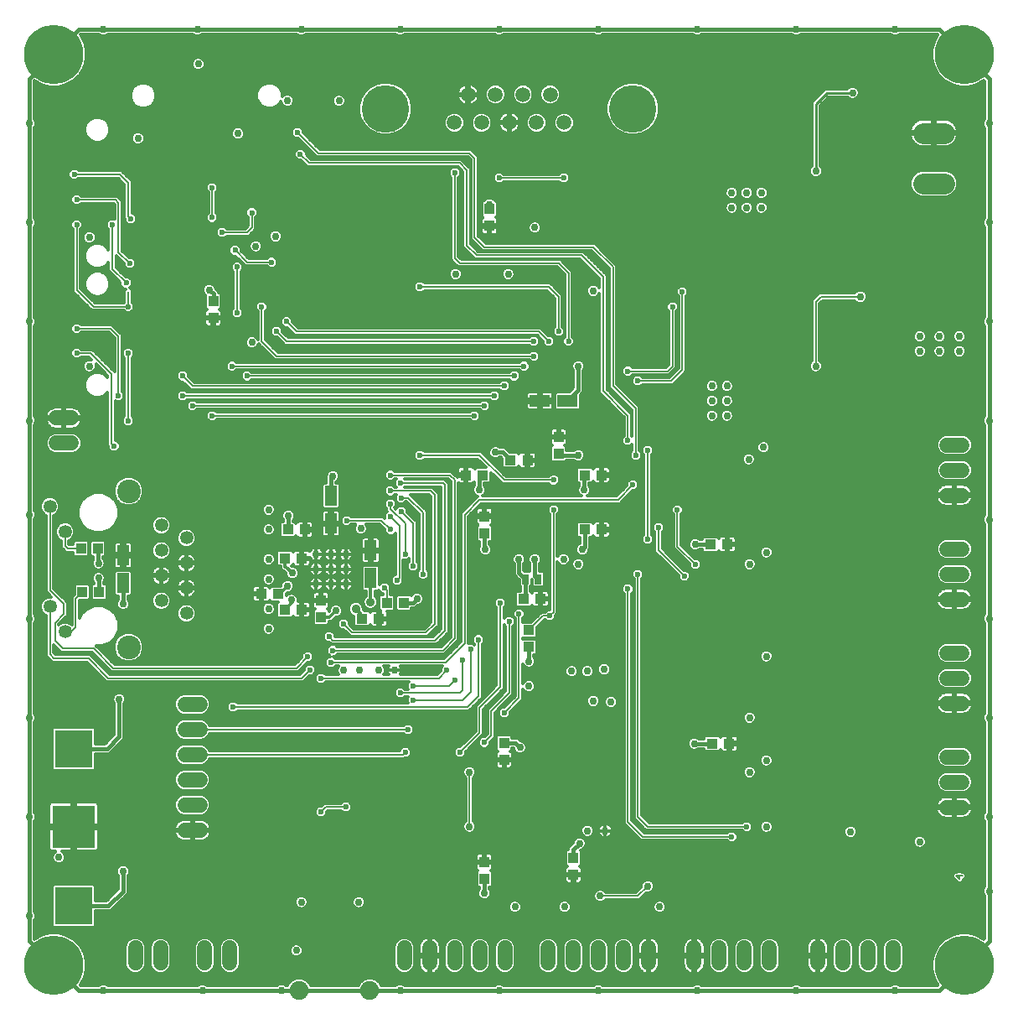
<source format=gbl>
G75*
%MOIN*%
%OFA0B0*%
%FSLAX25Y25*%
%IPPOS*%
%LPD*%
%AMOC8*
5,1,8,0,0,1.08239X$1,22.5*
%
%ADD10C,0.00600*%
%ADD11C,0.06000*%
%ADD12C,0.07480*%
%ADD13C,0.08250*%
%ADD14R,0.03937X0.04331*%
%ADD15R,0.04331X0.03937*%
%ADD16C,0.23622*%
%ADD17C,0.05315*%
%ADD18C,0.09449*%
%ADD19R,0.04724X0.07874*%
%ADD20C,0.05906*%
%ADD21C,0.18898*%
%ADD22R,0.02520X0.04016*%
%ADD23R,0.07874X0.04724*%
%ADD24R,0.15000X0.15000*%
%ADD25R,0.17000X0.17000*%
%ADD26C,0.01200*%
%ADD27C,0.02953*%
%ADD28C,0.01600*%
%ADD29C,0.03543*%
%ADD30C,0.02362*%
%ADD31C,0.00700*%
%ADD32C,0.01000*%
%ADD33C,0.00591*%
D10*
X0427463Y0105518D02*
X0428764Y0104217D01*
X0428764Y0105951D01*
X0430065Y0105518D02*
X0427463Y0105518D01*
D11*
X0402427Y0076894D02*
X0402427Y0070894D01*
X0392427Y0070894D02*
X0392427Y0076894D01*
X0382427Y0076894D02*
X0382427Y0070894D01*
X0372427Y0070894D02*
X0372427Y0076894D01*
X0353214Y0076894D02*
X0353214Y0070894D01*
X0343214Y0070894D02*
X0343214Y0076894D01*
X0333214Y0076894D02*
X0333214Y0070894D01*
X0323214Y0070894D02*
X0323214Y0076894D01*
X0305096Y0076894D02*
X0305096Y0070894D01*
X0295096Y0070894D02*
X0295096Y0076894D01*
X0285096Y0076894D02*
X0285096Y0070894D01*
X0275096Y0070894D02*
X0275096Y0076894D01*
X0265096Y0076894D02*
X0265096Y0070894D01*
X0247978Y0070894D02*
X0247978Y0076894D01*
X0237978Y0076894D02*
X0237978Y0070894D01*
X0227978Y0070894D02*
X0227978Y0076894D01*
X0217978Y0076894D02*
X0217978Y0070894D01*
X0207978Y0070894D02*
X0207978Y0076894D01*
X0138490Y0076894D02*
X0138490Y0070894D01*
X0128490Y0070894D02*
X0128490Y0076894D01*
X0110931Y0076894D02*
X0110931Y0070894D01*
X0100931Y0070894D02*
X0100931Y0076894D01*
X0120647Y0123697D02*
X0126647Y0123697D01*
X0126647Y0133697D02*
X0120647Y0133697D01*
X0120647Y0143697D02*
X0126647Y0143697D01*
X0126647Y0153697D02*
X0120647Y0153697D01*
X0120647Y0163697D02*
X0126647Y0163697D01*
X0126647Y0173697D02*
X0120647Y0173697D01*
X0075466Y0277555D02*
X0069466Y0277555D01*
X0069466Y0287555D02*
X0075466Y0287555D01*
X0423797Y0276807D02*
X0429797Y0276807D01*
X0429797Y0266807D02*
X0423797Y0266807D01*
X0423797Y0256807D02*
X0429797Y0256807D01*
X0429797Y0235469D02*
X0423797Y0235469D01*
X0423797Y0225469D02*
X0429797Y0225469D01*
X0429797Y0215469D02*
X0423797Y0215469D01*
X0423797Y0194130D02*
X0429797Y0194130D01*
X0429797Y0184130D02*
X0423797Y0184130D01*
X0423797Y0174130D02*
X0429797Y0174130D01*
X0429797Y0152791D02*
X0423797Y0152791D01*
X0423797Y0142791D02*
X0429797Y0142791D01*
X0429797Y0132791D02*
X0423797Y0132791D01*
D12*
X0194218Y0060114D03*
X0166069Y0060114D03*
D13*
X0414483Y0380823D02*
X0422733Y0380823D01*
X0422733Y0400823D02*
X0414483Y0400823D01*
D14*
X0269317Y0279996D03*
X0269317Y0273303D03*
X0239789Y0248500D03*
X0239789Y0241807D03*
X0207702Y0214051D03*
X0201009Y0214051D03*
X0174828Y0215035D03*
X0174828Y0208343D03*
X0247663Y0158343D03*
X0247663Y0151650D03*
X0239789Y0111098D03*
X0239789Y0104406D03*
X0275222Y0105980D03*
X0275222Y0112673D03*
X0086443Y0218382D03*
X0079750Y0218382D03*
X0079356Y0235705D03*
X0086049Y0235705D03*
X0131915Y0327240D03*
X0131915Y0333933D03*
X0241757Y0363854D03*
X0241757Y0370547D03*
D15*
X0250222Y0270744D03*
X0256915Y0270744D03*
X0239198Y0264839D03*
X0232506Y0264839D03*
X0279750Y0264839D03*
X0286443Y0264839D03*
X0286443Y0243185D03*
X0279750Y0243185D03*
X0262033Y0215626D03*
X0255340Y0215626D03*
X0257506Y0203224D03*
X0257506Y0196531D03*
X0197860Y0207752D03*
X0191167Y0207752D03*
X0167151Y0211295D03*
X0160458Y0211295D03*
X0157702Y0217594D03*
X0151009Y0217594D03*
X0160458Y0231768D03*
X0167151Y0231768D03*
X0168332Y0243185D03*
X0161639Y0243185D03*
X0329750Y0237280D03*
X0336443Y0237280D03*
X0337230Y0158146D03*
X0330537Y0158146D03*
D16*
X0068529Y0069957D03*
X0430734Y0069957D03*
X0430734Y0432161D03*
X0068529Y0432161D03*
D17*
X0066956Y0252337D03*
X0072942Y0242344D03*
X0066958Y0212541D03*
X0072940Y0202534D03*
X0111242Y0214940D03*
X0111242Y0224940D03*
X0111242Y0234940D03*
X0111242Y0244940D03*
X0121242Y0239940D03*
X0121242Y0229940D03*
X0121242Y0219940D03*
X0121242Y0209940D03*
D18*
X0098249Y0196436D03*
X0098249Y0258444D03*
D19*
X0096088Y0232949D03*
X0096088Y0221925D03*
X0178765Y0245547D03*
X0178765Y0256571D03*
X0194513Y0234917D03*
X0194513Y0223894D03*
D20*
X0227820Y0404917D03*
X0238726Y0404917D03*
X0249631Y0404917D03*
X0260537Y0404917D03*
X0271443Y0404917D03*
X0265990Y0416098D03*
X0255084Y0416098D03*
X0244179Y0416098D03*
X0233273Y0416098D03*
D21*
X0200439Y0410508D03*
X0298824Y0410508D03*
D22*
X0261206Y0223500D03*
X0256167Y0223500D03*
D23*
X0261836Y0294366D03*
X0272860Y0294366D03*
D24*
X0076403Y0156075D03*
X0076403Y0093575D03*
D25*
X0076403Y0125075D03*
D26*
X0075803Y0124921D02*
X0060677Y0124921D01*
X0060677Y0126119D02*
X0066516Y0126119D01*
X0066516Y0125675D02*
X0075803Y0125675D01*
X0075803Y0134962D01*
X0067720Y0134962D01*
X0067368Y0134868D01*
X0067051Y0134685D01*
X0066793Y0134427D01*
X0066610Y0134110D01*
X0066516Y0133757D01*
X0066516Y0125675D01*
X0066516Y0124475D02*
X0066516Y0116392D01*
X0066610Y0116039D01*
X0066793Y0115723D01*
X0067051Y0115465D01*
X0067368Y0115282D01*
X0067720Y0115187D01*
X0069123Y0115187D01*
X0068987Y0115131D01*
X0068237Y0114381D01*
X0067831Y0113401D01*
X0067831Y0112340D01*
X0068237Y0111359D01*
X0068987Y0110609D01*
X0069967Y0110203D01*
X0071028Y0110203D01*
X0072008Y0110609D01*
X0072759Y0111359D01*
X0073165Y0112340D01*
X0073165Y0113401D01*
X0072759Y0114381D01*
X0072008Y0115131D01*
X0071872Y0115187D01*
X0075803Y0115187D01*
X0075803Y0124475D01*
X0066516Y0124475D01*
X0066516Y0123722D02*
X0060677Y0123722D01*
X0060677Y0122524D02*
X0066516Y0122524D01*
X0066516Y0121325D02*
X0060677Y0121325D01*
X0060677Y0120127D02*
X0066516Y0120127D01*
X0066516Y0118928D02*
X0060677Y0118928D01*
X0060677Y0117730D02*
X0066516Y0117730D01*
X0066516Y0116531D02*
X0060677Y0116531D01*
X0060677Y0115333D02*
X0067280Y0115333D01*
X0068135Y0114134D02*
X0060677Y0114134D01*
X0060677Y0112936D02*
X0067831Y0112936D01*
X0068080Y0111737D02*
X0060677Y0111737D01*
X0060677Y0110539D02*
X0069157Y0110539D01*
X0071838Y0110539D02*
X0236433Y0110539D01*
X0236433Y0110714D02*
X0236433Y0108750D01*
X0236528Y0108398D01*
X0236710Y0108081D01*
X0236969Y0107823D01*
X0237235Y0107669D01*
X0236630Y0107064D01*
X0236630Y0101747D01*
X0237327Y0101050D01*
X0237798Y0101050D01*
X0237798Y0100478D01*
X0237528Y0100208D01*
X0237122Y0099227D01*
X0237122Y0098166D01*
X0237528Y0097186D01*
X0238278Y0096436D01*
X0239258Y0096030D01*
X0240319Y0096030D01*
X0241300Y0096436D01*
X0242050Y0097186D01*
X0242456Y0098166D01*
X0242456Y0099227D01*
X0242050Y0100208D01*
X0241780Y0100478D01*
X0241780Y0101050D01*
X0242251Y0101050D01*
X0242948Y0101747D01*
X0242948Y0107064D01*
X0242343Y0107669D01*
X0242609Y0107823D01*
X0242868Y0108081D01*
X0243050Y0108398D01*
X0243145Y0108750D01*
X0243145Y0110714D01*
X0240173Y0110714D01*
X0240173Y0111483D01*
X0239405Y0111483D01*
X0239405Y0114651D01*
X0237638Y0114651D01*
X0237285Y0114557D01*
X0236969Y0114374D01*
X0236710Y0114116D01*
X0236528Y0113799D01*
X0236433Y0113446D01*
X0236433Y0111483D01*
X0239405Y0111483D01*
X0239405Y0110714D01*
X0236433Y0110714D01*
X0236433Y0111737D02*
X0072915Y0111737D01*
X0073165Y0112936D02*
X0236433Y0112936D01*
X0236729Y0114134D02*
X0072861Y0114134D01*
X0075803Y0115333D02*
X0077003Y0115333D01*
X0077003Y0115187D02*
X0085086Y0115187D01*
X0085439Y0115282D01*
X0085755Y0115465D01*
X0086013Y0115723D01*
X0086196Y0116039D01*
X0086291Y0116392D01*
X0086291Y0124475D01*
X0077003Y0124475D01*
X0077003Y0115187D01*
X0077003Y0116531D02*
X0075803Y0116531D01*
X0075803Y0117730D02*
X0077003Y0117730D01*
X0077003Y0118928D02*
X0075803Y0118928D01*
X0075803Y0120127D02*
X0077003Y0120127D01*
X0077003Y0121325D02*
X0075803Y0121325D01*
X0075803Y0122524D02*
X0077003Y0122524D01*
X0077003Y0123722D02*
X0075803Y0123722D01*
X0075803Y0124475D02*
X0077003Y0124475D01*
X0077003Y0125675D01*
X0075803Y0125675D01*
X0075803Y0124475D01*
X0077003Y0124921D02*
X0116432Y0124921D01*
X0116368Y0124724D02*
X0116269Y0124097D01*
X0123247Y0124097D01*
X0123247Y0123297D01*
X0116269Y0123297D01*
X0116368Y0122669D01*
X0116581Y0122013D01*
X0116895Y0121397D01*
X0117301Y0120839D01*
X0117789Y0120350D01*
X0118348Y0119944D01*
X0118963Y0119631D01*
X0119620Y0119417D01*
X0120302Y0119309D01*
X0123247Y0119309D01*
X0123247Y0123297D01*
X0124047Y0123297D01*
X0124047Y0119309D01*
X0126993Y0119309D01*
X0127675Y0119417D01*
X0128331Y0119631D01*
X0128947Y0119944D01*
X0129505Y0120350D01*
X0129994Y0120839D01*
X0130400Y0121397D01*
X0130713Y0122013D01*
X0130927Y0122669D01*
X0131026Y0123297D01*
X0124047Y0123297D01*
X0124047Y0124097D01*
X0123247Y0124097D01*
X0123247Y0128084D01*
X0120302Y0128084D01*
X0119620Y0127976D01*
X0118963Y0127763D01*
X0118348Y0127449D01*
X0117789Y0127043D01*
X0117301Y0126555D01*
X0116895Y0125996D01*
X0116581Y0125381D01*
X0116368Y0124724D01*
X0116984Y0126119D02*
X0086291Y0126119D01*
X0086291Y0125675D02*
X0086291Y0133757D01*
X0086196Y0134110D01*
X0086013Y0134427D01*
X0085755Y0134685D01*
X0085439Y0134868D01*
X0085086Y0134962D01*
X0077003Y0134962D01*
X0077003Y0125675D01*
X0086291Y0125675D01*
X0086291Y0127318D02*
X0118167Y0127318D01*
X0119310Y0129715D02*
X0086291Y0129715D01*
X0086291Y0130913D02*
X0117504Y0130913D01*
X0117095Y0131323D02*
X0118273Y0130144D01*
X0119814Y0129506D01*
X0127481Y0129506D01*
X0129021Y0130144D01*
X0130200Y0131323D01*
X0130838Y0132863D01*
X0130838Y0134530D01*
X0130200Y0136071D01*
X0129021Y0137249D01*
X0127481Y0137887D01*
X0119814Y0137887D01*
X0118273Y0137249D01*
X0117095Y0136071D01*
X0116457Y0134530D01*
X0116457Y0132863D01*
X0117095Y0131323D01*
X0116768Y0132112D02*
X0086291Y0132112D01*
X0086291Y0133310D02*
X0116457Y0133310D01*
X0116457Y0134509D02*
X0085931Y0134509D01*
X0086291Y0128516D02*
X0232343Y0128516D01*
X0232343Y0127318D02*
X0129128Y0127318D01*
X0128947Y0127449D02*
X0128331Y0127763D01*
X0127675Y0127976D01*
X0126993Y0128084D01*
X0124047Y0128084D01*
X0124047Y0124097D01*
X0131026Y0124097D01*
X0130927Y0124724D01*
X0130713Y0125381D01*
X0130400Y0125996D01*
X0129994Y0126555D01*
X0129505Y0127043D01*
X0128947Y0127449D01*
X0130310Y0126119D02*
X0231429Y0126119D01*
X0231623Y0126585D02*
X0231217Y0125605D01*
X0231217Y0124544D01*
X0231623Y0123564D01*
X0232373Y0122814D01*
X0233353Y0122408D01*
X0234414Y0122408D01*
X0235394Y0122814D01*
X0236144Y0123564D01*
X0236550Y0124544D01*
X0236550Y0125605D01*
X0236144Y0126585D01*
X0235424Y0127306D01*
X0235424Y0144497D01*
X0236144Y0145218D01*
X0236550Y0146198D01*
X0236550Y0147259D01*
X0236144Y0148239D01*
X0235394Y0148989D01*
X0234414Y0149395D01*
X0233353Y0149395D01*
X0232373Y0148989D01*
X0231623Y0148239D01*
X0231217Y0147259D01*
X0231217Y0146198D01*
X0231623Y0145218D01*
X0232343Y0144497D01*
X0232343Y0127306D01*
X0231623Y0126585D01*
X0231217Y0124921D02*
X0130863Y0124921D01*
X0130879Y0122524D02*
X0233073Y0122524D01*
X0234694Y0122524D02*
X0278283Y0122524D01*
X0278098Y0122970D02*
X0278504Y0121989D01*
X0279255Y0121239D01*
X0280235Y0120833D01*
X0281296Y0120833D01*
X0282276Y0121239D01*
X0283026Y0121989D01*
X0283432Y0122970D01*
X0283432Y0124030D01*
X0283026Y0125011D01*
X0282276Y0125761D01*
X0281296Y0126167D01*
X0280235Y0126167D01*
X0279255Y0125761D01*
X0278504Y0125011D01*
X0278098Y0124030D01*
X0278098Y0122970D01*
X0278098Y0123722D02*
X0236210Y0123722D01*
X0236550Y0124921D02*
X0278467Y0124921D01*
X0280120Y0126119D02*
X0236337Y0126119D01*
X0235424Y0127318D02*
X0295335Y0127318D01*
X0295335Y0126405D02*
X0296237Y0125503D01*
X0302143Y0119597D01*
X0336401Y0119597D01*
X0337232Y0118766D01*
X0339197Y0118766D01*
X0340586Y0120155D01*
X0340586Y0122120D01*
X0339197Y0123509D01*
X0337232Y0123509D01*
X0336401Y0122678D01*
X0303419Y0122678D01*
X0298416Y0127681D01*
X0298416Y0217750D01*
X0299247Y0218581D01*
X0299247Y0220545D01*
X0297858Y0221935D01*
X0295893Y0221935D01*
X0294504Y0220545D01*
X0294504Y0218581D01*
X0295335Y0217750D01*
X0295335Y0126405D01*
X0295621Y0126119D02*
X0289012Y0126119D01*
X0289208Y0126038D02*
X0288687Y0126254D01*
X0288134Y0126364D01*
X0287852Y0126364D01*
X0287852Y0123500D01*
X0290716Y0123500D01*
X0290716Y0123782D01*
X0290606Y0124335D01*
X0290390Y0124857D01*
X0290076Y0125326D01*
X0289678Y0125724D01*
X0289208Y0126038D01*
X0287852Y0126119D02*
X0287852Y0126119D01*
X0287852Y0126364D02*
X0287570Y0126364D01*
X0287017Y0126254D01*
X0286495Y0126038D01*
X0286026Y0125724D01*
X0285628Y0125326D01*
X0285314Y0124857D01*
X0285098Y0124335D01*
X0284988Y0123782D01*
X0284988Y0123500D01*
X0287852Y0123500D01*
X0287852Y0123500D01*
X0290716Y0123500D01*
X0290716Y0123218D01*
X0290606Y0122665D01*
X0290390Y0122143D01*
X0290076Y0121674D01*
X0289678Y0121276D01*
X0289208Y0120962D01*
X0288687Y0120746D01*
X0288134Y0120636D01*
X0287852Y0120636D01*
X0287852Y0123500D01*
X0287852Y0123500D01*
X0287852Y0123500D01*
X0287852Y0126364D01*
X0286692Y0126119D02*
X0281411Y0126119D01*
X0283063Y0124921D02*
X0285357Y0124921D01*
X0284988Y0123722D02*
X0283432Y0123722D01*
X0283248Y0122524D02*
X0285157Y0122524D01*
X0285098Y0122665D02*
X0285314Y0122143D01*
X0285628Y0121674D01*
X0286026Y0121276D01*
X0286495Y0120962D01*
X0287017Y0120746D01*
X0287570Y0120636D01*
X0287852Y0120636D01*
X0287852Y0123500D01*
X0287852Y0123500D01*
X0284988Y0123500D01*
X0284988Y0123218D01*
X0285098Y0122665D01*
X0285977Y0121325D02*
X0282362Y0121325D01*
X0279877Y0119893D02*
X0279126Y0120643D01*
X0278146Y0121049D01*
X0277085Y0121049D01*
X0276105Y0120643D01*
X0275355Y0119893D01*
X0274949Y0118912D01*
X0274949Y0118530D01*
X0273231Y0116813D01*
X0273231Y0116029D01*
X0272760Y0116029D01*
X0272063Y0115332D01*
X0272063Y0110015D01*
X0272668Y0109410D01*
X0272402Y0109256D01*
X0272143Y0108998D01*
X0271961Y0108681D01*
X0271866Y0108328D01*
X0271866Y0106365D01*
X0274838Y0106365D01*
X0274838Y0105596D01*
X0275606Y0105596D01*
X0275606Y0102428D01*
X0277373Y0102428D01*
X0277726Y0102522D01*
X0278042Y0102705D01*
X0278301Y0102963D01*
X0278483Y0103279D01*
X0278578Y0103632D01*
X0278578Y0105596D01*
X0275606Y0105596D01*
X0275606Y0106365D01*
X0278578Y0106365D01*
X0278578Y0108328D01*
X0278483Y0108681D01*
X0278301Y0108998D01*
X0278042Y0109256D01*
X0277776Y0109410D01*
X0278381Y0110015D01*
X0278381Y0115332D01*
X0277998Y0115715D01*
X0278146Y0115715D01*
X0279126Y0116121D01*
X0279877Y0116871D01*
X0280283Y0117851D01*
X0280283Y0118912D01*
X0279877Y0119893D01*
X0279642Y0120127D02*
X0301613Y0120127D01*
X0300415Y0121325D02*
X0289727Y0121325D01*
X0290547Y0122524D02*
X0299216Y0122524D01*
X0298018Y0123722D02*
X0290716Y0123722D01*
X0290347Y0124921D02*
X0296819Y0124921D01*
X0298780Y0127318D02*
X0300328Y0127318D01*
X0299978Y0126119D02*
X0301526Y0126119D01*
X0301177Y0124921D02*
X0302725Y0124921D01*
X0303209Y0124437D02*
X0304111Y0123534D01*
X0342306Y0123534D01*
X0343137Y0122703D01*
X0345102Y0122703D01*
X0346491Y0124092D01*
X0346491Y0126057D01*
X0345102Y0127446D01*
X0343137Y0127446D01*
X0342306Y0126615D01*
X0305388Y0126615D01*
X0302353Y0129650D01*
X0302353Y0223655D01*
X0303184Y0224486D01*
X0303184Y0226451D01*
X0301795Y0227840D01*
X0299830Y0227840D01*
X0298441Y0226451D01*
X0298441Y0224486D01*
X0299272Y0223655D01*
X0299272Y0128374D01*
X0303209Y0124437D01*
X0303923Y0123722D02*
X0302375Y0123722D01*
X0304685Y0127318D02*
X0343009Y0127318D01*
X0345231Y0127318D02*
X0350465Y0127318D01*
X0350483Y0127336D02*
X0349733Y0126585D01*
X0349327Y0125605D01*
X0349327Y0124544D01*
X0349733Y0123564D01*
X0350483Y0122814D01*
X0351463Y0122408D01*
X0352524Y0122408D01*
X0353504Y0122814D01*
X0354255Y0123564D01*
X0354661Y0124544D01*
X0354661Y0125605D01*
X0354255Y0126585D01*
X0353504Y0127336D01*
X0352524Y0127742D01*
X0351463Y0127742D01*
X0350483Y0127336D01*
X0349540Y0126119D02*
X0346429Y0126119D01*
X0346491Y0124921D02*
X0349327Y0124921D01*
X0349667Y0123722D02*
X0346121Y0123722D01*
X0351183Y0122524D02*
X0340182Y0122524D01*
X0340586Y0121325D02*
X0383468Y0121325D01*
X0383197Y0121596D02*
X0383948Y0120845D01*
X0384928Y0120439D01*
X0385989Y0120439D01*
X0386969Y0120845D01*
X0387719Y0121596D01*
X0388125Y0122576D01*
X0388125Y0123637D01*
X0387719Y0124617D01*
X0386969Y0125367D01*
X0385989Y0125773D01*
X0384928Y0125773D01*
X0383948Y0125367D01*
X0383197Y0124617D01*
X0382791Y0123637D01*
X0382791Y0122576D01*
X0383197Y0121596D01*
X0382813Y0122524D02*
X0352804Y0122524D01*
X0354320Y0123722D02*
X0382827Y0123722D01*
X0383501Y0124921D02*
X0354661Y0124921D01*
X0354448Y0126119D02*
X0438586Y0126119D01*
X0438586Y0127231D02*
X0438586Y0101265D01*
X0438315Y0100995D01*
X0437909Y0100015D01*
X0437909Y0098954D01*
X0438315Y0097974D01*
X0438586Y0097703D01*
X0438586Y0082912D01*
X0438586Y0080624D01*
X0438467Y0080505D01*
X0435752Y0082072D01*
X0432446Y0082958D01*
X0429022Y0082958D01*
X0425715Y0082072D01*
X0422751Y0080361D01*
X0420330Y0077940D01*
X0418618Y0074975D01*
X0417732Y0071668D01*
X0417732Y0068245D01*
X0418618Y0064938D01*
X0420186Y0062224D01*
X0420067Y0062105D01*
X0404956Y0062105D01*
X0404685Y0062375D01*
X0403705Y0062781D01*
X0402644Y0062781D01*
X0401664Y0062375D01*
X0401394Y0062105D01*
X0365586Y0062105D01*
X0365315Y0062375D01*
X0364335Y0062781D01*
X0363274Y0062781D01*
X0362294Y0062375D01*
X0362024Y0062105D01*
X0326216Y0062105D01*
X0325945Y0062375D01*
X0324965Y0062781D01*
X0323904Y0062781D01*
X0322924Y0062375D01*
X0322654Y0062105D01*
X0286846Y0062105D01*
X0286575Y0062375D01*
X0285595Y0062781D01*
X0284534Y0062781D01*
X0283554Y0062375D01*
X0283284Y0062105D01*
X0247476Y0062105D01*
X0247205Y0062375D01*
X0246225Y0062781D01*
X0245164Y0062781D01*
X0244184Y0062375D01*
X0243913Y0062105D01*
X0208105Y0062105D01*
X0207835Y0062375D01*
X0206855Y0062781D01*
X0205794Y0062781D01*
X0204814Y0062375D01*
X0204543Y0062105D01*
X0198731Y0062105D01*
X0198398Y0062907D01*
X0197011Y0064294D01*
X0195199Y0065045D01*
X0193237Y0065045D01*
X0191425Y0064294D01*
X0190038Y0062907D01*
X0189706Y0062105D01*
X0170581Y0062105D01*
X0170249Y0062907D01*
X0168862Y0064294D01*
X0167049Y0065045D01*
X0165088Y0065045D01*
X0163275Y0064294D01*
X0161888Y0062907D01*
X0161556Y0062105D01*
X0160861Y0062105D01*
X0160591Y0062375D01*
X0159611Y0062781D01*
X0158550Y0062781D01*
X0157570Y0062375D01*
X0157299Y0062105D01*
X0129365Y0062105D01*
X0129095Y0062375D01*
X0128115Y0062781D01*
X0127054Y0062781D01*
X0126074Y0062375D01*
X0125803Y0062105D01*
X0089995Y0062105D01*
X0089725Y0062375D01*
X0088745Y0062781D01*
X0087684Y0062781D01*
X0086703Y0062375D01*
X0086433Y0062105D01*
X0079196Y0062105D01*
X0079077Y0062224D01*
X0080645Y0064938D01*
X0081531Y0068245D01*
X0081531Y0071668D01*
X0080645Y0074975D01*
X0078933Y0077940D01*
X0076512Y0080361D01*
X0073548Y0082072D01*
X0070241Y0082958D01*
X0066817Y0082958D01*
X0063511Y0082072D01*
X0060796Y0080505D01*
X0060677Y0080624D01*
X0060677Y0087861D01*
X0060948Y0088131D01*
X0061354Y0089111D01*
X0061354Y0090172D01*
X0060948Y0091152D01*
X0060677Y0091423D01*
X0060677Y0127231D01*
X0060948Y0127501D01*
X0061354Y0128481D01*
X0061354Y0129542D01*
X0060948Y0130523D01*
X0060677Y0130793D01*
X0060677Y0166601D01*
X0060948Y0166871D01*
X0061354Y0167851D01*
X0061354Y0168912D01*
X0060948Y0169893D01*
X0060677Y0170163D01*
X0060677Y0205971D01*
X0060948Y0206241D01*
X0061354Y0207221D01*
X0061354Y0208282D01*
X0060948Y0209263D01*
X0060677Y0209533D01*
X0060677Y0247309D01*
X0060948Y0247580D01*
X0061354Y0248560D01*
X0061354Y0249621D01*
X0060948Y0250601D01*
X0060677Y0250872D01*
X0060677Y0284711D01*
X0060948Y0284981D01*
X0061354Y0285962D01*
X0061354Y0287023D01*
X0060948Y0288003D01*
X0060677Y0288273D01*
X0060677Y0324081D01*
X0060948Y0324352D01*
X0061354Y0325332D01*
X0061354Y0326393D01*
X0060948Y0327373D01*
X0060677Y0327643D01*
X0060677Y0363451D01*
X0060948Y0363722D01*
X0061354Y0364702D01*
X0061354Y0365763D01*
X0060948Y0366743D01*
X0060677Y0367013D01*
X0060677Y0402821D01*
X0060948Y0403092D01*
X0061354Y0404072D01*
X0061354Y0405133D01*
X0060948Y0406113D01*
X0060677Y0406383D01*
X0060677Y0421494D01*
X0060796Y0421613D01*
X0063511Y0420046D01*
X0066817Y0419160D01*
X0070241Y0419160D01*
X0073548Y0420046D01*
X0076512Y0421758D01*
X0078933Y0424178D01*
X0080645Y0427143D01*
X0081531Y0430450D01*
X0081531Y0433873D01*
X0080645Y0437180D01*
X0079077Y0439895D01*
X0079196Y0440013D01*
X0086433Y0440013D01*
X0086703Y0439743D01*
X0087684Y0439337D01*
X0088745Y0439337D01*
X0089725Y0439743D01*
X0089995Y0440013D01*
X0123835Y0440013D01*
X0124105Y0439743D01*
X0125085Y0439337D01*
X0126146Y0439337D01*
X0127126Y0439743D01*
X0127397Y0440013D01*
X0165173Y0440013D01*
X0165444Y0439743D01*
X0166424Y0439337D01*
X0167485Y0439337D01*
X0168465Y0439743D01*
X0168735Y0440013D01*
X0204543Y0440013D01*
X0204814Y0439743D01*
X0205794Y0439337D01*
X0206855Y0439337D01*
X0207835Y0439743D01*
X0208105Y0440013D01*
X0243913Y0440013D01*
X0244184Y0439743D01*
X0245164Y0439337D01*
X0246225Y0439337D01*
X0247205Y0439743D01*
X0247476Y0440013D01*
X0283284Y0440013D01*
X0283554Y0439743D01*
X0284534Y0439337D01*
X0285595Y0439337D01*
X0286575Y0439743D01*
X0286846Y0440013D01*
X0322654Y0440013D01*
X0322924Y0439743D01*
X0323904Y0439337D01*
X0324965Y0439337D01*
X0325945Y0439743D01*
X0326216Y0440013D01*
X0362024Y0440013D01*
X0362294Y0439743D01*
X0363274Y0439337D01*
X0364335Y0439337D01*
X0365315Y0439743D01*
X0365586Y0440013D01*
X0401394Y0440013D01*
X0401664Y0439743D01*
X0402644Y0439337D01*
X0403705Y0439337D01*
X0404685Y0439743D01*
X0404956Y0440013D01*
X0420067Y0440013D01*
X0420186Y0439895D01*
X0418618Y0437180D01*
X0417732Y0433873D01*
X0417732Y0430450D01*
X0418618Y0427143D01*
X0420330Y0424178D01*
X0422751Y0421758D01*
X0425715Y0420046D01*
X0429022Y0419160D01*
X0432446Y0419160D01*
X0435752Y0420046D01*
X0438467Y0421613D01*
X0438586Y0421494D01*
X0438586Y0406383D01*
X0438315Y0406113D01*
X0437909Y0405133D01*
X0437909Y0404072D01*
X0438315Y0403092D01*
X0438586Y0402821D01*
X0438586Y0367013D01*
X0438315Y0366743D01*
X0437909Y0365763D01*
X0437909Y0364702D01*
X0438315Y0363722D01*
X0438586Y0363451D01*
X0438586Y0327643D01*
X0438315Y0327373D01*
X0437909Y0326393D01*
X0437909Y0325332D01*
X0438315Y0324352D01*
X0438586Y0324081D01*
X0438586Y0288273D01*
X0438315Y0288003D01*
X0437909Y0287023D01*
X0437909Y0285962D01*
X0438315Y0284981D01*
X0438586Y0284711D01*
X0438586Y0248903D01*
X0438315Y0248633D01*
X0437909Y0247653D01*
X0437909Y0246592D01*
X0438315Y0245611D01*
X0438586Y0245341D01*
X0438586Y0209533D01*
X0438315Y0209263D01*
X0437909Y0208282D01*
X0437909Y0207221D01*
X0438315Y0206241D01*
X0438586Y0205971D01*
X0438586Y0170163D01*
X0438315Y0169893D01*
X0437909Y0168912D01*
X0437909Y0167851D01*
X0438315Y0166871D01*
X0438586Y0166601D01*
X0438586Y0130793D01*
X0438315Y0130523D01*
X0437909Y0129542D01*
X0437909Y0128481D01*
X0438315Y0127501D01*
X0438586Y0127231D01*
X0438499Y0127318D02*
X0353522Y0127318D01*
X0340557Y0120127D02*
X0410527Y0120127D01*
X0410350Y0119700D02*
X0410350Y0118639D01*
X0410756Y0117659D01*
X0411507Y0116908D01*
X0412487Y0116502D01*
X0413548Y0116502D01*
X0414528Y0116908D01*
X0415278Y0117659D01*
X0415684Y0118639D01*
X0415684Y0119700D01*
X0415278Y0120680D01*
X0414528Y0121430D01*
X0413548Y0121836D01*
X0412487Y0121836D01*
X0411507Y0121430D01*
X0410756Y0120680D01*
X0410350Y0119700D01*
X0410350Y0118928D02*
X0339359Y0118928D01*
X0337070Y0118928D02*
X0280276Y0118928D01*
X0280232Y0117730D02*
X0410727Y0117730D01*
X0412417Y0116531D02*
X0279537Y0116531D01*
X0278380Y0115333D02*
X0438586Y0115333D01*
X0438586Y0116531D02*
X0413618Y0116531D01*
X0415308Y0117730D02*
X0438586Y0117730D01*
X0438586Y0118928D02*
X0415684Y0118928D01*
X0415507Y0120127D02*
X0438586Y0120127D01*
X0438586Y0121325D02*
X0414633Y0121325D01*
X0411402Y0121325D02*
X0387449Y0121325D01*
X0388104Y0122524D02*
X0438586Y0122524D01*
X0438586Y0123722D02*
X0388090Y0123722D01*
X0387415Y0124921D02*
X0438586Y0124921D01*
X0437909Y0128516D02*
X0430838Y0128516D01*
X0430824Y0128512D02*
X0431481Y0128725D01*
X0432096Y0129039D01*
X0432655Y0129445D01*
X0433143Y0129933D01*
X0433549Y0130492D01*
X0433863Y0131107D01*
X0434076Y0131764D01*
X0434176Y0132391D01*
X0427197Y0132391D01*
X0427197Y0128404D01*
X0430142Y0128404D01*
X0430824Y0128512D01*
X0432925Y0129715D02*
X0437981Y0129715D01*
X0438586Y0130913D02*
X0433764Y0130913D01*
X0434131Y0132112D02*
X0438586Y0132112D01*
X0438586Y0133310D02*
X0434157Y0133310D01*
X0434176Y0133191D02*
X0434076Y0133819D01*
X0433863Y0134476D01*
X0433549Y0135091D01*
X0433143Y0135650D01*
X0432655Y0136138D01*
X0432096Y0136544D01*
X0431481Y0136857D01*
X0430824Y0137071D01*
X0430142Y0137179D01*
X0427197Y0137179D01*
X0427197Y0133191D01*
X0434176Y0133191D01*
X0433846Y0134509D02*
X0438586Y0134509D01*
X0438586Y0135707D02*
X0433085Y0135707D01*
X0431331Y0136906D02*
X0438586Y0136906D01*
X0438586Y0138104D02*
X0302353Y0138104D01*
X0302353Y0136906D02*
X0422262Y0136906D01*
X0422113Y0136857D02*
X0421497Y0136544D01*
X0420939Y0136138D01*
X0420450Y0135650D01*
X0420044Y0135091D01*
X0419731Y0134476D01*
X0419517Y0133819D01*
X0419418Y0133191D01*
X0426397Y0133191D01*
X0426397Y0132391D01*
X0427197Y0132391D01*
X0427197Y0133191D01*
X0426397Y0133191D01*
X0426397Y0137179D01*
X0423452Y0137179D01*
X0422769Y0137071D01*
X0422113Y0136857D01*
X0422963Y0138601D02*
X0421423Y0139239D01*
X0420244Y0140418D01*
X0419606Y0141958D01*
X0419606Y0143625D01*
X0420244Y0145165D01*
X0421423Y0146344D01*
X0422963Y0146982D01*
X0430630Y0146982D01*
X0432171Y0146344D01*
X0433349Y0145165D01*
X0433987Y0143625D01*
X0433987Y0141958D01*
X0433349Y0140418D01*
X0432171Y0139239D01*
X0430630Y0138601D01*
X0422963Y0138601D01*
X0421359Y0139303D02*
X0302353Y0139303D01*
X0302353Y0140501D02*
X0420210Y0140501D01*
X0419713Y0141700D02*
X0302353Y0141700D01*
X0302353Y0142898D02*
X0419606Y0142898D01*
X0419802Y0144097D02*
X0345917Y0144097D01*
X0345831Y0144061D02*
X0346811Y0144467D01*
X0347562Y0145218D01*
X0347968Y0146198D01*
X0347968Y0147259D01*
X0347562Y0148239D01*
X0346811Y0148989D01*
X0345831Y0149395D01*
X0344770Y0149395D01*
X0343790Y0148989D01*
X0343040Y0148239D01*
X0342634Y0147259D01*
X0342634Y0146198D01*
X0343040Y0145218D01*
X0343790Y0144467D01*
X0344770Y0144061D01*
X0345831Y0144061D01*
X0344684Y0144097D02*
X0302353Y0144097D01*
X0302353Y0145296D02*
X0343008Y0145296D01*
X0342634Y0146494D02*
X0302353Y0146494D01*
X0302353Y0147693D02*
X0342814Y0147693D01*
X0343692Y0148891D02*
X0302353Y0148891D01*
X0302353Y0150090D02*
X0349672Y0150090D01*
X0349733Y0149942D02*
X0350483Y0149192D01*
X0351463Y0148786D01*
X0352524Y0148786D01*
X0353504Y0149192D01*
X0354255Y0149942D01*
X0354661Y0150922D01*
X0354661Y0151983D01*
X0354255Y0152963D01*
X0353504Y0153714D01*
X0352524Y0154120D01*
X0351463Y0154120D01*
X0350483Y0153714D01*
X0349733Y0152963D01*
X0349327Y0151983D01*
X0349327Y0150922D01*
X0349733Y0149942D01*
X0349327Y0151288D02*
X0302353Y0151288D01*
X0302353Y0152487D02*
X0349535Y0152487D01*
X0350454Y0153685D02*
X0302353Y0153685D01*
X0302353Y0154884D02*
X0334532Y0154884D01*
X0334529Y0154884D02*
X0334882Y0154790D01*
X0336846Y0154790D01*
X0336846Y0157761D01*
X0337614Y0157761D01*
X0337614Y0154790D01*
X0339578Y0154790D01*
X0339931Y0154884D01*
X0340247Y0155067D01*
X0340505Y0155325D01*
X0340688Y0155642D01*
X0340783Y0155995D01*
X0340783Y0157761D01*
X0337614Y0157761D01*
X0337614Y0158530D01*
X0336846Y0158530D01*
X0336846Y0161502D01*
X0334882Y0161502D01*
X0334529Y0161407D01*
X0334213Y0161224D01*
X0333954Y0160966D01*
X0333801Y0160700D01*
X0333195Y0161305D01*
X0327879Y0161305D01*
X0327181Y0160607D01*
X0327181Y0160136D01*
X0325035Y0160136D01*
X0324764Y0160407D01*
X0323784Y0160813D01*
X0322723Y0160813D01*
X0321743Y0160407D01*
X0320993Y0159656D01*
X0320587Y0158676D01*
X0320587Y0157615D01*
X0320993Y0156635D01*
X0321743Y0155885D01*
X0322723Y0155479D01*
X0323784Y0155479D01*
X0324764Y0155885D01*
X0325035Y0156155D01*
X0327181Y0156155D01*
X0327181Y0155684D01*
X0327879Y0154987D01*
X0333195Y0154987D01*
X0333801Y0155592D01*
X0333954Y0155325D01*
X0334213Y0155067D01*
X0334529Y0154884D01*
X0336846Y0154884D02*
X0337614Y0154884D01*
X0337614Y0156082D02*
X0336846Y0156082D01*
X0336846Y0157281D02*
X0337614Y0157281D01*
X0337614Y0158479D02*
X0438586Y0158479D01*
X0438586Y0157281D02*
X0340783Y0157281D01*
X0340783Y0156082D02*
X0421161Y0156082D01*
X0421423Y0156344D02*
X0420244Y0155165D01*
X0419606Y0153625D01*
X0419606Y0151958D01*
X0420244Y0150418D01*
X0421423Y0149239D01*
X0422963Y0148601D01*
X0430630Y0148601D01*
X0432171Y0149239D01*
X0433349Y0150418D01*
X0433987Y0151958D01*
X0433987Y0153625D01*
X0433349Y0155165D01*
X0432171Y0156344D01*
X0430630Y0156982D01*
X0422963Y0156982D01*
X0421423Y0156344D01*
X0420128Y0154884D02*
X0339928Y0154884D01*
X0340783Y0158530D02*
X0340783Y0160297D01*
X0340688Y0160650D01*
X0340505Y0160966D01*
X0340247Y0161224D01*
X0339931Y0161407D01*
X0339578Y0161502D01*
X0337614Y0161502D01*
X0337614Y0158530D01*
X0340783Y0158530D01*
X0340783Y0159678D02*
X0438586Y0159678D01*
X0438586Y0160876D02*
X0340557Y0160876D01*
X0337614Y0160876D02*
X0336846Y0160876D01*
X0336846Y0159678D02*
X0337614Y0159678D01*
X0333902Y0160876D02*
X0333624Y0160876D01*
X0327450Y0160876D02*
X0302353Y0160876D01*
X0302353Y0159678D02*
X0321014Y0159678D01*
X0320587Y0158479D02*
X0302353Y0158479D01*
X0302353Y0157281D02*
X0320725Y0157281D01*
X0321545Y0156082D02*
X0302353Y0156082D01*
X0299272Y0156082D02*
X0298416Y0156082D01*
X0298416Y0154884D02*
X0299272Y0154884D01*
X0299272Y0153685D02*
X0298416Y0153685D01*
X0298416Y0152487D02*
X0299272Y0152487D01*
X0299272Y0151288D02*
X0298416Y0151288D01*
X0298416Y0150090D02*
X0299272Y0150090D01*
X0299272Y0148891D02*
X0298416Y0148891D01*
X0298416Y0147693D02*
X0299272Y0147693D01*
X0299272Y0146494D02*
X0298416Y0146494D01*
X0298416Y0145296D02*
X0299272Y0145296D01*
X0299272Y0144097D02*
X0298416Y0144097D01*
X0298416Y0142898D02*
X0299272Y0142898D01*
X0299272Y0141700D02*
X0298416Y0141700D01*
X0298416Y0140501D02*
X0299272Y0140501D01*
X0299272Y0139303D02*
X0298416Y0139303D01*
X0298416Y0138104D02*
X0299272Y0138104D01*
X0299272Y0136906D02*
X0298416Y0136906D01*
X0298416Y0135707D02*
X0299272Y0135707D01*
X0299272Y0134509D02*
X0298416Y0134509D01*
X0298416Y0133310D02*
X0299272Y0133310D01*
X0299272Y0132112D02*
X0298416Y0132112D01*
X0298416Y0130913D02*
X0299272Y0130913D01*
X0299272Y0129715D02*
X0298416Y0129715D01*
X0298416Y0128516D02*
X0299272Y0128516D01*
X0302353Y0129715D02*
X0420669Y0129715D01*
X0420450Y0129933D02*
X0420939Y0129445D01*
X0421497Y0129039D01*
X0422113Y0128725D01*
X0422769Y0128512D01*
X0423452Y0128404D01*
X0426397Y0128404D01*
X0426397Y0132391D01*
X0419418Y0132391D01*
X0419517Y0131764D01*
X0419731Y0131107D01*
X0420044Y0130492D01*
X0420450Y0129933D01*
X0419830Y0130913D02*
X0302353Y0130913D01*
X0302353Y0132112D02*
X0419462Y0132112D01*
X0419437Y0133310D02*
X0302353Y0133310D01*
X0302353Y0134509D02*
X0419748Y0134509D01*
X0420508Y0135707D02*
X0302353Y0135707D01*
X0295335Y0135707D02*
X0235424Y0135707D01*
X0235424Y0134509D02*
X0295335Y0134509D01*
X0295335Y0133310D02*
X0235424Y0133310D01*
X0235424Y0132112D02*
X0295335Y0132112D01*
X0295335Y0130913D02*
X0235424Y0130913D01*
X0235424Y0129715D02*
X0295335Y0129715D01*
X0295335Y0128516D02*
X0235424Y0128516D01*
X0232343Y0129715D02*
X0176917Y0129715D01*
X0177200Y0129998D02*
X0177200Y0131173D01*
X0177435Y0131408D01*
X0182857Y0131408D01*
X0183688Y0130577D01*
X0185653Y0130577D01*
X0187043Y0131966D01*
X0187043Y0133931D01*
X0185653Y0135320D01*
X0183688Y0135320D01*
X0182857Y0134489D01*
X0176159Y0134489D01*
X0175021Y0133352D01*
X0173846Y0133352D01*
X0172457Y0131963D01*
X0172457Y0129998D01*
X0173846Y0128609D01*
X0175811Y0128609D01*
X0177200Y0129998D01*
X0177200Y0130913D02*
X0183352Y0130913D01*
X0185989Y0130913D02*
X0232343Y0130913D01*
X0232343Y0132112D02*
X0187043Y0132112D01*
X0187043Y0133310D02*
X0232343Y0133310D01*
X0232343Y0134509D02*
X0186465Y0134509D01*
X0182877Y0134509D02*
X0130838Y0134509D01*
X0130838Y0133310D02*
X0173804Y0133310D01*
X0172606Y0132112D02*
X0130527Y0132112D01*
X0129790Y0130913D02*
X0172457Y0130913D01*
X0172740Y0129715D02*
X0127984Y0129715D01*
X0124047Y0127318D02*
X0123247Y0127318D01*
X0123247Y0126119D02*
X0124047Y0126119D01*
X0124047Y0124921D02*
X0123247Y0124921D01*
X0123247Y0123722D02*
X0086291Y0123722D01*
X0086291Y0122524D02*
X0116415Y0122524D01*
X0116947Y0121325D02*
X0086291Y0121325D01*
X0086291Y0120127D02*
X0118097Y0120127D01*
X0123247Y0120127D02*
X0124047Y0120127D01*
X0124047Y0121325D02*
X0123247Y0121325D01*
X0123247Y0122524D02*
X0124047Y0122524D01*
X0124047Y0123722D02*
X0231557Y0123722D01*
X0232343Y0135707D02*
X0130350Y0135707D01*
X0129364Y0136906D02*
X0232343Y0136906D01*
X0232343Y0138104D02*
X0060677Y0138104D01*
X0060677Y0136906D02*
X0117930Y0136906D01*
X0116944Y0135707D02*
X0060677Y0135707D01*
X0060677Y0134509D02*
X0066875Y0134509D01*
X0066516Y0133310D02*
X0060677Y0133310D01*
X0060677Y0132112D02*
X0066516Y0132112D01*
X0066516Y0130913D02*
X0060677Y0130913D01*
X0061282Y0129715D02*
X0066516Y0129715D01*
X0066516Y0128516D02*
X0061354Y0128516D01*
X0060764Y0127318D02*
X0066516Y0127318D01*
X0075803Y0127318D02*
X0077003Y0127318D01*
X0077003Y0128516D02*
X0075803Y0128516D01*
X0075803Y0129715D02*
X0077003Y0129715D01*
X0077003Y0130913D02*
X0075803Y0130913D01*
X0075803Y0132112D02*
X0077003Y0132112D01*
X0077003Y0133310D02*
X0075803Y0133310D01*
X0075803Y0134509D02*
X0077003Y0134509D01*
X0077003Y0126119D02*
X0075803Y0126119D01*
X0086291Y0118928D02*
X0274955Y0118928D01*
X0275589Y0120127D02*
X0129198Y0120127D01*
X0130347Y0121325D02*
X0279168Y0121325D01*
X0274149Y0117730D02*
X0086291Y0117730D01*
X0086291Y0116531D02*
X0273231Y0116531D01*
X0272064Y0115333D02*
X0085527Y0115333D01*
X0093827Y0108869D02*
X0093421Y0107889D01*
X0093421Y0106828D01*
X0093827Y0105848D01*
X0094098Y0105577D01*
X0094098Y0100309D01*
X0089354Y0095565D01*
X0085094Y0095565D01*
X0085094Y0101568D01*
X0084396Y0102265D01*
X0068410Y0102265D01*
X0067713Y0101568D01*
X0067713Y0085582D01*
X0068410Y0084884D01*
X0084396Y0084884D01*
X0085094Y0085582D01*
X0085094Y0091584D01*
X0091003Y0091584D01*
X0096913Y0097494D01*
X0098079Y0098660D01*
X0098079Y0105577D01*
X0098349Y0105848D01*
X0098755Y0106828D01*
X0098755Y0107889D01*
X0098349Y0108869D01*
X0097599Y0109619D01*
X0096619Y0110025D01*
X0095558Y0110025D01*
X0094577Y0109619D01*
X0093827Y0108869D01*
X0094298Y0109340D02*
X0060677Y0109340D01*
X0060677Y0108142D02*
X0093526Y0108142D01*
X0093421Y0106943D02*
X0060677Y0106943D01*
X0060677Y0105745D02*
X0093930Y0105745D01*
X0094098Y0104546D02*
X0060677Y0104546D01*
X0060677Y0103348D02*
X0094098Y0103348D01*
X0094098Y0102149D02*
X0084513Y0102149D01*
X0085094Y0100951D02*
X0094098Y0100951D01*
X0093541Y0099752D02*
X0085094Y0099752D01*
X0085094Y0098554D02*
X0092342Y0098554D01*
X0091144Y0097355D02*
X0085094Y0097355D01*
X0085094Y0096157D02*
X0089945Y0096157D01*
X0093179Y0093760D02*
X0164645Y0093760D01*
X0164693Y0093643D02*
X0165444Y0092893D01*
X0166424Y0092487D01*
X0167485Y0092487D01*
X0168465Y0092893D01*
X0169215Y0093643D01*
X0169621Y0094623D01*
X0169621Y0095684D01*
X0169215Y0096664D01*
X0168465Y0097414D01*
X0167485Y0097820D01*
X0166424Y0097820D01*
X0165444Y0097414D01*
X0164693Y0096664D01*
X0164287Y0095684D01*
X0164287Y0094623D01*
X0164693Y0093643D01*
X0164287Y0094958D02*
X0094377Y0094958D01*
X0095576Y0096157D02*
X0164483Y0096157D01*
X0165384Y0097355D02*
X0096774Y0097355D01*
X0097973Y0098554D02*
X0237122Y0098554D01*
X0237339Y0099752D02*
X0098079Y0099752D01*
X0098079Y0100951D02*
X0237798Y0100951D01*
X0236630Y0102149D02*
X0098079Y0102149D01*
X0098079Y0103348D02*
X0236630Y0103348D01*
X0236630Y0104546D02*
X0098079Y0104546D01*
X0098246Y0105745D02*
X0236630Y0105745D01*
X0236630Y0106943D02*
X0098755Y0106943D01*
X0098650Y0108142D02*
X0236675Y0108142D01*
X0236433Y0109340D02*
X0097878Y0109340D01*
X0091980Y0092561D02*
X0166244Y0092561D01*
X0167664Y0092561D02*
X0189079Y0092561D01*
X0189258Y0092487D02*
X0190319Y0092487D01*
X0191300Y0092893D01*
X0192050Y0093643D01*
X0192456Y0094623D01*
X0192456Y0095684D01*
X0192050Y0096664D01*
X0191300Y0097414D01*
X0190319Y0097820D01*
X0189258Y0097820D01*
X0188278Y0097414D01*
X0187528Y0096664D01*
X0187122Y0095684D01*
X0187122Y0094623D01*
X0187528Y0093643D01*
X0188278Y0092893D01*
X0189258Y0092487D01*
X0190499Y0092561D02*
X0249397Y0092561D01*
X0249358Y0092655D02*
X0249764Y0091674D01*
X0250514Y0090924D01*
X0251495Y0090518D01*
X0252556Y0090518D01*
X0253536Y0090924D01*
X0254286Y0091674D01*
X0254692Y0092655D01*
X0254692Y0093716D01*
X0254286Y0094696D01*
X0253536Y0095446D01*
X0252556Y0095852D01*
X0251495Y0095852D01*
X0250514Y0095446D01*
X0249764Y0094696D01*
X0249358Y0093716D01*
X0249358Y0092655D01*
X0249377Y0093760D02*
X0192098Y0093760D01*
X0192456Y0094958D02*
X0250027Y0094958D01*
X0250076Y0091363D02*
X0085094Y0091363D01*
X0085094Y0090164D02*
X0438586Y0090164D01*
X0438586Y0088965D02*
X0085094Y0088965D01*
X0085094Y0087767D02*
X0438586Y0087767D01*
X0438586Y0086568D02*
X0085094Y0086568D01*
X0084882Y0085370D02*
X0438586Y0085370D01*
X0438586Y0084171D02*
X0060677Y0084171D01*
X0060677Y0082973D02*
X0438586Y0082973D01*
X0438586Y0081774D02*
X0436268Y0081774D01*
X0438344Y0080576D02*
X0438538Y0080576D01*
X0438586Y0091363D02*
X0311455Y0091363D01*
X0311766Y0091674D02*
X0312172Y0092655D01*
X0312172Y0093716D01*
X0311766Y0094696D01*
X0311016Y0095446D01*
X0310036Y0095852D01*
X0308975Y0095852D01*
X0307995Y0095446D01*
X0307245Y0094696D01*
X0306839Y0093716D01*
X0306839Y0092655D01*
X0307245Y0091674D01*
X0307995Y0090924D01*
X0308975Y0090518D01*
X0310036Y0090518D01*
X0311016Y0090924D01*
X0311766Y0091674D01*
X0312134Y0092561D02*
X0438586Y0092561D01*
X0438586Y0093760D02*
X0312154Y0093760D01*
X0311504Y0094958D02*
X0438586Y0094958D01*
X0438586Y0096157D02*
X0301664Y0096157D01*
X0301482Y0095975D02*
X0304293Y0098786D01*
X0305312Y0098786D01*
X0306292Y0099192D01*
X0307042Y0099942D01*
X0307448Y0100922D01*
X0307448Y0101983D01*
X0307042Y0102963D01*
X0306292Y0103714D01*
X0305312Y0104120D01*
X0304251Y0104120D01*
X0303270Y0103714D01*
X0302520Y0102963D01*
X0302114Y0101983D01*
X0302114Y0100964D01*
X0300206Y0099056D01*
X0288115Y0099056D01*
X0287394Y0099777D01*
X0286414Y0100183D01*
X0285353Y0100183D01*
X0284373Y0099777D01*
X0283623Y0099026D01*
X0283217Y0098046D01*
X0283217Y0096985D01*
X0283623Y0096005D01*
X0284373Y0095255D01*
X0285353Y0094849D01*
X0286414Y0094849D01*
X0287394Y0095255D01*
X0288115Y0095975D01*
X0301482Y0095975D01*
X0302862Y0097355D02*
X0438586Y0097355D01*
X0438075Y0098554D02*
X0304061Y0098554D01*
X0306852Y0099752D02*
X0437909Y0099752D01*
X0438297Y0100951D02*
X0307448Y0100951D01*
X0307379Y0102149D02*
X0438586Y0102149D01*
X0438586Y0103348D02*
X0430003Y0103348D01*
X0430255Y0103599D02*
X0430255Y0104027D01*
X0430683Y0104027D01*
X0431556Y0104900D01*
X0431556Y0106135D01*
X0430683Y0107008D01*
X0429815Y0107008D01*
X0429382Y0107442D01*
X0428147Y0107442D01*
X0427713Y0107008D01*
X0426846Y0107008D01*
X0425973Y0106135D01*
X0425973Y0104900D01*
X0427274Y0103599D01*
X0428147Y0102726D01*
X0429382Y0102726D01*
X0430255Y0103599D01*
X0431202Y0104546D02*
X0438586Y0104546D01*
X0438586Y0105745D02*
X0431556Y0105745D01*
X0430748Y0106943D02*
X0438586Y0106943D01*
X0438586Y0108142D02*
X0278578Y0108142D01*
X0278578Y0106943D02*
X0426781Y0106943D01*
X0425973Y0105745D02*
X0275606Y0105745D01*
X0274838Y0105745D02*
X0242948Y0105745D01*
X0242948Y0106943D02*
X0271866Y0106943D01*
X0271866Y0108142D02*
X0242903Y0108142D01*
X0243145Y0109340D02*
X0272548Y0109340D01*
X0272063Y0110539D02*
X0243145Y0110539D01*
X0243145Y0111483D02*
X0240173Y0111483D01*
X0240173Y0114651D01*
X0241940Y0114651D01*
X0242293Y0114557D01*
X0242609Y0114374D01*
X0242868Y0114116D01*
X0243050Y0113799D01*
X0243145Y0113446D01*
X0243145Y0111483D01*
X0243145Y0111737D02*
X0272063Y0111737D01*
X0272063Y0112936D02*
X0243145Y0112936D01*
X0242849Y0114134D02*
X0272063Y0114134D01*
X0278381Y0114134D02*
X0438586Y0114134D01*
X0438586Y0112936D02*
X0278381Y0112936D01*
X0278381Y0111737D02*
X0438586Y0111737D01*
X0438586Y0110539D02*
X0278381Y0110539D01*
X0277896Y0109340D02*
X0438586Y0109340D01*
X0427525Y0103348D02*
X0306658Y0103348D01*
X0302904Y0103348D02*
X0278502Y0103348D01*
X0278578Y0104546D02*
X0426327Y0104546D01*
X0425200Y0081774D02*
X0074063Y0081774D01*
X0076139Y0080576D02*
X0098870Y0080576D01*
X0098557Y0080446D02*
X0097378Y0079267D01*
X0096740Y0077727D01*
X0096740Y0070060D01*
X0097378Y0068520D01*
X0098557Y0067341D01*
X0100097Y0066703D01*
X0101764Y0066703D01*
X0103304Y0067341D01*
X0104483Y0068520D01*
X0105121Y0070060D01*
X0105121Y0077727D01*
X0104483Y0079267D01*
X0103304Y0080446D01*
X0101764Y0081084D01*
X0100097Y0081084D01*
X0098557Y0080446D01*
X0097488Y0079377D02*
X0077495Y0079377D01*
X0078694Y0078179D02*
X0096927Y0078179D01*
X0096740Y0076980D02*
X0079487Y0076980D01*
X0080179Y0075782D02*
X0096740Y0075782D01*
X0096740Y0074583D02*
X0080750Y0074583D01*
X0081071Y0073385D02*
X0096740Y0073385D01*
X0096740Y0072186D02*
X0081392Y0072186D01*
X0081531Y0070988D02*
X0096740Y0070988D01*
X0096852Y0069789D02*
X0081531Y0069789D01*
X0081531Y0068591D02*
X0097349Y0068591D01*
X0098506Y0067392D02*
X0081302Y0067392D01*
X0080981Y0066194D02*
X0418282Y0066194D01*
X0417961Y0067392D02*
X0404852Y0067392D01*
X0404801Y0067341D02*
X0405979Y0068520D01*
X0406617Y0070060D01*
X0406617Y0077727D01*
X0405979Y0079267D01*
X0404801Y0080446D01*
X0403260Y0081084D01*
X0401593Y0081084D01*
X0400053Y0080446D01*
X0398874Y0079267D01*
X0398236Y0077727D01*
X0398236Y0070060D01*
X0398874Y0068520D01*
X0400053Y0067341D01*
X0401593Y0066703D01*
X0403260Y0066703D01*
X0404801Y0067341D01*
X0406009Y0068591D02*
X0417732Y0068591D01*
X0417732Y0069789D02*
X0406505Y0069789D01*
X0406617Y0070988D02*
X0417732Y0070988D01*
X0417871Y0072186D02*
X0406617Y0072186D01*
X0406617Y0073385D02*
X0418192Y0073385D01*
X0418513Y0074583D02*
X0406617Y0074583D01*
X0406617Y0075782D02*
X0419084Y0075782D01*
X0419776Y0076980D02*
X0406617Y0076980D01*
X0406430Y0078179D02*
X0420569Y0078179D01*
X0421768Y0079377D02*
X0405869Y0079377D01*
X0404488Y0080576D02*
X0423124Y0080576D01*
X0418603Y0064995D02*
X0195319Y0064995D01*
X0193118Y0064995D02*
X0167169Y0064995D01*
X0164968Y0064995D02*
X0080660Y0064995D01*
X0079986Y0063797D02*
X0162778Y0063797D01*
X0161760Y0062598D02*
X0160052Y0062598D01*
X0158108Y0062598D02*
X0128556Y0062598D01*
X0126612Y0062598D02*
X0089186Y0062598D01*
X0087242Y0062598D02*
X0079294Y0062598D01*
X0103356Y0067392D02*
X0108506Y0067392D01*
X0108557Y0067341D02*
X0110097Y0066703D01*
X0111764Y0066703D01*
X0113304Y0067341D01*
X0114483Y0068520D01*
X0115121Y0070060D01*
X0115121Y0077727D01*
X0114483Y0079267D01*
X0113304Y0080446D01*
X0111764Y0081084D01*
X0110097Y0081084D01*
X0108557Y0080446D01*
X0107378Y0079267D01*
X0106740Y0077727D01*
X0106740Y0070060D01*
X0107378Y0068520D01*
X0108557Y0067341D01*
X0107349Y0068591D02*
X0104513Y0068591D01*
X0105009Y0069789D02*
X0106852Y0069789D01*
X0106740Y0070988D02*
X0105121Y0070988D01*
X0105121Y0072186D02*
X0106740Y0072186D01*
X0106740Y0073385D02*
X0105121Y0073385D01*
X0105121Y0074583D02*
X0106740Y0074583D01*
X0106740Y0075782D02*
X0105121Y0075782D01*
X0105121Y0076980D02*
X0106740Y0076980D01*
X0106927Y0078179D02*
X0104934Y0078179D01*
X0104373Y0079377D02*
X0107488Y0079377D01*
X0108870Y0080576D02*
X0102991Y0080576D01*
X0112991Y0080576D02*
X0126429Y0080576D01*
X0126116Y0080446D02*
X0127656Y0081084D01*
X0129323Y0081084D01*
X0130864Y0080446D01*
X0132042Y0079267D01*
X0132680Y0077727D01*
X0132680Y0070060D01*
X0132042Y0068520D01*
X0130864Y0067341D01*
X0129323Y0066703D01*
X0127656Y0066703D01*
X0126116Y0067341D01*
X0124937Y0068520D01*
X0124299Y0070060D01*
X0124299Y0077727D01*
X0124937Y0079267D01*
X0126116Y0080446D01*
X0125047Y0079377D02*
X0114373Y0079377D01*
X0114934Y0078179D02*
X0124486Y0078179D01*
X0124299Y0076980D02*
X0115121Y0076980D01*
X0115121Y0075782D02*
X0124299Y0075782D01*
X0124299Y0074583D02*
X0115121Y0074583D01*
X0115121Y0073385D02*
X0124299Y0073385D01*
X0124299Y0072186D02*
X0115121Y0072186D01*
X0115121Y0070988D02*
X0124299Y0070988D01*
X0124411Y0069789D02*
X0115009Y0069789D01*
X0114513Y0068591D02*
X0124908Y0068591D01*
X0126065Y0067392D02*
X0113356Y0067392D01*
X0130915Y0067392D02*
X0136065Y0067392D01*
X0136116Y0067341D02*
X0137656Y0066703D01*
X0139323Y0066703D01*
X0140864Y0067341D01*
X0142042Y0068520D01*
X0142680Y0070060D01*
X0142680Y0077727D01*
X0142042Y0079267D01*
X0140864Y0080446D01*
X0139323Y0081084D01*
X0137656Y0081084D01*
X0136116Y0080446D01*
X0134937Y0079267D01*
X0134299Y0077727D01*
X0134299Y0070060D01*
X0134937Y0068520D01*
X0136116Y0067341D01*
X0134908Y0068591D02*
X0132072Y0068591D01*
X0132568Y0069789D02*
X0134411Y0069789D01*
X0134299Y0070988D02*
X0132680Y0070988D01*
X0132680Y0072186D02*
X0134299Y0072186D01*
X0134299Y0073385D02*
X0132680Y0073385D01*
X0132680Y0074583D02*
X0134299Y0074583D01*
X0134299Y0075782D02*
X0132680Y0075782D01*
X0132680Y0076980D02*
X0134299Y0076980D01*
X0134486Y0078179D02*
X0132493Y0078179D01*
X0131932Y0079377D02*
X0135047Y0079377D01*
X0136429Y0080576D02*
X0130551Y0080576D01*
X0140551Y0080576D02*
X0205917Y0080576D01*
X0205604Y0080446D02*
X0204425Y0079267D01*
X0203787Y0077727D01*
X0203787Y0070060D01*
X0204425Y0068520D01*
X0205604Y0067341D01*
X0207144Y0066703D01*
X0208812Y0066703D01*
X0210352Y0067341D01*
X0211531Y0068520D01*
X0212168Y0070060D01*
X0212168Y0077727D01*
X0211531Y0079267D01*
X0210352Y0080446D01*
X0208812Y0081084D01*
X0207144Y0081084D01*
X0205604Y0080446D01*
X0204535Y0079377D02*
X0141932Y0079377D01*
X0142493Y0078179D02*
X0163610Y0078179D01*
X0163475Y0078123D02*
X0162725Y0077373D01*
X0162319Y0076393D01*
X0162319Y0075332D01*
X0162725Y0074352D01*
X0163475Y0073601D01*
X0164455Y0073195D01*
X0165516Y0073195D01*
X0166497Y0073601D01*
X0167247Y0074352D01*
X0167653Y0075332D01*
X0167653Y0076393D01*
X0167247Y0077373D01*
X0166497Y0078123D01*
X0165516Y0078529D01*
X0164455Y0078529D01*
X0163475Y0078123D01*
X0162562Y0076980D02*
X0142680Y0076980D01*
X0142680Y0075782D02*
X0162319Y0075782D01*
X0162629Y0074583D02*
X0142680Y0074583D01*
X0142680Y0073385D02*
X0163998Y0073385D01*
X0165974Y0073385D02*
X0203787Y0073385D01*
X0203787Y0074583D02*
X0167343Y0074583D01*
X0167653Y0075782D02*
X0203787Y0075782D01*
X0203787Y0076980D02*
X0167409Y0076980D01*
X0166362Y0078179D02*
X0203974Y0078179D01*
X0203787Y0072186D02*
X0142680Y0072186D01*
X0142680Y0070988D02*
X0203787Y0070988D01*
X0203900Y0069789D02*
X0142568Y0069789D01*
X0142072Y0068591D02*
X0204396Y0068591D01*
X0205553Y0067392D02*
X0140915Y0067392D01*
X0169359Y0063797D02*
X0190928Y0063797D01*
X0189910Y0062598D02*
X0170377Y0062598D01*
X0197509Y0063797D02*
X0419277Y0063797D01*
X0419969Y0062598D02*
X0404147Y0062598D01*
X0402203Y0062598D02*
X0364777Y0062598D01*
X0362833Y0062598D02*
X0325407Y0062598D01*
X0323463Y0062598D02*
X0286036Y0062598D01*
X0284093Y0062598D02*
X0246666Y0062598D01*
X0244723Y0062598D02*
X0207296Y0062598D01*
X0205352Y0062598D02*
X0198526Y0062598D01*
X0210403Y0067392D02*
X0215333Y0067392D01*
X0215120Y0067547D02*
X0215678Y0067141D01*
X0216294Y0066828D01*
X0216951Y0066614D01*
X0217578Y0066515D01*
X0217578Y0073494D01*
X0213591Y0073494D01*
X0213591Y0070548D01*
X0213699Y0069866D01*
X0213912Y0069210D01*
X0214226Y0068594D01*
X0214631Y0068035D01*
X0215120Y0067547D01*
X0214228Y0068591D02*
X0211560Y0068591D01*
X0212056Y0069789D02*
X0213724Y0069789D01*
X0213591Y0070988D02*
X0212168Y0070988D01*
X0212168Y0072186D02*
X0213591Y0072186D01*
X0213591Y0073385D02*
X0212168Y0073385D01*
X0212168Y0074583D02*
X0213591Y0074583D01*
X0213591Y0074294D02*
X0217578Y0074294D01*
X0217578Y0081272D01*
X0216951Y0081173D01*
X0216294Y0080960D01*
X0215678Y0080646D01*
X0215120Y0080240D01*
X0214631Y0079752D01*
X0214226Y0079193D01*
X0213912Y0078578D01*
X0213699Y0077921D01*
X0213591Y0077239D01*
X0213591Y0074294D01*
X0213591Y0075782D02*
X0212168Y0075782D01*
X0212168Y0076980D02*
X0213591Y0076980D01*
X0213782Y0078179D02*
X0211981Y0078179D01*
X0211421Y0079377D02*
X0214359Y0079377D01*
X0215582Y0080576D02*
X0210039Y0080576D01*
X0217578Y0080576D02*
X0218378Y0080576D01*
X0218378Y0081272D02*
X0218378Y0074294D01*
X0217578Y0074294D01*
X0217578Y0073494D01*
X0218378Y0073494D01*
X0218378Y0074294D01*
X0222365Y0074294D01*
X0222365Y0077239D01*
X0222257Y0077921D01*
X0222044Y0078578D01*
X0221730Y0079193D01*
X0221324Y0079752D01*
X0220836Y0080240D01*
X0220277Y0080646D01*
X0219662Y0080960D01*
X0219005Y0081173D01*
X0218378Y0081272D01*
X0218378Y0079377D02*
X0217578Y0079377D01*
X0217578Y0078179D02*
X0218378Y0078179D01*
X0218378Y0076980D02*
X0217578Y0076980D01*
X0217578Y0075782D02*
X0218378Y0075782D01*
X0218378Y0074583D02*
X0217578Y0074583D01*
X0217578Y0073385D02*
X0218378Y0073385D01*
X0218378Y0073494D02*
X0218378Y0066515D01*
X0219005Y0066614D01*
X0219662Y0066828D01*
X0220277Y0067141D01*
X0220836Y0067547D01*
X0221324Y0068035D01*
X0221730Y0068594D01*
X0222044Y0069210D01*
X0222257Y0069866D01*
X0222365Y0070548D01*
X0222365Y0073494D01*
X0218378Y0073494D01*
X0218378Y0072186D02*
X0217578Y0072186D01*
X0217578Y0070988D02*
X0218378Y0070988D01*
X0218378Y0069789D02*
X0217578Y0069789D01*
X0217578Y0068591D02*
X0218378Y0068591D01*
X0218378Y0067392D02*
X0217578Y0067392D01*
X0220623Y0067392D02*
X0225553Y0067392D01*
X0225604Y0067341D02*
X0227144Y0066703D01*
X0228812Y0066703D01*
X0230352Y0067341D01*
X0231531Y0068520D01*
X0232168Y0070060D01*
X0232168Y0077727D01*
X0231531Y0079267D01*
X0230352Y0080446D01*
X0228812Y0081084D01*
X0227144Y0081084D01*
X0225604Y0080446D01*
X0224425Y0079267D01*
X0223787Y0077727D01*
X0223787Y0070060D01*
X0224425Y0068520D01*
X0225604Y0067341D01*
X0224396Y0068591D02*
X0221728Y0068591D01*
X0222232Y0069789D02*
X0223900Y0069789D01*
X0223787Y0070988D02*
X0222365Y0070988D01*
X0222365Y0072186D02*
X0223787Y0072186D01*
X0223787Y0073385D02*
X0222365Y0073385D01*
X0222365Y0074583D02*
X0223787Y0074583D01*
X0223787Y0075782D02*
X0222365Y0075782D01*
X0222365Y0076980D02*
X0223787Y0076980D01*
X0223974Y0078179D02*
X0222174Y0078179D01*
X0221597Y0079377D02*
X0224535Y0079377D01*
X0225917Y0080576D02*
X0220374Y0080576D01*
X0230039Y0080576D02*
X0235917Y0080576D01*
X0235604Y0080446D02*
X0234425Y0079267D01*
X0233787Y0077727D01*
X0233787Y0070060D01*
X0234425Y0068520D01*
X0235604Y0067341D01*
X0237144Y0066703D01*
X0238812Y0066703D01*
X0240352Y0067341D01*
X0241531Y0068520D01*
X0242168Y0070060D01*
X0242168Y0077727D01*
X0241531Y0079267D01*
X0240352Y0080446D01*
X0238812Y0081084D01*
X0237144Y0081084D01*
X0235604Y0080446D01*
X0234535Y0079377D02*
X0231421Y0079377D01*
X0231981Y0078179D02*
X0233974Y0078179D01*
X0233787Y0076980D02*
X0232168Y0076980D01*
X0232168Y0075782D02*
X0233787Y0075782D01*
X0233787Y0074583D02*
X0232168Y0074583D01*
X0232168Y0073385D02*
X0233787Y0073385D01*
X0233787Y0072186D02*
X0232168Y0072186D01*
X0232168Y0070988D02*
X0233787Y0070988D01*
X0233900Y0069789D02*
X0232056Y0069789D01*
X0231560Y0068591D02*
X0234396Y0068591D01*
X0235553Y0067392D02*
X0230403Y0067392D01*
X0240403Y0067392D02*
X0245553Y0067392D01*
X0245604Y0067341D02*
X0247144Y0066703D01*
X0248812Y0066703D01*
X0250352Y0067341D01*
X0251531Y0068520D01*
X0252168Y0070060D01*
X0252168Y0077727D01*
X0251531Y0079267D01*
X0250352Y0080446D01*
X0248812Y0081084D01*
X0247144Y0081084D01*
X0245604Y0080446D01*
X0244425Y0079267D01*
X0243787Y0077727D01*
X0243787Y0070060D01*
X0244425Y0068520D01*
X0245604Y0067341D01*
X0244396Y0068591D02*
X0241560Y0068591D01*
X0242056Y0069789D02*
X0243900Y0069789D01*
X0243787Y0070988D02*
X0242168Y0070988D01*
X0242168Y0072186D02*
X0243787Y0072186D01*
X0243787Y0073385D02*
X0242168Y0073385D01*
X0242168Y0074583D02*
X0243787Y0074583D01*
X0243787Y0075782D02*
X0242168Y0075782D01*
X0242168Y0076980D02*
X0243787Y0076980D01*
X0243974Y0078179D02*
X0241981Y0078179D01*
X0241421Y0079377D02*
X0244535Y0079377D01*
X0245917Y0080576D02*
X0240039Y0080576D01*
X0250039Y0080576D02*
X0263035Y0080576D01*
X0262722Y0080446D02*
X0261543Y0079267D01*
X0260906Y0077727D01*
X0260906Y0070060D01*
X0261543Y0068520D01*
X0262722Y0067341D01*
X0264263Y0066703D01*
X0265930Y0066703D01*
X0267470Y0067341D01*
X0268649Y0068520D01*
X0269287Y0070060D01*
X0269287Y0077727D01*
X0268649Y0079267D01*
X0267470Y0080446D01*
X0265930Y0081084D01*
X0264263Y0081084D01*
X0262722Y0080446D01*
X0261653Y0079377D02*
X0251421Y0079377D01*
X0251981Y0078179D02*
X0261093Y0078179D01*
X0260906Y0076980D02*
X0252168Y0076980D01*
X0252168Y0075782D02*
X0260906Y0075782D01*
X0260906Y0074583D02*
X0252168Y0074583D01*
X0252168Y0073385D02*
X0260906Y0073385D01*
X0260906Y0072186D02*
X0252168Y0072186D01*
X0252168Y0070988D02*
X0260906Y0070988D01*
X0261018Y0069789D02*
X0252056Y0069789D01*
X0251560Y0068591D02*
X0261514Y0068591D01*
X0262671Y0067392D02*
X0250403Y0067392D01*
X0267521Y0067392D02*
X0272671Y0067392D01*
X0272722Y0067341D02*
X0274263Y0066703D01*
X0275930Y0066703D01*
X0277470Y0067341D01*
X0278649Y0068520D01*
X0279287Y0070060D01*
X0279287Y0077727D01*
X0278649Y0079267D01*
X0277470Y0080446D01*
X0275930Y0081084D01*
X0274263Y0081084D01*
X0272722Y0080446D01*
X0271543Y0079267D01*
X0270906Y0077727D01*
X0270906Y0070060D01*
X0271543Y0068520D01*
X0272722Y0067341D01*
X0271514Y0068591D02*
X0268678Y0068591D01*
X0269174Y0069789D02*
X0271018Y0069789D01*
X0270906Y0070988D02*
X0269287Y0070988D01*
X0269287Y0072186D02*
X0270906Y0072186D01*
X0270906Y0073385D02*
X0269287Y0073385D01*
X0269287Y0074583D02*
X0270906Y0074583D01*
X0270906Y0075782D02*
X0269287Y0075782D01*
X0269287Y0076980D02*
X0270906Y0076980D01*
X0271093Y0078179D02*
X0269100Y0078179D01*
X0268539Y0079377D02*
X0271653Y0079377D01*
X0273035Y0080576D02*
X0267157Y0080576D01*
X0277157Y0080576D02*
X0283035Y0080576D01*
X0282722Y0080446D02*
X0284263Y0081084D01*
X0285930Y0081084D01*
X0287470Y0080446D01*
X0288649Y0079267D01*
X0289287Y0077727D01*
X0289287Y0070060D01*
X0288649Y0068520D01*
X0287470Y0067341D01*
X0285930Y0066703D01*
X0284263Y0066703D01*
X0282722Y0067341D01*
X0281543Y0068520D01*
X0280906Y0070060D01*
X0280906Y0077727D01*
X0281543Y0079267D01*
X0282722Y0080446D01*
X0281653Y0079377D02*
X0278539Y0079377D01*
X0279100Y0078179D02*
X0281093Y0078179D01*
X0280906Y0076980D02*
X0279287Y0076980D01*
X0279287Y0075782D02*
X0280906Y0075782D01*
X0280906Y0074583D02*
X0279287Y0074583D01*
X0279287Y0073385D02*
X0280906Y0073385D01*
X0280906Y0072186D02*
X0279287Y0072186D01*
X0279287Y0070988D02*
X0280906Y0070988D01*
X0281018Y0069789D02*
X0279174Y0069789D01*
X0278678Y0068591D02*
X0281514Y0068591D01*
X0282671Y0067392D02*
X0277521Y0067392D01*
X0287521Y0067392D02*
X0292671Y0067392D01*
X0292722Y0067341D02*
X0294263Y0066703D01*
X0295930Y0066703D01*
X0297470Y0067341D01*
X0298649Y0068520D01*
X0299287Y0070060D01*
X0299287Y0077727D01*
X0298649Y0079267D01*
X0297470Y0080446D01*
X0295930Y0081084D01*
X0294263Y0081084D01*
X0292722Y0080446D01*
X0291543Y0079267D01*
X0290906Y0077727D01*
X0290906Y0070060D01*
X0291543Y0068520D01*
X0292722Y0067341D01*
X0291514Y0068591D02*
X0288678Y0068591D01*
X0289174Y0069789D02*
X0291018Y0069789D01*
X0290906Y0070988D02*
X0289287Y0070988D01*
X0289287Y0072186D02*
X0290906Y0072186D01*
X0290906Y0073385D02*
X0289287Y0073385D01*
X0289287Y0074583D02*
X0290906Y0074583D01*
X0290906Y0075782D02*
X0289287Y0075782D01*
X0289287Y0076980D02*
X0290906Y0076980D01*
X0291093Y0078179D02*
X0289100Y0078179D01*
X0288539Y0079377D02*
X0291653Y0079377D01*
X0293035Y0080576D02*
X0287157Y0080576D01*
X0297157Y0080576D02*
X0302700Y0080576D01*
X0302797Y0080646D02*
X0302238Y0080240D01*
X0301750Y0079752D01*
X0301344Y0079193D01*
X0301030Y0078578D01*
X0300817Y0077921D01*
X0300709Y0077239D01*
X0300709Y0074294D01*
X0304696Y0074294D01*
X0304696Y0081272D01*
X0304069Y0081173D01*
X0303412Y0080960D01*
X0302797Y0080646D01*
X0301477Y0079377D02*
X0298539Y0079377D01*
X0299100Y0078179D02*
X0300900Y0078179D01*
X0300709Y0076980D02*
X0299287Y0076980D01*
X0299287Y0075782D02*
X0300709Y0075782D01*
X0300709Y0074583D02*
X0299287Y0074583D01*
X0299287Y0073385D02*
X0300709Y0073385D01*
X0300709Y0073494D02*
X0300709Y0070548D01*
X0300817Y0069866D01*
X0301030Y0069210D01*
X0301344Y0068594D01*
X0301750Y0068035D01*
X0302238Y0067547D01*
X0302797Y0067141D01*
X0303412Y0066828D01*
X0304069Y0066614D01*
X0304696Y0066515D01*
X0304696Y0073494D01*
X0300709Y0073494D01*
X0300709Y0072186D02*
X0299287Y0072186D01*
X0299287Y0070988D02*
X0300709Y0070988D01*
X0300842Y0069789D02*
X0299174Y0069789D01*
X0298678Y0068591D02*
X0301346Y0068591D01*
X0302451Y0067392D02*
X0297521Y0067392D01*
X0304696Y0067392D02*
X0305496Y0067392D01*
X0305496Y0066515D02*
X0306123Y0066614D01*
X0306780Y0066828D01*
X0307396Y0067141D01*
X0307954Y0067547D01*
X0308443Y0068035D01*
X0308848Y0068594D01*
X0309162Y0069210D01*
X0309375Y0069866D01*
X0309483Y0070548D01*
X0309483Y0073494D01*
X0305496Y0073494D01*
X0305496Y0074294D01*
X0304696Y0074294D01*
X0304696Y0073494D01*
X0305496Y0073494D01*
X0305496Y0066515D01*
X0305496Y0068591D02*
X0304696Y0068591D01*
X0304696Y0069789D02*
X0305496Y0069789D01*
X0305496Y0070988D02*
X0304696Y0070988D01*
X0304696Y0072186D02*
X0305496Y0072186D01*
X0305496Y0073385D02*
X0304696Y0073385D01*
X0304696Y0074583D02*
X0305496Y0074583D01*
X0305496Y0074294D02*
X0305496Y0081272D01*
X0306123Y0081173D01*
X0306780Y0080960D01*
X0307396Y0080646D01*
X0307954Y0080240D01*
X0308443Y0079752D01*
X0308848Y0079193D01*
X0309162Y0078578D01*
X0309375Y0077921D01*
X0309483Y0077239D01*
X0309483Y0074294D01*
X0305496Y0074294D01*
X0305496Y0075782D02*
X0304696Y0075782D01*
X0304696Y0076980D02*
X0305496Y0076980D01*
X0305496Y0078179D02*
X0304696Y0078179D01*
X0304696Y0079377D02*
X0305496Y0079377D01*
X0305496Y0080576D02*
X0304696Y0080576D01*
X0307492Y0080576D02*
X0320818Y0080576D01*
X0320915Y0080646D02*
X0320356Y0080240D01*
X0319868Y0079752D01*
X0319462Y0079193D01*
X0319148Y0078578D01*
X0318935Y0077921D01*
X0318827Y0077239D01*
X0318827Y0074294D01*
X0322814Y0074294D01*
X0322814Y0081272D01*
X0322187Y0081173D01*
X0321530Y0080960D01*
X0320915Y0080646D01*
X0319596Y0079377D02*
X0308715Y0079377D01*
X0309292Y0078179D02*
X0319019Y0078179D01*
X0318827Y0076980D02*
X0309483Y0076980D01*
X0309483Y0075782D02*
X0318827Y0075782D01*
X0318827Y0074583D02*
X0309483Y0074583D01*
X0309483Y0073385D02*
X0318827Y0073385D01*
X0318827Y0073494D02*
X0318827Y0070548D01*
X0318935Y0069866D01*
X0319148Y0069210D01*
X0319462Y0068594D01*
X0319868Y0068035D01*
X0320356Y0067547D01*
X0320915Y0067141D01*
X0321530Y0066828D01*
X0322187Y0066614D01*
X0322814Y0066515D01*
X0322814Y0073494D01*
X0318827Y0073494D01*
X0318827Y0072186D02*
X0309483Y0072186D01*
X0309483Y0070988D02*
X0318827Y0070988D01*
X0318960Y0069789D02*
X0309350Y0069789D01*
X0308846Y0068591D02*
X0319464Y0068591D01*
X0320569Y0067392D02*
X0307741Y0067392D01*
X0322814Y0067392D02*
X0323614Y0067392D01*
X0323614Y0066515D02*
X0324242Y0066614D01*
X0324898Y0066828D01*
X0325514Y0067141D01*
X0326072Y0067547D01*
X0326561Y0068035D01*
X0326967Y0068594D01*
X0327280Y0069210D01*
X0327494Y0069866D01*
X0327602Y0070548D01*
X0327602Y0073494D01*
X0323614Y0073494D01*
X0323614Y0074294D01*
X0322814Y0074294D01*
X0322814Y0073494D01*
X0323614Y0073494D01*
X0323614Y0066515D01*
X0323614Y0068591D02*
X0322814Y0068591D01*
X0322814Y0069789D02*
X0323614Y0069789D01*
X0323614Y0070988D02*
X0322814Y0070988D01*
X0322814Y0072186D02*
X0323614Y0072186D01*
X0323614Y0073385D02*
X0322814Y0073385D01*
X0322814Y0074583D02*
X0323614Y0074583D01*
X0323614Y0074294D02*
X0323614Y0081272D01*
X0324242Y0081173D01*
X0324898Y0080960D01*
X0325514Y0080646D01*
X0326072Y0080240D01*
X0326561Y0079752D01*
X0326967Y0079193D01*
X0327280Y0078578D01*
X0327494Y0077921D01*
X0327602Y0077239D01*
X0327602Y0074294D01*
X0323614Y0074294D01*
X0323614Y0075782D02*
X0322814Y0075782D01*
X0322814Y0076980D02*
X0323614Y0076980D01*
X0323614Y0078179D02*
X0322814Y0078179D01*
X0322814Y0079377D02*
X0323614Y0079377D01*
X0323614Y0080576D02*
X0322814Y0080576D01*
X0325610Y0080576D02*
X0331153Y0080576D01*
X0330840Y0080446D02*
X0332381Y0081084D01*
X0334048Y0081084D01*
X0335588Y0080446D01*
X0336767Y0079267D01*
X0337405Y0077727D01*
X0337405Y0070060D01*
X0336767Y0068520D01*
X0335588Y0067341D01*
X0334048Y0066703D01*
X0332381Y0066703D01*
X0330840Y0067341D01*
X0329662Y0068520D01*
X0329024Y0070060D01*
X0329024Y0077727D01*
X0329662Y0079267D01*
X0330840Y0080446D01*
X0329772Y0079377D02*
X0326833Y0079377D01*
X0327410Y0078179D02*
X0329211Y0078179D01*
X0329024Y0076980D02*
X0327602Y0076980D01*
X0327602Y0075782D02*
X0329024Y0075782D01*
X0329024Y0074583D02*
X0327602Y0074583D01*
X0327602Y0073385D02*
X0329024Y0073385D01*
X0329024Y0072186D02*
X0327602Y0072186D01*
X0327602Y0070988D02*
X0329024Y0070988D01*
X0329136Y0069789D02*
X0327469Y0069789D01*
X0326964Y0068591D02*
X0329632Y0068591D01*
X0330789Y0067392D02*
X0325859Y0067392D01*
X0335639Y0067392D02*
X0340789Y0067392D01*
X0340840Y0067341D02*
X0342381Y0066703D01*
X0344048Y0066703D01*
X0345588Y0067341D01*
X0346767Y0068520D01*
X0347405Y0070060D01*
X0347405Y0077727D01*
X0346767Y0079267D01*
X0345588Y0080446D01*
X0344048Y0081084D01*
X0342381Y0081084D01*
X0340840Y0080446D01*
X0339662Y0079267D01*
X0339024Y0077727D01*
X0339024Y0070060D01*
X0339662Y0068520D01*
X0340840Y0067341D01*
X0339632Y0068591D02*
X0336796Y0068591D01*
X0337293Y0069789D02*
X0339136Y0069789D01*
X0339024Y0070988D02*
X0337405Y0070988D01*
X0337405Y0072186D02*
X0339024Y0072186D01*
X0339024Y0073385D02*
X0337405Y0073385D01*
X0337405Y0074583D02*
X0339024Y0074583D01*
X0339024Y0075782D02*
X0337405Y0075782D01*
X0337405Y0076980D02*
X0339024Y0076980D01*
X0339211Y0078179D02*
X0337218Y0078179D01*
X0336657Y0079377D02*
X0339772Y0079377D01*
X0341153Y0080576D02*
X0335275Y0080576D01*
X0345275Y0080576D02*
X0351153Y0080576D01*
X0350840Y0080446D02*
X0349662Y0079267D01*
X0349024Y0077727D01*
X0349024Y0070060D01*
X0349662Y0068520D01*
X0350840Y0067341D01*
X0352381Y0066703D01*
X0354048Y0066703D01*
X0355588Y0067341D01*
X0356767Y0068520D01*
X0357405Y0070060D01*
X0357405Y0077727D01*
X0356767Y0079267D01*
X0355588Y0080446D01*
X0354048Y0081084D01*
X0352381Y0081084D01*
X0350840Y0080446D01*
X0349772Y0079377D02*
X0346657Y0079377D01*
X0347218Y0078179D02*
X0349211Y0078179D01*
X0349024Y0076980D02*
X0347405Y0076980D01*
X0347405Y0075782D02*
X0349024Y0075782D01*
X0349024Y0074583D02*
X0347405Y0074583D01*
X0347405Y0073385D02*
X0349024Y0073385D01*
X0349024Y0072186D02*
X0347405Y0072186D01*
X0347405Y0070988D02*
X0349024Y0070988D01*
X0349136Y0069789D02*
X0347293Y0069789D01*
X0346796Y0068591D02*
X0349632Y0068591D01*
X0350789Y0067392D02*
X0345639Y0067392D01*
X0355639Y0067392D02*
X0369782Y0067392D01*
X0369569Y0067547D02*
X0370127Y0067141D01*
X0370743Y0066828D01*
X0371399Y0066614D01*
X0372027Y0066515D01*
X0372027Y0073494D01*
X0368039Y0073494D01*
X0368039Y0070548D01*
X0368147Y0069866D01*
X0368361Y0069210D01*
X0368674Y0068594D01*
X0369080Y0068035D01*
X0369569Y0067547D01*
X0368677Y0068591D02*
X0356796Y0068591D01*
X0357293Y0069789D02*
X0368172Y0069789D01*
X0368039Y0070988D02*
X0357405Y0070988D01*
X0357405Y0072186D02*
X0368039Y0072186D01*
X0368039Y0073385D02*
X0357405Y0073385D01*
X0357405Y0074583D02*
X0368039Y0074583D01*
X0368039Y0074294D02*
X0372027Y0074294D01*
X0372027Y0081272D01*
X0371399Y0081173D01*
X0370743Y0080960D01*
X0370127Y0080646D01*
X0369569Y0080240D01*
X0369080Y0079752D01*
X0368674Y0079193D01*
X0368361Y0078578D01*
X0368147Y0077921D01*
X0368039Y0077239D01*
X0368039Y0074294D01*
X0368039Y0075782D02*
X0357405Y0075782D01*
X0357405Y0076980D02*
X0368039Y0076980D01*
X0368231Y0078179D02*
X0357218Y0078179D01*
X0356657Y0079377D02*
X0368808Y0079377D01*
X0370031Y0080576D02*
X0355275Y0080576D01*
X0372027Y0080576D02*
X0372827Y0080576D01*
X0372827Y0081272D02*
X0372827Y0074294D01*
X0372027Y0074294D01*
X0372027Y0073494D01*
X0372827Y0073494D01*
X0372827Y0074294D01*
X0376814Y0074294D01*
X0376814Y0077239D01*
X0376706Y0077921D01*
X0376493Y0078578D01*
X0376179Y0079193D01*
X0375773Y0079752D01*
X0375285Y0080240D01*
X0374726Y0080646D01*
X0374111Y0080960D01*
X0373454Y0081173D01*
X0372827Y0081272D01*
X0372827Y0079377D02*
X0372027Y0079377D01*
X0372027Y0078179D02*
X0372827Y0078179D01*
X0372827Y0076980D02*
X0372027Y0076980D01*
X0372027Y0075782D02*
X0372827Y0075782D01*
X0372827Y0074583D02*
X0372027Y0074583D01*
X0372027Y0073385D02*
X0372827Y0073385D01*
X0372827Y0073494D02*
X0372827Y0066515D01*
X0373454Y0066614D01*
X0374111Y0066828D01*
X0374726Y0067141D01*
X0375285Y0067547D01*
X0375773Y0068035D01*
X0376179Y0068594D01*
X0376493Y0069210D01*
X0376706Y0069866D01*
X0376814Y0070548D01*
X0376814Y0073494D01*
X0372827Y0073494D01*
X0372827Y0072186D02*
X0372027Y0072186D01*
X0372027Y0070988D02*
X0372827Y0070988D01*
X0372827Y0069789D02*
X0372027Y0069789D01*
X0372027Y0068591D02*
X0372827Y0068591D01*
X0372827Y0067392D02*
X0372027Y0067392D01*
X0375072Y0067392D02*
X0380002Y0067392D01*
X0380053Y0067341D02*
X0381593Y0066703D01*
X0383260Y0066703D01*
X0384801Y0067341D01*
X0385979Y0068520D01*
X0386617Y0070060D01*
X0386617Y0077727D01*
X0385979Y0079267D01*
X0384801Y0080446D01*
X0383260Y0081084D01*
X0381593Y0081084D01*
X0380053Y0080446D01*
X0378874Y0079267D01*
X0378236Y0077727D01*
X0378236Y0070060D01*
X0378874Y0068520D01*
X0380053Y0067341D01*
X0378845Y0068591D02*
X0376177Y0068591D01*
X0376681Y0069789D02*
X0378348Y0069789D01*
X0378236Y0070988D02*
X0376814Y0070988D01*
X0376814Y0072186D02*
X0378236Y0072186D01*
X0378236Y0073385D02*
X0376814Y0073385D01*
X0376814Y0074583D02*
X0378236Y0074583D01*
X0378236Y0075782D02*
X0376814Y0075782D01*
X0376814Y0076980D02*
X0378236Y0076980D01*
X0378423Y0078179D02*
X0376622Y0078179D01*
X0376045Y0079377D02*
X0378984Y0079377D01*
X0380366Y0080576D02*
X0374823Y0080576D01*
X0384488Y0080576D02*
X0390366Y0080576D01*
X0390053Y0080446D02*
X0388874Y0079267D01*
X0388236Y0077727D01*
X0388236Y0070060D01*
X0388874Y0068520D01*
X0390053Y0067341D01*
X0391593Y0066703D01*
X0393260Y0066703D01*
X0394801Y0067341D01*
X0395979Y0068520D01*
X0396617Y0070060D01*
X0396617Y0077727D01*
X0395979Y0079267D01*
X0394801Y0080446D01*
X0393260Y0081084D01*
X0391593Y0081084D01*
X0390053Y0080446D01*
X0388984Y0079377D02*
X0385869Y0079377D01*
X0386430Y0078179D02*
X0388423Y0078179D01*
X0388236Y0076980D02*
X0386617Y0076980D01*
X0386617Y0075782D02*
X0388236Y0075782D01*
X0388236Y0074583D02*
X0386617Y0074583D01*
X0386617Y0073385D02*
X0388236Y0073385D01*
X0388236Y0072186D02*
X0386617Y0072186D01*
X0386617Y0070988D02*
X0388236Y0070988D01*
X0388348Y0069789D02*
X0386505Y0069789D01*
X0386009Y0068591D02*
X0388845Y0068591D01*
X0390002Y0067392D02*
X0384852Y0067392D01*
X0394852Y0067392D02*
X0400002Y0067392D01*
X0398845Y0068591D02*
X0396009Y0068591D01*
X0396505Y0069789D02*
X0398348Y0069789D01*
X0398236Y0070988D02*
X0396617Y0070988D01*
X0396617Y0072186D02*
X0398236Y0072186D01*
X0398236Y0073385D02*
X0396617Y0073385D01*
X0396617Y0074583D02*
X0398236Y0074583D01*
X0398236Y0075782D02*
X0396617Y0075782D01*
X0396617Y0076980D02*
X0398236Y0076980D01*
X0398423Y0078179D02*
X0396430Y0078179D01*
X0395869Y0079377D02*
X0398984Y0079377D01*
X0400366Y0080576D02*
X0394488Y0080576D01*
X0422756Y0128516D02*
X0303487Y0128516D01*
X0295335Y0136906D02*
X0235424Y0136906D01*
X0235424Y0138104D02*
X0295335Y0138104D01*
X0295335Y0139303D02*
X0235424Y0139303D01*
X0235424Y0140501D02*
X0295335Y0140501D01*
X0295335Y0141700D02*
X0235424Y0141700D01*
X0235424Y0142898D02*
X0295335Y0142898D01*
X0295335Y0144097D02*
X0235424Y0144097D01*
X0236177Y0145296D02*
X0295335Y0145296D01*
X0295335Y0146494D02*
X0236550Y0146494D01*
X0236371Y0147693D02*
X0295335Y0147693D01*
X0295335Y0148891D02*
X0250891Y0148891D01*
X0250924Y0148949D02*
X0251019Y0149302D01*
X0251019Y0151265D01*
X0248047Y0151265D01*
X0248047Y0148097D01*
X0249814Y0148097D01*
X0250167Y0148191D01*
X0250483Y0148374D01*
X0250742Y0148632D01*
X0250924Y0148949D01*
X0251019Y0150090D02*
X0295335Y0150090D01*
X0295335Y0151288D02*
X0248047Y0151288D01*
X0248047Y0151265D02*
X0248047Y0152034D01*
X0251019Y0152034D01*
X0251019Y0153998D01*
X0250924Y0154350D01*
X0250742Y0154667D01*
X0250483Y0154925D01*
X0250217Y0155079D01*
X0250822Y0155684D01*
X0250822Y0156352D01*
X0251295Y0156352D01*
X0251295Y0156040D01*
X0251701Y0155060D01*
X0252452Y0154310D01*
X0253432Y0153904D01*
X0254493Y0153904D01*
X0255473Y0154310D01*
X0256223Y0155060D01*
X0256629Y0156040D01*
X0256629Y0157101D01*
X0256223Y0158082D01*
X0255473Y0158832D01*
X0254493Y0159238D01*
X0254110Y0159238D01*
X0253015Y0160333D01*
X0250822Y0160333D01*
X0250822Y0161001D01*
X0250125Y0161698D01*
X0245201Y0161698D01*
X0244504Y0161001D01*
X0244504Y0155684D01*
X0245109Y0155079D01*
X0244843Y0154925D01*
X0244584Y0154667D01*
X0244402Y0154350D01*
X0244307Y0153998D01*
X0244307Y0152034D01*
X0247279Y0152034D01*
X0247279Y0151265D01*
X0248047Y0151265D01*
X0247279Y0151265D02*
X0247279Y0148097D01*
X0245512Y0148097D01*
X0245159Y0148191D01*
X0244843Y0148374D01*
X0244584Y0148632D01*
X0244402Y0148949D01*
X0244307Y0149302D01*
X0244307Y0151265D01*
X0247279Y0151265D01*
X0247279Y0151288D02*
X0130165Y0151288D01*
X0130200Y0151323D02*
X0130545Y0152156D01*
X0208026Y0152156D01*
X0208100Y0152231D01*
X0209275Y0152231D01*
X0210665Y0153620D01*
X0210665Y0155585D01*
X0209275Y0156974D01*
X0207311Y0156974D01*
X0205921Y0155585D01*
X0205921Y0155237D01*
X0130545Y0155237D01*
X0130200Y0156071D01*
X0129021Y0157249D01*
X0127481Y0157887D01*
X0119814Y0157887D01*
X0118273Y0157249D01*
X0117095Y0156071D01*
X0116457Y0154530D01*
X0116457Y0152863D01*
X0117095Y0151323D01*
X0118273Y0150144D01*
X0119814Y0149506D01*
X0127481Y0149506D01*
X0129021Y0150144D01*
X0130200Y0151323D01*
X0128889Y0150090D02*
X0244307Y0150090D01*
X0244435Y0148891D02*
X0235492Y0148891D01*
X0232275Y0148891D02*
X0085094Y0148891D01*
X0085094Y0148082D02*
X0085094Y0154084D01*
X0090511Y0154084D01*
X0095338Y0158911D01*
X0096504Y0160077D01*
X0096504Y0173979D01*
X0096774Y0174249D01*
X0097180Y0175229D01*
X0097180Y0176290D01*
X0096774Y0177271D01*
X0096024Y0178021D01*
X0095044Y0178427D01*
X0093983Y0178427D01*
X0093003Y0178021D01*
X0092252Y0177271D01*
X0091846Y0176290D01*
X0091846Y0175229D01*
X0092252Y0174249D01*
X0092523Y0173979D01*
X0092523Y0161726D01*
X0088862Y0158065D01*
X0085094Y0158065D01*
X0085094Y0164068D01*
X0084396Y0164765D01*
X0068410Y0164765D01*
X0067713Y0164068D01*
X0067713Y0148082D01*
X0068410Y0147384D01*
X0084396Y0147384D01*
X0085094Y0148082D01*
X0084705Y0147693D02*
X0119343Y0147693D01*
X0119814Y0147887D02*
X0118273Y0147249D01*
X0117095Y0146071D01*
X0116457Y0144530D01*
X0116457Y0142863D01*
X0117095Y0141323D01*
X0118273Y0140144D01*
X0119814Y0139506D01*
X0127481Y0139506D01*
X0129021Y0140144D01*
X0130200Y0141323D01*
X0130838Y0142863D01*
X0130838Y0144530D01*
X0130200Y0146071D01*
X0129021Y0147249D01*
X0127481Y0147887D01*
X0119814Y0147887D01*
X0118406Y0150090D02*
X0085094Y0150090D01*
X0085094Y0151288D02*
X0117130Y0151288D01*
X0116613Y0152487D02*
X0085094Y0152487D01*
X0085094Y0153685D02*
X0116457Y0153685D01*
X0116603Y0154884D02*
X0091310Y0154884D01*
X0092509Y0156082D02*
X0117106Y0156082D01*
X0118349Y0157281D02*
X0093708Y0157281D01*
X0094906Y0158479D02*
X0231645Y0158479D01*
X0232843Y0159678D02*
X0127894Y0159678D01*
X0127481Y0159506D02*
X0129021Y0160144D01*
X0130200Y0161323D01*
X0130545Y0162156D01*
X0207621Y0162156D01*
X0208492Y0161286D01*
X0210456Y0161286D01*
X0211846Y0162675D01*
X0211846Y0164640D01*
X0210456Y0166029D01*
X0208492Y0166029D01*
X0207700Y0165237D01*
X0130545Y0165237D01*
X0130200Y0166071D01*
X0129021Y0167249D01*
X0127481Y0167887D01*
X0119814Y0167887D01*
X0118273Y0167249D01*
X0117095Y0166071D01*
X0116457Y0164530D01*
X0116457Y0162863D01*
X0117095Y0161323D01*
X0118273Y0160144D01*
X0119814Y0159506D01*
X0127481Y0159506D01*
X0129753Y0160876D02*
X0234042Y0160876D01*
X0235240Y0162075D02*
X0211245Y0162075D01*
X0211846Y0163273D02*
X0236280Y0163273D01*
X0236280Y0163114D02*
X0230139Y0156974D01*
X0228964Y0156974D01*
X0227575Y0155585D01*
X0227575Y0153620D01*
X0228964Y0152231D01*
X0230929Y0152231D01*
X0232318Y0153620D01*
X0232318Y0154795D01*
X0238459Y0160936D01*
X0239361Y0161838D01*
X0239361Y0171681D01*
X0247629Y0179948D01*
X0247629Y0205220D01*
X0248091Y0204757D01*
X0248091Y0178863D01*
X0241004Y0171776D01*
X0241004Y0161933D01*
X0239982Y0160911D01*
X0238807Y0160911D01*
X0237417Y0159522D01*
X0237417Y0157557D01*
X0238807Y0156168D01*
X0240771Y0156168D01*
X0242161Y0157557D01*
X0242161Y0158732D01*
X0243183Y0159755D01*
X0244085Y0160657D01*
X0244085Y0170500D01*
X0251172Y0177586D01*
X0251172Y0204757D01*
X0252003Y0205588D01*
X0252003Y0207553D01*
X0250614Y0208943D01*
X0248649Y0208943D01*
X0247629Y0207922D01*
X0247629Y0212238D01*
X0248460Y0213069D01*
X0248460Y0215034D01*
X0247071Y0216423D01*
X0245106Y0216423D01*
X0243717Y0215034D01*
X0243717Y0213069D01*
X0244548Y0212238D01*
X0244548Y0181225D01*
X0236280Y0172957D01*
X0236280Y0163114D01*
X0236280Y0164472D02*
X0211846Y0164472D01*
X0210815Y0165670D02*
X0236280Y0165670D01*
X0236280Y0166869D02*
X0129402Y0166869D01*
X0130366Y0165670D02*
X0208133Y0165670D01*
X0207703Y0162075D02*
X0130511Y0162075D01*
X0128946Y0157281D02*
X0230446Y0157281D01*
X0228072Y0156082D02*
X0210167Y0156082D01*
X0210665Y0154884D02*
X0227575Y0154884D01*
X0227575Y0153685D02*
X0210665Y0153685D01*
X0209531Y0152487D02*
X0228708Y0152487D01*
X0231185Y0152487D02*
X0244307Y0152487D01*
X0244307Y0153685D02*
X0232318Y0153685D01*
X0232406Y0154884D02*
X0244801Y0154884D01*
X0244504Y0156082D02*
X0233605Y0156082D01*
X0234803Y0157281D02*
X0237694Y0157281D01*
X0237417Y0158479D02*
X0236002Y0158479D01*
X0237200Y0159678D02*
X0237573Y0159678D01*
X0238399Y0160876D02*
X0238772Y0160876D01*
X0239361Y0162075D02*
X0241004Y0162075D01*
X0241004Y0163273D02*
X0239361Y0163273D01*
X0239361Y0164472D02*
X0241004Y0164472D01*
X0241004Y0165670D02*
X0239361Y0165670D01*
X0239361Y0166869D02*
X0241004Y0166869D01*
X0241004Y0168067D02*
X0239361Y0168067D01*
X0239361Y0169266D02*
X0241004Y0169266D01*
X0241004Y0170464D02*
X0239361Y0170464D01*
X0239361Y0171663D02*
X0241004Y0171663D01*
X0240542Y0172861D02*
X0242090Y0172861D01*
X0241740Y0174060D02*
X0243288Y0174060D01*
X0242939Y0175258D02*
X0244487Y0175258D01*
X0244137Y0176457D02*
X0245685Y0176457D01*
X0245336Y0177655D02*
X0246884Y0177655D01*
X0246534Y0178854D02*
X0248082Y0178854D01*
X0248091Y0180052D02*
X0247629Y0180052D01*
X0247629Y0181251D02*
X0248091Y0181251D01*
X0248091Y0182449D02*
X0247629Y0182449D01*
X0247629Y0183648D02*
X0248091Y0183648D01*
X0248091Y0184846D02*
X0247629Y0184846D01*
X0247629Y0186045D02*
X0248091Y0186045D01*
X0248091Y0187243D02*
X0247629Y0187243D01*
X0247629Y0188442D02*
X0248091Y0188442D01*
X0248091Y0189640D02*
X0247629Y0189640D01*
X0247629Y0190839D02*
X0248091Y0190839D01*
X0248091Y0192037D02*
X0247629Y0192037D01*
X0247629Y0193236D02*
X0248091Y0193236D01*
X0248091Y0194434D02*
X0247629Y0194434D01*
X0247629Y0195633D02*
X0248091Y0195633D01*
X0248091Y0196832D02*
X0247629Y0196832D01*
X0247629Y0198030D02*
X0248091Y0198030D01*
X0248091Y0199229D02*
X0247629Y0199229D01*
X0247629Y0200427D02*
X0248091Y0200427D01*
X0248091Y0201626D02*
X0247629Y0201626D01*
X0247629Y0202824D02*
X0248091Y0202824D01*
X0248091Y0204023D02*
X0247629Y0204023D01*
X0244548Y0204023D02*
X0233455Y0204023D01*
X0233455Y0205221D02*
X0244548Y0205221D01*
X0244548Y0206420D02*
X0233455Y0206420D01*
X0233455Y0207618D02*
X0244548Y0207618D01*
X0244548Y0208817D02*
X0233455Y0208817D01*
X0233455Y0210015D02*
X0244548Y0210015D01*
X0244548Y0211214D02*
X0233455Y0211214D01*
X0233455Y0212412D02*
X0244373Y0212412D01*
X0243717Y0213611D02*
X0233455Y0213611D01*
X0233455Y0214809D02*
X0243717Y0214809D01*
X0244691Y0216008D02*
X0233455Y0216008D01*
X0233455Y0217206D02*
X0251984Y0217206D01*
X0251984Y0218088D02*
X0251984Y0213164D01*
X0252682Y0212467D01*
X0257999Y0212467D01*
X0258604Y0213072D01*
X0258758Y0212806D01*
X0259016Y0212547D01*
X0259332Y0212365D01*
X0259685Y0212270D01*
X0261649Y0212270D01*
X0261649Y0215242D01*
X0262417Y0215242D01*
X0262417Y0212270D01*
X0264381Y0212270D01*
X0264734Y0212365D01*
X0265050Y0212547D01*
X0265309Y0212806D01*
X0265491Y0213122D01*
X0265586Y0213475D01*
X0265586Y0215242D01*
X0262417Y0215242D01*
X0262417Y0216010D01*
X0261649Y0216010D01*
X0261649Y0218982D01*
X0259685Y0218982D01*
X0259332Y0218887D01*
X0259016Y0218705D01*
X0258758Y0218446D01*
X0258604Y0218180D01*
X0258157Y0218626D01*
X0258157Y0220539D01*
X0258617Y0220999D01*
X0258617Y0223274D01*
X0258756Y0223135D01*
X0258756Y0220999D01*
X0259453Y0220302D01*
X0262959Y0220302D01*
X0263657Y0220999D01*
X0263657Y0226001D01*
X0262959Y0226698D01*
X0261858Y0226698D01*
X0261858Y0229593D01*
X0262129Y0229863D01*
X0262535Y0230844D01*
X0262535Y0231905D01*
X0262129Y0232885D01*
X0261378Y0233635D01*
X0260398Y0234041D01*
X0259337Y0234041D01*
X0258357Y0233635D01*
X0257607Y0232885D01*
X0257201Y0231905D01*
X0257201Y0230844D01*
X0257607Y0229863D01*
X0257877Y0229593D01*
X0257877Y0226698D01*
X0255784Y0226698D01*
X0255559Y0226923D01*
X0255559Y0229593D01*
X0255829Y0229863D01*
X0256235Y0230844D01*
X0256235Y0231905D01*
X0255829Y0232885D01*
X0255079Y0233635D01*
X0254099Y0234041D01*
X0253038Y0234041D01*
X0252058Y0233635D01*
X0251308Y0232885D01*
X0250902Y0231905D01*
X0250902Y0230844D01*
X0251308Y0229863D01*
X0251578Y0229593D01*
X0251578Y0225274D01*
X0252744Y0224108D01*
X0253717Y0223135D01*
X0253717Y0220999D01*
X0254176Y0220539D01*
X0254176Y0218785D01*
X0252682Y0218785D01*
X0251984Y0218088D01*
X0252301Y0218405D02*
X0233455Y0218405D01*
X0233455Y0219603D02*
X0254176Y0219603D01*
X0253914Y0220802D02*
X0233455Y0220802D01*
X0233455Y0222000D02*
X0253717Y0222000D01*
X0253653Y0223199D02*
X0233455Y0223199D01*
X0233455Y0224397D02*
X0252455Y0224397D01*
X0251578Y0225596D02*
X0233455Y0225596D01*
X0233455Y0226794D02*
X0251578Y0226794D01*
X0251578Y0227993D02*
X0233455Y0227993D01*
X0233455Y0229191D02*
X0251578Y0229191D01*
X0251089Y0230390D02*
X0233455Y0230390D01*
X0233455Y0231588D02*
X0250902Y0231588D01*
X0251267Y0232787D02*
X0241058Y0232787D01*
X0240713Y0232644D02*
X0241693Y0233050D01*
X0242444Y0233800D01*
X0242850Y0234781D01*
X0242850Y0235842D01*
X0242444Y0236822D01*
X0241780Y0237486D01*
X0241780Y0238451D01*
X0242251Y0238451D01*
X0242948Y0239149D01*
X0242948Y0244466D01*
X0242343Y0245071D01*
X0242609Y0245224D01*
X0242868Y0245483D01*
X0243050Y0245799D01*
X0243145Y0246152D01*
X0243145Y0248116D01*
X0240173Y0248116D01*
X0240173Y0248884D01*
X0239405Y0248884D01*
X0239405Y0252053D01*
X0237638Y0252053D01*
X0237285Y0251958D01*
X0236969Y0251776D01*
X0236710Y0251517D01*
X0236528Y0251201D01*
X0236433Y0250848D01*
X0236433Y0248884D01*
X0239405Y0248884D01*
X0239405Y0248116D01*
X0236433Y0248116D01*
X0236433Y0246152D01*
X0236528Y0245799D01*
X0236710Y0245483D01*
X0236969Y0245224D01*
X0237235Y0245071D01*
X0236630Y0244466D01*
X0236630Y0239149D01*
X0237327Y0238451D01*
X0237798Y0238451D01*
X0237798Y0236524D01*
X0237516Y0235842D01*
X0237516Y0234781D01*
X0237922Y0233800D01*
X0238672Y0233050D01*
X0239652Y0232644D01*
X0240713Y0232644D01*
X0239308Y0232787D02*
X0233455Y0232787D01*
X0233455Y0233985D02*
X0237845Y0233985D01*
X0237516Y0235184D02*
X0233455Y0235184D01*
X0233455Y0236382D02*
X0237740Y0236382D01*
X0237798Y0237581D02*
X0233455Y0237581D01*
X0233455Y0238779D02*
X0236999Y0238779D01*
X0236630Y0239978D02*
X0233455Y0239978D01*
X0233455Y0241176D02*
X0236630Y0241176D01*
X0236630Y0242375D02*
X0233455Y0242375D01*
X0233455Y0243573D02*
X0236630Y0243573D01*
X0236936Y0244772D02*
X0233455Y0244772D01*
X0233455Y0245970D02*
X0236482Y0245970D01*
X0236433Y0247169D02*
X0233455Y0247169D01*
X0233455Y0248367D02*
X0239405Y0248367D01*
X0240173Y0248367D02*
X0265807Y0248367D01*
X0265807Y0249246D02*
X0265807Y0211305D01*
X0264791Y0211305D01*
X0263960Y0210474D01*
X0262576Y0210474D01*
X0261674Y0209571D01*
X0258486Y0206383D01*
X0255109Y0206383D01*
X0255109Y0207907D01*
X0255940Y0208738D01*
X0255940Y0210703D01*
X0254551Y0212092D01*
X0252586Y0212092D01*
X0251197Y0210703D01*
X0251197Y0208738D01*
X0252028Y0207907D01*
X0252028Y0176894D01*
X0247856Y0172722D01*
X0246681Y0172722D01*
X0245291Y0171333D01*
X0245291Y0169368D01*
X0246681Y0167979D01*
X0248645Y0167979D01*
X0250035Y0169368D01*
X0250035Y0170543D01*
X0254207Y0174715D01*
X0255109Y0175618D01*
X0255109Y0179797D01*
X0255245Y0179470D01*
X0255995Y0178719D01*
X0256975Y0178313D01*
X0258036Y0178313D01*
X0259016Y0178719D01*
X0259766Y0179470D01*
X0260172Y0180450D01*
X0260172Y0181511D01*
X0259766Y0182491D01*
X0259016Y0183241D01*
X0258036Y0183647D01*
X0256975Y0183647D01*
X0255995Y0183241D01*
X0255245Y0182491D01*
X0255109Y0182164D01*
X0255109Y0189639D01*
X0255245Y0189312D01*
X0255995Y0188562D01*
X0256975Y0188156D01*
X0258036Y0188156D01*
X0259016Y0188562D01*
X0259766Y0189312D01*
X0260172Y0190292D01*
X0260172Y0191353D01*
X0259766Y0192334D01*
X0259496Y0192604D01*
X0259496Y0193372D01*
X0260164Y0193372D01*
X0260861Y0194070D01*
X0260861Y0198993D01*
X0260164Y0199691D01*
X0255109Y0199691D01*
X0255109Y0200065D01*
X0260164Y0200065D01*
X0260861Y0200763D01*
X0260861Y0204402D01*
X0263852Y0207393D01*
X0263960Y0207393D01*
X0264791Y0206561D01*
X0266756Y0206561D01*
X0268145Y0207951D01*
X0268145Y0209126D01*
X0268889Y0209870D01*
X0268889Y0230191D01*
X0269024Y0229863D01*
X0269774Y0229113D01*
X0270755Y0228707D01*
X0271816Y0228707D01*
X0272796Y0229113D01*
X0273546Y0229863D01*
X0273952Y0230844D01*
X0273952Y0231905D01*
X0273546Y0232885D01*
X0272796Y0233635D01*
X0271816Y0234041D01*
X0270755Y0234041D01*
X0269774Y0233635D01*
X0269024Y0232885D01*
X0268889Y0232557D01*
X0268889Y0249246D01*
X0269720Y0250077D01*
X0269720Y0252041D01*
X0268330Y0253431D01*
X0266366Y0253431D01*
X0264976Y0252041D01*
X0264976Y0250077D01*
X0265807Y0249246D01*
X0265487Y0249566D02*
X0243145Y0249566D01*
X0243145Y0248884D02*
X0243145Y0250848D01*
X0243050Y0251201D01*
X0242868Y0251517D01*
X0242609Y0251776D01*
X0242293Y0251958D01*
X0241940Y0252053D01*
X0240173Y0252053D01*
X0240173Y0248884D01*
X0243145Y0248884D01*
X0243145Y0247169D02*
X0265807Y0247169D01*
X0265807Y0245970D02*
X0243096Y0245970D01*
X0242642Y0244772D02*
X0265807Y0244772D01*
X0265807Y0243573D02*
X0242948Y0243573D01*
X0242948Y0242375D02*
X0265807Y0242375D01*
X0265807Y0241176D02*
X0242948Y0241176D01*
X0242948Y0239978D02*
X0265807Y0239978D01*
X0265807Y0238779D02*
X0242579Y0238779D01*
X0241780Y0237581D02*
X0265807Y0237581D01*
X0265807Y0236382D02*
X0242626Y0236382D01*
X0242850Y0235184D02*
X0265807Y0235184D01*
X0265807Y0233985D02*
X0260532Y0233985D01*
X0259203Y0233985D02*
X0254233Y0233985D01*
X0252904Y0233985D02*
X0242520Y0233985D01*
X0230374Y0233985D02*
X0229518Y0233985D01*
X0229518Y0232787D02*
X0230374Y0232787D01*
X0230374Y0231588D02*
X0229518Y0231588D01*
X0229518Y0230390D02*
X0230374Y0230390D01*
X0230374Y0229191D02*
X0229518Y0229191D01*
X0229518Y0227993D02*
X0230374Y0227993D01*
X0230374Y0226794D02*
X0229518Y0226794D01*
X0229518Y0225596D02*
X0230374Y0225596D01*
X0230374Y0224397D02*
X0229518Y0224397D01*
X0229518Y0223199D02*
X0230374Y0223199D01*
X0230374Y0222000D02*
X0229518Y0222000D01*
X0229518Y0220802D02*
X0230374Y0220802D01*
X0230374Y0219603D02*
X0229518Y0219603D01*
X0229518Y0218405D02*
X0230374Y0218405D01*
X0230374Y0217206D02*
X0229518Y0217206D01*
X0229518Y0216008D02*
X0230374Y0216008D01*
X0230374Y0214809D02*
X0229518Y0214809D01*
X0229518Y0213611D02*
X0230374Y0213611D01*
X0230374Y0212412D02*
X0229518Y0212412D01*
X0229518Y0211214D02*
X0230374Y0211214D01*
X0230374Y0210015D02*
X0229518Y0210015D01*
X0229518Y0208817D02*
X0230374Y0208817D01*
X0230374Y0207618D02*
X0229518Y0207618D01*
X0229518Y0206420D02*
X0230374Y0206420D01*
X0230374Y0205221D02*
X0229518Y0205221D01*
X0229518Y0204023D02*
X0230374Y0204023D01*
X0230374Y0202824D02*
X0229518Y0202824D01*
X0229518Y0201626D02*
X0230374Y0201626D01*
X0230374Y0200427D02*
X0229518Y0200427D01*
X0229518Y0199240D02*
X0229518Y0261742D01*
X0229805Y0261577D01*
X0230157Y0261483D01*
X0232121Y0261483D01*
X0232121Y0264454D01*
X0232890Y0264454D01*
X0232890Y0261483D01*
X0234854Y0261483D01*
X0235206Y0261577D01*
X0235523Y0261760D01*
X0235781Y0262018D01*
X0235830Y0262103D01*
X0235830Y0260714D01*
X0235560Y0260444D01*
X0235154Y0259464D01*
X0235154Y0258403D01*
X0235560Y0257422D01*
X0236310Y0256672D01*
X0237023Y0256377D01*
X0236280Y0255634D01*
X0230374Y0249729D01*
X0230374Y0248452D01*
X0230374Y0198548D01*
X0223797Y0191970D01*
X0180579Y0191970D01*
X0179767Y0192782D01*
X0180535Y0192782D01*
X0181366Y0193613D01*
X0223892Y0193613D01*
X0224794Y0194515D01*
X0229518Y0199240D01*
X0229507Y0199229D02*
X0230374Y0199229D01*
X0229857Y0198030D02*
X0228309Y0198030D01*
X0228658Y0196832D02*
X0227110Y0196832D01*
X0227460Y0195633D02*
X0225912Y0195633D01*
X0226261Y0194434D02*
X0224713Y0194434D01*
X0225063Y0193236D02*
X0180989Y0193236D01*
X0180511Y0192037D02*
X0223864Y0192037D01*
X0223083Y0188889D02*
X0222457Y0188262D01*
X0222457Y0187087D01*
X0221041Y0185670D01*
X0206331Y0185670D01*
X0206500Y0185923D01*
X0206716Y0186444D01*
X0206826Y0186997D01*
X0206826Y0187279D01*
X0203962Y0187279D01*
X0201098Y0187279D01*
X0201098Y0186997D01*
X0201208Y0186444D01*
X0201424Y0185923D01*
X0201593Y0185670D01*
X0199826Y0185670D01*
X0199924Y0185769D01*
X0200330Y0186749D01*
X0200330Y0187810D01*
X0199924Y0188790D01*
X0199826Y0188889D01*
X0201593Y0188889D01*
X0201424Y0188636D01*
X0201208Y0188115D01*
X0201098Y0187562D01*
X0201098Y0187280D01*
X0203962Y0187280D01*
X0203962Y0187279D01*
X0203962Y0187280D01*
X0206826Y0187280D01*
X0206826Y0187562D01*
X0206716Y0188115D01*
X0206500Y0188636D01*
X0206331Y0188889D01*
X0223083Y0188889D01*
X0222637Y0188442D02*
X0206580Y0188442D01*
X0206826Y0187243D02*
X0222457Y0187243D01*
X0221415Y0186045D02*
X0206551Y0186045D01*
X0209698Y0182589D02*
X0209071Y0181963D01*
X0209071Y0179998D01*
X0209304Y0179765D01*
X0208138Y0179765D01*
X0207307Y0180596D01*
X0205342Y0180596D01*
X0203953Y0179207D01*
X0203953Y0177242D01*
X0205342Y0175853D01*
X0207307Y0175853D01*
X0208138Y0176684D01*
X0209304Y0176684D01*
X0209071Y0176451D01*
X0209071Y0174486D01*
X0209304Y0174253D01*
X0141602Y0174253D01*
X0140771Y0175084D01*
X0138807Y0175084D01*
X0137417Y0173695D01*
X0137417Y0171730D01*
X0138807Y0170341D01*
X0140771Y0170341D01*
X0141602Y0171172D01*
X0233734Y0171172D01*
X0234637Y0172074D01*
X0238967Y0176405D01*
X0238967Y0197671D01*
X0239798Y0198502D01*
X0239798Y0200467D01*
X0238409Y0201856D01*
X0236444Y0201856D01*
X0235055Y0200467D01*
X0235055Y0198502D01*
X0235886Y0197671D01*
X0235886Y0197292D01*
X0235260Y0197919D01*
X0233455Y0197919D01*
X0233455Y0248452D01*
X0238459Y0253456D01*
X0293577Y0253456D01*
X0298651Y0258530D01*
X0299826Y0258530D01*
X0301216Y0259919D01*
X0301216Y0261884D01*
X0299826Y0263273D01*
X0297862Y0263273D01*
X0296472Y0261884D01*
X0296472Y0260709D01*
X0292300Y0256537D01*
X0280736Y0256537D01*
X0281063Y0256672D01*
X0281814Y0257422D01*
X0282220Y0258403D01*
X0282220Y0259464D01*
X0281814Y0260444D01*
X0281543Y0260714D01*
X0281543Y0261680D01*
X0282408Y0261680D01*
X0283013Y0262285D01*
X0283167Y0262018D01*
X0283425Y0261760D01*
X0283742Y0261577D01*
X0284095Y0261483D01*
X0286058Y0261483D01*
X0286058Y0264454D01*
X0286827Y0264454D01*
X0286827Y0261483D01*
X0288791Y0261483D01*
X0289143Y0261577D01*
X0289460Y0261760D01*
X0289718Y0262018D01*
X0289901Y0262335D01*
X0289995Y0262687D01*
X0289995Y0264454D01*
X0286827Y0264454D01*
X0286827Y0265223D01*
X0289995Y0265223D01*
X0289995Y0266990D01*
X0289901Y0267343D01*
X0289718Y0267659D01*
X0289460Y0267917D01*
X0289143Y0268100D01*
X0288791Y0268194D01*
X0286827Y0268194D01*
X0286827Y0265223D01*
X0286058Y0265223D01*
X0286058Y0268194D01*
X0284095Y0268194D01*
X0283742Y0268100D01*
X0283425Y0267917D01*
X0283167Y0267659D01*
X0283013Y0267393D01*
X0282408Y0267998D01*
X0277091Y0267998D01*
X0276394Y0267300D01*
X0276394Y0262377D01*
X0277091Y0261680D01*
X0277562Y0261680D01*
X0277562Y0260714D01*
X0277292Y0260444D01*
X0276886Y0259464D01*
X0276886Y0258403D01*
X0277292Y0257422D01*
X0278042Y0256672D01*
X0278369Y0256537D01*
X0239004Y0256537D01*
X0239331Y0256672D01*
X0240081Y0257422D01*
X0240487Y0258403D01*
X0240487Y0259464D01*
X0240081Y0260444D01*
X0239811Y0260714D01*
X0239811Y0261680D01*
X0241857Y0261680D01*
X0242554Y0262377D01*
X0242554Y0265800D01*
X0246122Y0262232D01*
X0247025Y0261330D01*
X0265535Y0261330D01*
X0266366Y0260498D01*
X0268330Y0260498D01*
X0269720Y0261888D01*
X0269720Y0263852D01*
X0268330Y0265242D01*
X0266366Y0265242D01*
X0265535Y0264411D01*
X0248301Y0264411D01*
X0238459Y0274253D01*
X0216012Y0274253D01*
X0215181Y0275084D01*
X0213216Y0275084D01*
X0211827Y0273695D01*
X0211827Y0271730D01*
X0213216Y0270341D01*
X0215181Y0270341D01*
X0216012Y0271172D01*
X0237182Y0271172D01*
X0240357Y0267998D01*
X0236540Y0267998D01*
X0235935Y0267393D01*
X0235781Y0267659D01*
X0235523Y0267917D01*
X0235206Y0268100D01*
X0234854Y0268194D01*
X0232890Y0268194D01*
X0232890Y0265223D01*
X0232121Y0265223D01*
X0232121Y0264454D01*
X0228953Y0264454D01*
X0228953Y0264074D01*
X0228616Y0264411D01*
X0227550Y0265477D01*
X0226648Y0266379D01*
X0204201Y0266379D01*
X0203370Y0267210D01*
X0201405Y0267210D01*
X0200016Y0265821D01*
X0200016Y0263856D01*
X0201405Y0262467D01*
X0203370Y0262467D01*
X0204201Y0263298D01*
X0204579Y0263298D01*
X0203953Y0262671D01*
X0203953Y0260707D01*
X0204579Y0260080D01*
X0204201Y0260080D01*
X0203370Y0260911D01*
X0201405Y0260911D01*
X0200016Y0259522D01*
X0200016Y0257557D01*
X0201405Y0256168D01*
X0203370Y0256168D01*
X0204201Y0256999D01*
X0204579Y0256999D01*
X0204346Y0256766D01*
X0204346Y0254816D01*
X0203370Y0255793D01*
X0201405Y0255793D01*
X0200016Y0254404D01*
X0200016Y0252439D01*
X0200847Y0251608D01*
X0200847Y0250815D01*
X0201196Y0250466D01*
X0200016Y0249286D01*
X0200016Y0247735D01*
X0199482Y0248269D01*
X0186878Y0248269D01*
X0186047Y0249100D01*
X0184082Y0249100D01*
X0182693Y0247711D01*
X0182693Y0245746D01*
X0184082Y0244357D01*
X0186047Y0244357D01*
X0186878Y0245188D01*
X0188414Y0245188D01*
X0188315Y0245089D01*
X0187909Y0244109D01*
X0187909Y0243048D01*
X0188315Y0242068D01*
X0189066Y0241318D01*
X0190046Y0240912D01*
X0191107Y0240912D01*
X0192087Y0241318D01*
X0192837Y0242068D01*
X0193243Y0243048D01*
X0193243Y0244109D01*
X0192837Y0245089D01*
X0192739Y0245188D01*
X0198206Y0245188D01*
X0200016Y0243378D01*
X0200016Y0242203D01*
X0201405Y0240813D01*
X0203370Y0240813D01*
X0204390Y0241834D01*
X0204390Y0225478D01*
X0204161Y0225478D01*
X0202772Y0224089D01*
X0202772Y0222124D01*
X0204161Y0220735D01*
X0206126Y0220735D01*
X0207515Y0222124D01*
X0207515Y0224089D01*
X0207471Y0224132D01*
X0207471Y0230971D01*
X0209275Y0230971D01*
X0209902Y0231598D01*
X0209902Y0230432D01*
X0209071Y0229600D01*
X0209071Y0227636D01*
X0210460Y0226246D01*
X0212425Y0226246D01*
X0213814Y0227636D01*
X0213814Y0229600D01*
X0212983Y0230432D01*
X0212983Y0246185D01*
X0209090Y0250079D01*
X0209090Y0251254D01*
X0207700Y0252643D01*
X0205736Y0252643D01*
X0204556Y0251463D01*
X0204169Y0251849D01*
X0204759Y0252439D01*
X0204759Y0254389D01*
X0205736Y0253412D01*
X0207700Y0253412D01*
X0208532Y0254243D01*
X0208836Y0254243D01*
X0213839Y0249240D01*
X0213839Y0227282D01*
X0213008Y0226451D01*
X0213008Y0224486D01*
X0214397Y0223097D01*
X0216362Y0223097D01*
X0217751Y0224486D01*
X0217751Y0226451D01*
X0216920Y0227282D01*
X0216920Y0250516D01*
X0211015Y0256422D01*
X0210437Y0256999D01*
X0217891Y0256999D01*
X0218563Y0256326D01*
X0218563Y0206422D01*
X0215923Y0203781D01*
X0187868Y0203781D01*
X0186058Y0205590D01*
X0186058Y0206766D01*
X0184669Y0208155D01*
X0182704Y0208155D01*
X0181315Y0206766D01*
X0181315Y0204801D01*
X0182704Y0203412D01*
X0183880Y0203412D01*
X0186592Y0200700D01*
X0217199Y0200700D01*
X0218101Y0201602D01*
X0221644Y0205145D01*
X0221644Y0257603D01*
X0220742Y0258505D01*
X0219167Y0260080D01*
X0208069Y0260080D01*
X0208138Y0260148D01*
X0222500Y0260148D01*
X0222500Y0203666D01*
X0219466Y0200631D01*
X0180350Y0200631D01*
X0180350Y0201648D01*
X0178960Y0203037D01*
X0176996Y0203037D01*
X0175606Y0201648D01*
X0175606Y0199683D01*
X0176996Y0198294D01*
X0178171Y0198294D01*
X0178915Y0197550D01*
X0220742Y0197550D01*
X0221644Y0198452D01*
X0225581Y0202389D01*
X0225581Y0261540D01*
X0224679Y0262442D01*
X0223892Y0263230D01*
X0208138Y0263230D01*
X0208069Y0263298D01*
X0225371Y0263298D01*
X0226437Y0262232D01*
X0226437Y0200516D01*
X0222615Y0196694D01*
X0181366Y0196694D01*
X0180535Y0197525D01*
X0178570Y0197525D01*
X0177181Y0196136D01*
X0177181Y0194171D01*
X0178552Y0192801D01*
X0177783Y0192801D01*
X0176394Y0191412D01*
X0176394Y0189447D01*
X0177783Y0188057D01*
X0179748Y0188057D01*
X0180579Y0188889D01*
X0181721Y0188889D01*
X0181623Y0188790D01*
X0181217Y0187810D01*
X0181217Y0186749D01*
X0181623Y0185769D01*
X0181721Y0185670D01*
X0176642Y0185670D01*
X0175811Y0186502D01*
X0173846Y0186502D01*
X0172457Y0185112D01*
X0172457Y0183148D01*
X0173846Y0181758D01*
X0175811Y0181758D01*
X0176642Y0182589D01*
X0209698Y0182589D01*
X0209558Y0182449D02*
X0176502Y0182449D01*
X0173155Y0182449D02*
X0060677Y0182449D01*
X0060677Y0181251D02*
X0209071Y0181251D01*
X0209071Y0180052D02*
X0207850Y0180052D01*
X0204798Y0180052D02*
X0060677Y0180052D01*
X0060677Y0178854D02*
X0203953Y0178854D01*
X0203953Y0177655D02*
X0128041Y0177655D01*
X0127481Y0177887D02*
X0129021Y0177249D01*
X0130200Y0176071D01*
X0130838Y0174530D01*
X0130838Y0172863D01*
X0130200Y0171323D01*
X0129021Y0170144D01*
X0127481Y0169506D01*
X0119814Y0169506D01*
X0118273Y0170144D01*
X0117095Y0171323D01*
X0116457Y0172863D01*
X0116457Y0174530D01*
X0117095Y0176071D01*
X0118273Y0177249D01*
X0119814Y0177887D01*
X0127481Y0177887D01*
X0129814Y0176457D02*
X0204738Y0176457D01*
X0207911Y0176457D02*
X0209077Y0176457D01*
X0209071Y0175258D02*
X0130536Y0175258D01*
X0130838Y0174060D02*
X0137782Y0174060D01*
X0137417Y0172861D02*
X0130837Y0172861D01*
X0130341Y0171663D02*
X0137485Y0171663D01*
X0138683Y0170464D02*
X0129341Y0170464D01*
X0117953Y0170464D02*
X0096504Y0170464D01*
X0096504Y0169266D02*
X0236280Y0169266D01*
X0236280Y0170464D02*
X0140895Y0170464D01*
X0130188Y0156082D02*
X0206419Y0156082D01*
X0231396Y0147693D02*
X0127951Y0147693D01*
X0129776Y0146494D02*
X0231217Y0146494D01*
X0231590Y0145296D02*
X0130521Y0145296D01*
X0130838Y0144097D02*
X0232343Y0144097D01*
X0232343Y0142898D02*
X0130838Y0142898D01*
X0130356Y0141700D02*
X0232343Y0141700D01*
X0232343Y0140501D02*
X0129378Y0140501D01*
X0117916Y0140501D02*
X0060677Y0140501D01*
X0060677Y0139303D02*
X0232343Y0139303D01*
X0247279Y0148891D02*
X0248047Y0148891D01*
X0248047Y0150090D02*
X0247279Y0150090D01*
X0251019Y0152487D02*
X0295335Y0152487D01*
X0295335Y0153685D02*
X0251019Y0153685D01*
X0250525Y0154884D02*
X0251878Y0154884D01*
X0251295Y0156082D02*
X0250822Y0156082D01*
X0253670Y0159678D02*
X0295335Y0159678D01*
X0295335Y0160876D02*
X0250822Y0160876D01*
X0255826Y0158479D02*
X0295335Y0158479D01*
X0295335Y0157281D02*
X0256555Y0157281D01*
X0256629Y0156082D02*
X0295335Y0156082D01*
X0295335Y0154884D02*
X0256047Y0154884D01*
X0244504Y0157281D02*
X0241884Y0157281D01*
X0242161Y0158479D02*
X0244504Y0158479D01*
X0244504Y0159678D02*
X0243106Y0159678D01*
X0244085Y0160876D02*
X0244504Y0160876D01*
X0244085Y0162075D02*
X0295335Y0162075D01*
X0295335Y0163273D02*
X0244085Y0163273D01*
X0244085Y0164472D02*
X0295335Y0164472D01*
X0295335Y0165670D02*
X0244085Y0165670D01*
X0244085Y0166869D02*
X0295335Y0166869D01*
X0295335Y0168067D02*
X0248734Y0168067D01*
X0249932Y0169266D02*
X0295335Y0169266D01*
X0295335Y0170464D02*
X0250035Y0170464D01*
X0251154Y0171663D02*
X0295335Y0171663D01*
X0295335Y0172861D02*
X0292134Y0172861D01*
X0292444Y0173170D02*
X0292850Y0174151D01*
X0292850Y0175212D01*
X0292444Y0176192D01*
X0291693Y0176942D01*
X0290713Y0177348D01*
X0289652Y0177348D01*
X0288672Y0176942D01*
X0287922Y0176192D01*
X0287516Y0175212D01*
X0287516Y0174151D01*
X0287922Y0173170D01*
X0288672Y0172420D01*
X0289652Y0172014D01*
X0290713Y0172014D01*
X0291693Y0172420D01*
X0292444Y0173170D01*
X0292812Y0174060D02*
X0295335Y0174060D01*
X0295335Y0175258D02*
X0292830Y0175258D01*
X0292179Y0176457D02*
X0295335Y0176457D01*
X0295335Y0177655D02*
X0283835Y0177655D01*
X0283627Y0177742D02*
X0282566Y0177742D01*
X0281585Y0177336D01*
X0280835Y0176585D01*
X0280429Y0175605D01*
X0280429Y0174544D01*
X0280835Y0173564D01*
X0281585Y0172814D01*
X0282566Y0172408D01*
X0283627Y0172408D01*
X0284607Y0172814D01*
X0285357Y0173564D01*
X0285763Y0174544D01*
X0285763Y0175605D01*
X0285357Y0176585D01*
X0284607Y0177336D01*
X0283627Y0177742D01*
X0282357Y0177655D02*
X0255109Y0177655D01*
X0255109Y0176457D02*
X0280782Y0176457D01*
X0280429Y0175258D02*
X0254750Y0175258D01*
X0253551Y0174060D02*
X0280630Y0174060D01*
X0281538Y0172861D02*
X0252353Y0172861D01*
X0250392Y0175258D02*
X0248844Y0175258D01*
X0249194Y0174060D02*
X0247646Y0174060D01*
X0247995Y0172861D02*
X0246447Y0172861D01*
X0245621Y0171663D02*
X0245249Y0171663D01*
X0245291Y0170464D02*
X0244085Y0170464D01*
X0244085Y0169266D02*
X0245394Y0169266D01*
X0246592Y0168067D02*
X0244085Y0168067D01*
X0236280Y0168067D02*
X0096504Y0168067D01*
X0096504Y0166869D02*
X0117893Y0166869D01*
X0116929Y0165670D02*
X0096504Y0165670D01*
X0096504Y0164472D02*
X0116457Y0164472D01*
X0116457Y0163273D02*
X0096504Y0163273D01*
X0096504Y0162075D02*
X0116783Y0162075D01*
X0117542Y0160876D02*
X0096504Y0160876D01*
X0096105Y0159678D02*
X0119400Y0159678D01*
X0117518Y0146494D02*
X0060677Y0146494D01*
X0060677Y0145296D02*
X0116774Y0145296D01*
X0116457Y0144097D02*
X0060677Y0144097D01*
X0060677Y0142898D02*
X0116457Y0142898D01*
X0116939Y0141700D02*
X0060677Y0141700D01*
X0060677Y0147693D02*
X0068102Y0147693D01*
X0067713Y0148891D02*
X0060677Y0148891D01*
X0060677Y0150090D02*
X0067713Y0150090D01*
X0067713Y0151288D02*
X0060677Y0151288D01*
X0060677Y0152487D02*
X0067713Y0152487D01*
X0067713Y0153685D02*
X0060677Y0153685D01*
X0060677Y0154884D02*
X0067713Y0154884D01*
X0067713Y0156082D02*
X0060677Y0156082D01*
X0060677Y0157281D02*
X0067713Y0157281D01*
X0067713Y0158479D02*
X0060677Y0158479D01*
X0060677Y0159678D02*
X0067713Y0159678D01*
X0067713Y0160876D02*
X0060677Y0160876D01*
X0060677Y0162075D02*
X0067713Y0162075D01*
X0067713Y0163273D02*
X0060677Y0163273D01*
X0060677Y0164472D02*
X0068116Y0164472D01*
X0060677Y0165670D02*
X0092523Y0165670D01*
X0092523Y0164472D02*
X0084690Y0164472D01*
X0085094Y0163273D02*
X0092523Y0163273D01*
X0092523Y0162075D02*
X0085094Y0162075D01*
X0085094Y0160876D02*
X0091673Y0160876D01*
X0090474Y0159678D02*
X0085094Y0159678D01*
X0085094Y0158479D02*
X0089276Y0158479D01*
X0092523Y0166869D02*
X0060945Y0166869D01*
X0061354Y0168067D02*
X0092523Y0168067D01*
X0092523Y0169266D02*
X0061207Y0169266D01*
X0060677Y0170464D02*
X0092523Y0170464D01*
X0092523Y0171663D02*
X0060677Y0171663D01*
X0060677Y0172861D02*
X0092523Y0172861D01*
X0092442Y0174060D02*
X0060677Y0174060D01*
X0060677Y0175258D02*
X0091846Y0175258D01*
X0091915Y0176457D02*
X0060677Y0176457D01*
X0060677Y0177655D02*
X0092637Y0177655D01*
X0096389Y0177655D02*
X0119253Y0177655D01*
X0117481Y0176457D02*
X0097111Y0176457D01*
X0097180Y0175258D02*
X0116758Y0175258D01*
X0116457Y0174060D02*
X0096585Y0174060D01*
X0096504Y0172861D02*
X0116458Y0172861D01*
X0116954Y0171663D02*
X0096504Y0171663D01*
X0089545Y0182589D02*
X0167592Y0182589D01*
X0168495Y0183492D01*
X0170108Y0185105D01*
X0171283Y0185105D01*
X0172672Y0186494D01*
X0172672Y0188459D01*
X0171283Y0189848D01*
X0169318Y0189848D01*
X0167929Y0188459D01*
X0167929Y0187283D01*
X0166316Y0185670D01*
X0090821Y0185670D01*
X0083849Y0192642D01*
X0082947Y0193544D01*
X0069167Y0193544D01*
X0068498Y0194213D01*
X0068498Y0197336D01*
X0070532Y0195303D01*
X0071434Y0194400D01*
X0083639Y0194400D01*
X0091513Y0186526D01*
X0165624Y0186526D01*
X0169320Y0190223D01*
X0170496Y0190223D01*
X0171885Y0191612D01*
X0171885Y0193577D01*
X0170496Y0194966D01*
X0168531Y0194966D01*
X0167142Y0193577D01*
X0167142Y0192402D01*
X0164348Y0189607D01*
X0092789Y0189607D01*
X0085818Y0196579D01*
X0085537Y0196860D01*
X0087849Y0196860D01*
X0090819Y0198090D01*
X0093092Y0200363D01*
X0094322Y0203333D01*
X0094322Y0206547D01*
X0093092Y0209517D01*
X0090819Y0211790D01*
X0087849Y0213020D01*
X0084634Y0213020D01*
X0081664Y0211790D01*
X0079391Y0209517D01*
X0078731Y0207923D01*
X0078731Y0215026D01*
X0082211Y0215026D01*
X0082909Y0215723D01*
X0082909Y0221040D01*
X0082211Y0221738D01*
X0077288Y0221738D01*
X0076591Y0221040D01*
X0076591Y0217402D01*
X0075650Y0216461D01*
X0075650Y0205266D01*
X0075120Y0205796D01*
X0073705Y0206382D01*
X0072175Y0206382D01*
X0070760Y0205796D01*
X0070463Y0205499D01*
X0070463Y0205539D01*
X0074007Y0209082D01*
X0074007Y0210359D01*
X0074007Y0214296D01*
X0073104Y0215198D01*
X0068496Y0219806D01*
X0068496Y0248810D01*
X0069136Y0249075D01*
X0070218Y0250157D01*
X0070804Y0251571D01*
X0070804Y0253102D01*
X0070218Y0254516D01*
X0069136Y0255599D01*
X0067721Y0256185D01*
X0066190Y0256185D01*
X0064776Y0255599D01*
X0063694Y0254516D01*
X0063108Y0253102D01*
X0063108Y0251571D01*
X0063694Y0250157D01*
X0064776Y0249075D01*
X0065415Y0248810D01*
X0065415Y0218530D01*
X0067556Y0216389D01*
X0066192Y0216389D01*
X0064778Y0215803D01*
X0063696Y0214721D01*
X0063110Y0213306D01*
X0063110Y0211775D01*
X0063696Y0210361D01*
X0064778Y0209279D01*
X0065417Y0209014D01*
X0065417Y0192937D01*
X0066320Y0192035D01*
X0067891Y0190463D01*
X0081671Y0190463D01*
X0089545Y0182589D01*
X0088486Y0183648D02*
X0060677Y0183648D01*
X0060677Y0184846D02*
X0087288Y0184846D01*
X0086089Y0186045D02*
X0060677Y0186045D01*
X0060677Y0187243D02*
X0084891Y0187243D01*
X0083692Y0188442D02*
X0060677Y0188442D01*
X0060677Y0189640D02*
X0082493Y0189640D01*
X0084454Y0192037D02*
X0086002Y0192037D01*
X0085652Y0190839D02*
X0087200Y0190839D01*
X0086851Y0189640D02*
X0088399Y0189640D01*
X0088049Y0188442D02*
X0089598Y0188442D01*
X0089248Y0187243D02*
X0090796Y0187243D01*
X0090446Y0186045D02*
X0166691Y0186045D01*
X0166341Y0187243D02*
X0167889Y0187243D01*
X0167929Y0188442D02*
X0167539Y0188442D01*
X0168738Y0189640D02*
X0169111Y0189640D01*
X0171112Y0190839D02*
X0176394Y0190839D01*
X0176394Y0189640D02*
X0171491Y0189640D01*
X0172672Y0188442D02*
X0177399Y0188442D01*
X0176267Y0186045D02*
X0181508Y0186045D01*
X0181217Y0187243D02*
X0172672Y0187243D01*
X0172223Y0186045D02*
X0173389Y0186045D01*
X0172457Y0184846D02*
X0169849Y0184846D01*
X0168651Y0183648D02*
X0172457Y0183648D01*
X0168495Y0183492D02*
X0168495Y0183492D01*
X0164381Y0189640D02*
X0092756Y0189640D01*
X0091558Y0190839D02*
X0096306Y0190839D01*
X0097073Y0190521D02*
X0099426Y0190521D01*
X0101600Y0191422D01*
X0103264Y0193086D01*
X0104164Y0195260D01*
X0104164Y0197613D01*
X0103264Y0199787D01*
X0101600Y0201451D01*
X0099426Y0202351D01*
X0097073Y0202351D01*
X0094899Y0201451D01*
X0093235Y0199787D01*
X0092334Y0197613D01*
X0092334Y0195260D01*
X0093235Y0193086D01*
X0094899Y0191422D01*
X0097073Y0190521D01*
X0100193Y0190839D02*
X0165579Y0190839D01*
X0166778Y0192037D02*
X0102216Y0192037D01*
X0103326Y0193236D02*
X0167142Y0193236D01*
X0167999Y0194434D02*
X0103823Y0194434D01*
X0104164Y0195633D02*
X0177181Y0195633D01*
X0177181Y0194434D02*
X0171027Y0194434D01*
X0171885Y0193236D02*
X0178116Y0193236D01*
X0177020Y0192037D02*
X0171885Y0192037D01*
X0177877Y0196832D02*
X0104164Y0196832D01*
X0103992Y0198030D02*
X0178435Y0198030D01*
X0176061Y0199229D02*
X0103495Y0199229D01*
X0102624Y0200427D02*
X0175606Y0200427D01*
X0175606Y0201626D02*
X0155544Y0201626D01*
X0155473Y0201554D02*
X0156223Y0202304D01*
X0156629Y0203284D01*
X0156629Y0204345D01*
X0156223Y0205326D01*
X0155473Y0206076D01*
X0154493Y0206482D01*
X0153432Y0206482D01*
X0152452Y0206076D01*
X0151701Y0205326D01*
X0151295Y0204345D01*
X0151295Y0203284D01*
X0151701Y0202304D01*
X0152452Y0201554D01*
X0153432Y0201148D01*
X0154493Y0201148D01*
X0155473Y0201554D01*
X0156438Y0202824D02*
X0176783Y0202824D01*
X0177290Y0204987D02*
X0177987Y0205684D01*
X0177987Y0206552D01*
X0178916Y0206552D01*
X0180599Y0208235D01*
X0181264Y0208235D01*
X0182245Y0208641D01*
X0182995Y0209391D01*
X0183401Y0210371D01*
X0183401Y0211432D01*
X0182995Y0212412D01*
X0185701Y0212412D01*
X0185646Y0212278D02*
X0185646Y0211100D01*
X0186097Y0210011D01*
X0186930Y0209178D01*
X0187811Y0208813D01*
X0187811Y0205290D01*
X0188508Y0204593D01*
X0193825Y0204593D01*
X0194430Y0205198D01*
X0194584Y0204932D01*
X0194843Y0204673D01*
X0195159Y0204491D01*
X0195512Y0204396D01*
X0197476Y0204396D01*
X0197476Y0207368D01*
X0198244Y0207368D01*
X0198244Y0208136D01*
X0201413Y0208136D01*
X0201413Y0209903D01*
X0201318Y0210256D01*
X0201135Y0210572D01*
X0201012Y0210695D01*
X0203471Y0210695D01*
X0204168Y0211393D01*
X0204168Y0216710D01*
X0203471Y0217407D01*
X0202550Y0217407D01*
X0202550Y0219611D01*
X0202397Y0219764D01*
X0202397Y0220939D01*
X0201008Y0222328D01*
X0199043Y0222328D01*
X0198066Y0221352D01*
X0198066Y0228324D01*
X0197369Y0229021D01*
X0191658Y0229021D01*
X0190961Y0228324D01*
X0190961Y0219464D01*
X0191658Y0218766D01*
X0192723Y0218766D01*
X0192723Y0216844D01*
X0192002Y0216123D01*
X0191551Y0215034D01*
X0191551Y0213856D01*
X0192002Y0212767D01*
X0192835Y0211934D01*
X0193924Y0211483D01*
X0195103Y0211483D01*
X0196191Y0211934D01*
X0197025Y0212767D01*
X0197476Y0213856D01*
X0197476Y0215034D01*
X0197025Y0216123D01*
X0196304Y0216844D01*
X0196304Y0218766D01*
X0197369Y0218766D01*
X0197654Y0219051D01*
X0197654Y0218974D01*
X0199043Y0217585D01*
X0199469Y0217585D01*
X0199469Y0217407D01*
X0198548Y0217407D01*
X0197850Y0216710D01*
X0197850Y0211393D01*
X0198244Y0210999D01*
X0198244Y0208136D01*
X0197476Y0208136D01*
X0197476Y0211108D01*
X0195512Y0211108D01*
X0195159Y0211013D01*
X0194843Y0210831D01*
X0194584Y0210572D01*
X0194430Y0210306D01*
X0193825Y0210911D01*
X0191918Y0210911D01*
X0191570Y0211259D01*
X0191570Y0212278D01*
X0191119Y0213367D01*
X0190286Y0214200D01*
X0189197Y0214651D01*
X0188019Y0214651D01*
X0186930Y0214200D01*
X0186097Y0213367D01*
X0185646Y0212278D01*
X0185646Y0211214D02*
X0183401Y0211214D01*
X0183253Y0210015D02*
X0186095Y0210015D01*
X0187802Y0208817D02*
X0182421Y0208817D01*
X0182167Y0207618D02*
X0179983Y0207618D01*
X0181315Y0206420D02*
X0177987Y0206420D01*
X0177524Y0205221D02*
X0181315Y0205221D01*
X0182093Y0204023D02*
X0156629Y0204023D01*
X0156266Y0205221D02*
X0172132Y0205221D01*
X0172367Y0204987D02*
X0177290Y0204987D01*
X0179173Y0202824D02*
X0184467Y0202824D01*
X0185666Y0201626D02*
X0180350Y0201626D01*
X0181229Y0196832D02*
X0222753Y0196832D01*
X0223951Y0198030D02*
X0221222Y0198030D01*
X0222421Y0199229D02*
X0225150Y0199229D01*
X0226348Y0200427D02*
X0223619Y0200427D01*
X0224818Y0201626D02*
X0226437Y0201626D01*
X0226437Y0202824D02*
X0225581Y0202824D01*
X0225581Y0204023D02*
X0226437Y0204023D01*
X0226437Y0205221D02*
X0225581Y0205221D01*
X0225581Y0206420D02*
X0226437Y0206420D01*
X0226437Y0207618D02*
X0225581Y0207618D01*
X0225581Y0208817D02*
X0226437Y0208817D01*
X0226437Y0210015D02*
X0225581Y0210015D01*
X0225581Y0211214D02*
X0226437Y0211214D01*
X0226437Y0212412D02*
X0225581Y0212412D01*
X0225581Y0213611D02*
X0226437Y0213611D01*
X0226437Y0214809D02*
X0225581Y0214809D01*
X0225581Y0216008D02*
X0226437Y0216008D01*
X0226437Y0217206D02*
X0225581Y0217206D01*
X0225581Y0218405D02*
X0226437Y0218405D01*
X0226437Y0219603D02*
X0225581Y0219603D01*
X0225581Y0220802D02*
X0226437Y0220802D01*
X0226437Y0222000D02*
X0225581Y0222000D01*
X0225581Y0223199D02*
X0226437Y0223199D01*
X0226437Y0224397D02*
X0225581Y0224397D01*
X0225581Y0225596D02*
X0226437Y0225596D01*
X0226437Y0226794D02*
X0225581Y0226794D01*
X0225581Y0227993D02*
X0226437Y0227993D01*
X0226437Y0229191D02*
X0225581Y0229191D01*
X0225581Y0230390D02*
X0226437Y0230390D01*
X0226437Y0231588D02*
X0225581Y0231588D01*
X0225581Y0232787D02*
X0226437Y0232787D01*
X0226437Y0233985D02*
X0225581Y0233985D01*
X0225581Y0235184D02*
X0226437Y0235184D01*
X0226437Y0236382D02*
X0225581Y0236382D01*
X0225581Y0237581D02*
X0226437Y0237581D01*
X0226437Y0238779D02*
X0225581Y0238779D01*
X0225581Y0239978D02*
X0226437Y0239978D01*
X0226437Y0241176D02*
X0225581Y0241176D01*
X0225581Y0242375D02*
X0226437Y0242375D01*
X0226437Y0243573D02*
X0225581Y0243573D01*
X0225581Y0244772D02*
X0226437Y0244772D01*
X0226437Y0245970D02*
X0225581Y0245970D01*
X0225581Y0247169D02*
X0226437Y0247169D01*
X0226437Y0248367D02*
X0225581Y0248367D01*
X0225581Y0249566D02*
X0226437Y0249566D01*
X0226437Y0250765D02*
X0225581Y0250765D01*
X0225581Y0251963D02*
X0226437Y0251963D01*
X0226437Y0253162D02*
X0225581Y0253162D01*
X0225581Y0254360D02*
X0226437Y0254360D01*
X0226437Y0255559D02*
X0225581Y0255559D01*
X0225581Y0256757D02*
X0226437Y0256757D01*
X0226437Y0257956D02*
X0225581Y0257956D01*
X0225581Y0259154D02*
X0226437Y0259154D01*
X0226437Y0260353D02*
X0225581Y0260353D01*
X0225570Y0261551D02*
X0226437Y0261551D01*
X0225920Y0262750D02*
X0224372Y0262750D01*
X0222500Y0259154D02*
X0220093Y0259154D01*
X0221292Y0257956D02*
X0222500Y0257956D01*
X0222500Y0256757D02*
X0221644Y0256757D01*
X0221644Y0255559D02*
X0222500Y0255559D01*
X0222500Y0254360D02*
X0221644Y0254360D01*
X0221644Y0253162D02*
X0222500Y0253162D01*
X0222500Y0251963D02*
X0221644Y0251963D01*
X0221644Y0250765D02*
X0222500Y0250765D01*
X0222500Y0249566D02*
X0221644Y0249566D01*
X0221644Y0248367D02*
X0222500Y0248367D01*
X0222500Y0247169D02*
X0221644Y0247169D01*
X0221644Y0245970D02*
X0222500Y0245970D01*
X0222500Y0244772D02*
X0221644Y0244772D01*
X0221644Y0243573D02*
X0222500Y0243573D01*
X0222500Y0242375D02*
X0221644Y0242375D01*
X0221644Y0241176D02*
X0222500Y0241176D01*
X0222500Y0239978D02*
X0221644Y0239978D01*
X0221644Y0238779D02*
X0222500Y0238779D01*
X0222500Y0237581D02*
X0221644Y0237581D01*
X0221644Y0236382D02*
X0222500Y0236382D01*
X0222500Y0235184D02*
X0221644Y0235184D01*
X0221644Y0233985D02*
X0222500Y0233985D01*
X0222500Y0232787D02*
X0221644Y0232787D01*
X0221644Y0231588D02*
X0222500Y0231588D01*
X0222500Y0230390D02*
X0221644Y0230390D01*
X0221644Y0229191D02*
X0222500Y0229191D01*
X0222500Y0227993D02*
X0221644Y0227993D01*
X0221644Y0226794D02*
X0222500Y0226794D01*
X0222500Y0225596D02*
X0221644Y0225596D01*
X0221644Y0224397D02*
X0222500Y0224397D01*
X0222500Y0223199D02*
X0221644Y0223199D01*
X0221644Y0222000D02*
X0222500Y0222000D01*
X0222500Y0220802D02*
X0221644Y0220802D01*
X0221644Y0219603D02*
X0222500Y0219603D01*
X0222500Y0218405D02*
X0221644Y0218405D01*
X0221644Y0217206D02*
X0222500Y0217206D01*
X0222500Y0216008D02*
X0221644Y0216008D01*
X0221644Y0214809D02*
X0222500Y0214809D01*
X0222500Y0213611D02*
X0221644Y0213611D01*
X0221644Y0212412D02*
X0222500Y0212412D01*
X0222500Y0211214D02*
X0221644Y0211214D01*
X0221644Y0210015D02*
X0222500Y0210015D01*
X0222500Y0208817D02*
X0221644Y0208817D01*
X0221644Y0207618D02*
X0222500Y0207618D01*
X0222500Y0206420D02*
X0221644Y0206420D01*
X0221644Y0205221D02*
X0222500Y0205221D01*
X0222500Y0204023D02*
X0220522Y0204023D01*
X0221659Y0202824D02*
X0219323Y0202824D01*
X0220460Y0201626D02*
X0218125Y0201626D01*
X0216164Y0204023D02*
X0187626Y0204023D01*
X0187880Y0205221D02*
X0186428Y0205221D01*
X0186058Y0206420D02*
X0187811Y0206420D01*
X0187811Y0207618D02*
X0185206Y0207618D01*
X0182995Y0212412D02*
X0182245Y0213162D01*
X0181264Y0213568D01*
X0180203Y0213568D01*
X0179223Y0213162D01*
X0178473Y0212412D01*
X0178110Y0212412D01*
X0178090Y0212335D02*
X0178184Y0212687D01*
X0178184Y0214651D01*
X0175213Y0214651D01*
X0175213Y0215420D01*
X0178184Y0215420D01*
X0178184Y0217383D01*
X0178090Y0217736D01*
X0177907Y0218053D01*
X0177649Y0218311D01*
X0177332Y0218494D01*
X0176980Y0218588D01*
X0175213Y0218588D01*
X0175213Y0215420D01*
X0174444Y0215420D01*
X0174444Y0218588D01*
X0172677Y0218588D01*
X0172324Y0218494D01*
X0172008Y0218311D01*
X0171750Y0218053D01*
X0171567Y0217736D01*
X0171472Y0217383D01*
X0171472Y0215420D01*
X0174444Y0215420D01*
X0174444Y0214651D01*
X0171472Y0214651D01*
X0171472Y0212687D01*
X0171567Y0212335D01*
X0171750Y0212018D01*
X0172008Y0211760D01*
X0172274Y0211606D01*
X0171669Y0211001D01*
X0171669Y0205684D01*
X0172367Y0204987D01*
X0171669Y0206420D02*
X0154643Y0206420D01*
X0153281Y0206420D02*
X0122798Y0206420D01*
X0123421Y0206678D02*
X0124504Y0207760D01*
X0125090Y0209175D01*
X0125090Y0210706D01*
X0124504Y0212120D01*
X0123421Y0213202D01*
X0122007Y0213788D01*
X0120476Y0213788D01*
X0119062Y0213202D01*
X0117979Y0212120D01*
X0117394Y0210706D01*
X0117394Y0209175D01*
X0117979Y0207760D01*
X0119062Y0206678D01*
X0120476Y0206092D01*
X0122007Y0206092D01*
X0123421Y0206678D01*
X0124361Y0207618D02*
X0171669Y0207618D01*
X0171669Y0208817D02*
X0170616Y0208817D01*
X0170609Y0208791D02*
X0170704Y0209144D01*
X0170704Y0210911D01*
X0167536Y0210911D01*
X0167536Y0211680D01*
X0170704Y0211680D01*
X0170704Y0213446D01*
X0170609Y0213799D01*
X0170427Y0214116D01*
X0170168Y0214374D01*
X0169852Y0214557D01*
X0169499Y0214651D01*
X0167535Y0214651D01*
X0167535Y0211680D01*
X0166767Y0211680D01*
X0166767Y0214651D01*
X0165663Y0214651D01*
X0165684Y0214702D01*
X0165684Y0215763D01*
X0165278Y0216743D01*
X0164528Y0217493D01*
X0163903Y0217752D01*
X0163842Y0217813D01*
X0163755Y0217813D01*
X0163548Y0217899D01*
X0162487Y0217899D01*
X0162280Y0217813D01*
X0162193Y0217813D01*
X0162131Y0217752D01*
X0161507Y0217493D01*
X0161058Y0217045D01*
X0161058Y0217828D01*
X0161308Y0218077D01*
X0161973Y0218077D01*
X0162953Y0218483D01*
X0163703Y0219233D01*
X0164109Y0220214D01*
X0164109Y0221275D01*
X0163703Y0222255D01*
X0162953Y0223005D01*
X0161973Y0223411D01*
X0160912Y0223411D01*
X0159932Y0223005D01*
X0159182Y0222255D01*
X0158776Y0221275D01*
X0158776Y0220754D01*
X0155044Y0220754D01*
X0154439Y0220148D01*
X0154285Y0220415D01*
X0154027Y0220673D01*
X0153750Y0220833D01*
X0154493Y0220833D01*
X0155473Y0221239D01*
X0156223Y0221989D01*
X0156629Y0222970D01*
X0156629Y0224030D01*
X0156223Y0225011D01*
X0155473Y0225761D01*
X0154493Y0226167D01*
X0153432Y0226167D01*
X0152452Y0225761D01*
X0151701Y0225011D01*
X0151295Y0224030D01*
X0151295Y0222970D01*
X0151701Y0221989D01*
X0152452Y0221239D01*
X0153149Y0220950D01*
X0151394Y0220950D01*
X0151394Y0217979D01*
X0150625Y0217979D01*
X0150625Y0220950D01*
X0148661Y0220950D01*
X0148309Y0220856D01*
X0147992Y0220673D01*
X0147734Y0220415D01*
X0147551Y0220098D01*
X0147457Y0219746D01*
X0147457Y0217979D01*
X0150625Y0217979D01*
X0150625Y0217210D01*
X0151394Y0217210D01*
X0151394Y0214239D01*
X0153149Y0214239D01*
X0152452Y0213950D01*
X0151701Y0213200D01*
X0151295Y0212219D01*
X0151295Y0211158D01*
X0151701Y0210178D01*
X0152452Y0209428D01*
X0153432Y0209022D01*
X0154493Y0209022D01*
X0155473Y0209428D01*
X0156223Y0210178D01*
X0156629Y0211158D01*
X0156629Y0212219D01*
X0156223Y0213200D01*
X0155473Y0213950D01*
X0154493Y0214356D01*
X0153750Y0214356D01*
X0154027Y0214516D01*
X0154285Y0214774D01*
X0154439Y0215041D01*
X0155044Y0214435D01*
X0157781Y0214435D01*
X0157102Y0213757D01*
X0157102Y0208834D01*
X0157800Y0208136D01*
X0163117Y0208136D01*
X0163722Y0208741D01*
X0163876Y0208475D01*
X0164134Y0208217D01*
X0164450Y0208034D01*
X0164803Y0207939D01*
X0166767Y0207939D01*
X0166767Y0210911D01*
X0167535Y0210911D01*
X0167535Y0207939D01*
X0169499Y0207939D01*
X0169852Y0208034D01*
X0170168Y0208217D01*
X0170427Y0208475D01*
X0170609Y0208791D01*
X0170704Y0210015D02*
X0171669Y0210015D01*
X0171882Y0211214D02*
X0167536Y0211214D01*
X0167535Y0212412D02*
X0166767Y0212412D01*
X0166767Y0213611D02*
X0167535Y0213611D01*
X0165684Y0214809D02*
X0174444Y0214809D01*
X0175213Y0214809D02*
X0191551Y0214809D01*
X0191653Y0213611D02*
X0190875Y0213611D01*
X0191515Y0212412D02*
X0192357Y0212412D01*
X0191615Y0211214D02*
X0198029Y0211214D01*
X0197850Y0212412D02*
X0196670Y0212412D01*
X0197374Y0213611D02*
X0197850Y0213611D01*
X0197850Y0214809D02*
X0197476Y0214809D01*
X0197850Y0216008D02*
X0197072Y0216008D01*
X0196304Y0217206D02*
X0198347Y0217206D01*
X0198223Y0218405D02*
X0196304Y0218405D01*
X0192723Y0218405D02*
X0177486Y0218405D01*
X0177930Y0218778D02*
X0178483Y0218668D01*
X0178765Y0218668D01*
X0178765Y0221531D01*
X0178765Y0221531D01*
X0175902Y0221531D01*
X0175902Y0221249D01*
X0176012Y0220696D01*
X0176228Y0220175D01*
X0176541Y0219706D01*
X0176940Y0219307D01*
X0177409Y0218994D01*
X0177930Y0218778D01*
X0178765Y0218668D02*
X0179047Y0218668D01*
X0179601Y0218778D01*
X0180122Y0218994D01*
X0180591Y0219307D01*
X0180990Y0219706D01*
X0181303Y0220175D01*
X0181519Y0220696D01*
X0181629Y0221249D01*
X0181629Y0221531D01*
X0178765Y0221531D01*
X0178765Y0221532D01*
X0178765Y0224395D01*
X0178483Y0224395D01*
X0177930Y0224285D01*
X0177409Y0224069D01*
X0176940Y0223756D01*
X0176541Y0223357D01*
X0176228Y0222888D01*
X0176012Y0222367D01*
X0175902Y0221814D01*
X0175902Y0221532D01*
X0178765Y0221532D01*
X0178765Y0221532D01*
X0178765Y0224395D01*
X0179047Y0224395D01*
X0179601Y0224285D01*
X0180122Y0224069D01*
X0180591Y0223756D01*
X0180990Y0223357D01*
X0181303Y0222888D01*
X0181519Y0222367D01*
X0181629Y0221814D01*
X0181629Y0221532D01*
X0178765Y0221532D01*
X0178765Y0221531D01*
X0178765Y0218668D01*
X0178765Y0219603D02*
X0178765Y0219603D01*
X0178765Y0220802D02*
X0178765Y0220802D01*
X0178765Y0222000D02*
X0178765Y0222000D01*
X0178765Y0223199D02*
X0178765Y0223199D01*
X0178765Y0224573D02*
X0179047Y0224573D01*
X0179601Y0224683D01*
X0180122Y0224899D01*
X0180591Y0225213D01*
X0180990Y0225611D01*
X0181303Y0226080D01*
X0181519Y0226602D01*
X0181629Y0227155D01*
X0181629Y0227437D01*
X0181629Y0227719D01*
X0181519Y0228272D01*
X0181303Y0228794D01*
X0180990Y0229263D01*
X0180591Y0229661D01*
X0180122Y0229975D01*
X0179601Y0230191D01*
X0179047Y0230301D01*
X0178765Y0230301D01*
X0178483Y0230301D01*
X0177930Y0230191D01*
X0177409Y0229975D01*
X0176940Y0229661D01*
X0176541Y0229263D01*
X0176228Y0228794D01*
X0176012Y0228272D01*
X0175902Y0227719D01*
X0175902Y0227437D01*
X0175902Y0227155D01*
X0176012Y0226602D01*
X0176228Y0226080D01*
X0176541Y0225611D01*
X0176940Y0225213D01*
X0177409Y0224899D01*
X0177930Y0224683D01*
X0178483Y0224573D01*
X0178765Y0224573D01*
X0178765Y0227437D01*
X0175902Y0227437D01*
X0178765Y0227437D01*
X0178765Y0227437D01*
X0178765Y0227437D01*
X0178765Y0230301D01*
X0178765Y0227437D01*
X0178765Y0227437D01*
X0178765Y0224573D01*
X0178765Y0225596D02*
X0178765Y0225596D01*
X0178765Y0226794D02*
X0178765Y0226794D01*
X0178765Y0227437D02*
X0178765Y0227437D01*
X0181629Y0227437D01*
X0178765Y0227437D01*
X0178765Y0227993D02*
X0178765Y0227993D01*
X0178765Y0229191D02*
X0178765Y0229191D01*
X0178765Y0230479D02*
X0179047Y0230479D01*
X0179601Y0230589D01*
X0180122Y0230805D01*
X0180591Y0231118D01*
X0180990Y0231517D01*
X0181303Y0231986D01*
X0181519Y0232507D01*
X0181629Y0233060D01*
X0181629Y0233342D01*
X0178765Y0233342D01*
X0178765Y0233342D01*
X0178765Y0230479D01*
X0178483Y0230479D01*
X0177930Y0230589D01*
X0177409Y0230805D01*
X0176940Y0231118D01*
X0176541Y0231517D01*
X0176228Y0231986D01*
X0176012Y0232507D01*
X0175902Y0233060D01*
X0175902Y0233342D01*
X0178765Y0233342D01*
X0178765Y0233343D01*
X0178765Y0236206D01*
X0178483Y0236206D01*
X0177930Y0236096D01*
X0177409Y0235880D01*
X0176940Y0235567D01*
X0176541Y0235168D01*
X0176228Y0234699D01*
X0176012Y0234178D01*
X0175902Y0233625D01*
X0175902Y0233343D01*
X0178765Y0233343D01*
X0178765Y0233343D01*
X0178765Y0236206D01*
X0179047Y0236206D01*
X0179601Y0236096D01*
X0180122Y0235880D01*
X0180591Y0235567D01*
X0180990Y0235168D01*
X0181303Y0234699D01*
X0181519Y0234178D01*
X0181629Y0233625D01*
X0181629Y0233343D01*
X0178765Y0233343D01*
X0178765Y0233342D01*
X0178765Y0230479D01*
X0178765Y0231588D02*
X0178765Y0231588D01*
X0178765Y0232787D02*
X0178765Y0232787D01*
X0178765Y0233985D02*
X0178765Y0233985D01*
X0178765Y0235184D02*
X0178765Y0235184D01*
X0176557Y0235184D02*
X0175068Y0235184D01*
X0175084Y0235168D02*
X0174685Y0235567D01*
X0174216Y0235880D01*
X0173695Y0236096D01*
X0173142Y0236206D01*
X0172860Y0236206D01*
X0172860Y0233343D01*
X0172860Y0233343D01*
X0172860Y0236206D01*
X0172578Y0236206D01*
X0172024Y0236096D01*
X0171503Y0235880D01*
X0171034Y0235567D01*
X0170635Y0235168D01*
X0170322Y0234699D01*
X0170320Y0234695D01*
X0170168Y0234846D01*
X0169852Y0235029D01*
X0169499Y0235124D01*
X0167535Y0235124D01*
X0167535Y0232152D01*
X0166767Y0232152D01*
X0166767Y0235124D01*
X0164803Y0235124D01*
X0164450Y0235029D01*
X0164134Y0234846D01*
X0163876Y0234588D01*
X0163722Y0234322D01*
X0163117Y0234927D01*
X0157800Y0234927D01*
X0157102Y0234229D01*
X0157102Y0229306D01*
X0157800Y0228609D01*
X0158668Y0228609D01*
X0158668Y0227680D01*
X0159717Y0226631D01*
X0160110Y0226631D01*
X0160744Y0225997D01*
X0160744Y0225332D01*
X0161150Y0224352D01*
X0161900Y0223601D01*
X0162881Y0223195D01*
X0163942Y0223195D01*
X0164922Y0223601D01*
X0165672Y0224352D01*
X0166078Y0225332D01*
X0166078Y0226393D01*
X0165672Y0227373D01*
X0164922Y0228123D01*
X0163942Y0228529D01*
X0163276Y0228529D01*
X0163157Y0228649D01*
X0163722Y0229214D01*
X0163876Y0228947D01*
X0164134Y0228689D01*
X0164450Y0228506D01*
X0164803Y0228412D01*
X0166767Y0228412D01*
X0166767Y0231383D01*
X0167535Y0231383D01*
X0167535Y0228412D01*
X0169499Y0228412D01*
X0169852Y0228506D01*
X0170168Y0228689D01*
X0170421Y0228941D01*
X0170322Y0228794D01*
X0170106Y0228272D01*
X0169996Y0227719D01*
X0169996Y0227437D01*
X0169996Y0227155D01*
X0170106Y0226602D01*
X0170322Y0226080D01*
X0170635Y0225611D01*
X0171034Y0225213D01*
X0171503Y0224899D01*
X0172024Y0224683D01*
X0172578Y0224573D01*
X0172860Y0224573D01*
X0173142Y0224573D01*
X0173695Y0224683D01*
X0174216Y0224899D01*
X0174685Y0225213D01*
X0175084Y0225611D01*
X0175398Y0226080D01*
X0175614Y0226602D01*
X0175724Y0227155D01*
X0175724Y0227437D01*
X0175724Y0227719D01*
X0175614Y0228272D01*
X0175398Y0228794D01*
X0175084Y0229263D01*
X0174685Y0229661D01*
X0174216Y0229975D01*
X0173695Y0230191D01*
X0173142Y0230301D01*
X0172860Y0230301D01*
X0172860Y0227437D01*
X0175724Y0227437D01*
X0172860Y0227437D01*
X0172860Y0227437D01*
X0172860Y0224573D01*
X0172860Y0227437D01*
X0172860Y0227437D01*
X0172860Y0227437D01*
X0172860Y0230301D01*
X0172578Y0230301D01*
X0172024Y0230191D01*
X0171503Y0229975D01*
X0171034Y0229661D01*
X0170635Y0229263D01*
X0170439Y0228969D01*
X0170609Y0229264D01*
X0170704Y0229617D01*
X0170704Y0231383D01*
X0167536Y0231383D01*
X0167536Y0232152D01*
X0170253Y0232152D01*
X0170322Y0231986D01*
X0170635Y0231517D01*
X0171034Y0231118D01*
X0171503Y0230805D01*
X0172024Y0230589D01*
X0172578Y0230479D01*
X0172860Y0230479D01*
X0173142Y0230479D01*
X0173695Y0230589D01*
X0174216Y0230805D01*
X0174685Y0231118D01*
X0175084Y0231517D01*
X0175398Y0231986D01*
X0175614Y0232507D01*
X0175724Y0233060D01*
X0175724Y0233342D01*
X0172860Y0233342D01*
X0172860Y0230479D01*
X0172860Y0233342D01*
X0172860Y0233342D01*
X0172860Y0233343D01*
X0175724Y0233343D01*
X0175724Y0233625D01*
X0175614Y0234178D01*
X0175398Y0234699D01*
X0175084Y0235168D01*
X0175652Y0233985D02*
X0175973Y0233985D01*
X0175956Y0232787D02*
X0175669Y0232787D01*
X0175132Y0231588D02*
X0176493Y0231588D01*
X0176493Y0229191D02*
X0175132Y0229191D01*
X0175669Y0227993D02*
X0175956Y0227993D01*
X0175973Y0226794D02*
X0175652Y0226794D01*
X0175069Y0225596D02*
X0176557Y0225596D01*
X0176435Y0223199D02*
X0175190Y0223199D01*
X0175084Y0223357D02*
X0174685Y0223756D01*
X0174216Y0224069D01*
X0173695Y0224285D01*
X0173142Y0224395D01*
X0172860Y0224395D01*
X0172860Y0221532D01*
X0172860Y0221532D01*
X0172860Y0224395D01*
X0172578Y0224395D01*
X0172024Y0224285D01*
X0171503Y0224069D01*
X0171034Y0223756D01*
X0170635Y0223357D01*
X0170322Y0222888D01*
X0170106Y0222367D01*
X0169996Y0221814D01*
X0169996Y0221532D01*
X0172860Y0221532D01*
X0175724Y0221532D01*
X0175724Y0221814D01*
X0175614Y0222367D01*
X0175398Y0222888D01*
X0175084Y0223357D01*
X0175686Y0222000D02*
X0175939Y0222000D01*
X0175724Y0221531D02*
X0172860Y0221531D01*
X0172860Y0218668D01*
X0173142Y0218668D01*
X0173695Y0218778D01*
X0174216Y0218994D01*
X0174685Y0219307D01*
X0175084Y0219706D01*
X0175398Y0220175D01*
X0175614Y0220696D01*
X0175724Y0221249D01*
X0175724Y0221531D01*
X0175635Y0220802D02*
X0175991Y0220802D01*
X0176644Y0219603D02*
X0174982Y0219603D01*
X0175213Y0218405D02*
X0174444Y0218405D01*
X0174444Y0217206D02*
X0175213Y0217206D01*
X0175213Y0216008D02*
X0174444Y0216008D01*
X0171472Y0216008D02*
X0165583Y0216008D01*
X0164815Y0217206D02*
X0171472Y0217206D01*
X0172170Y0218405D02*
X0162764Y0218405D01*
X0163857Y0219603D02*
X0170738Y0219603D01*
X0170635Y0219706D02*
X0171034Y0219307D01*
X0171503Y0218994D01*
X0172024Y0218778D01*
X0172578Y0218668D01*
X0172860Y0218668D01*
X0172860Y0221531D01*
X0172860Y0221531D01*
X0172860Y0221532D01*
X0172860Y0221531D01*
X0169996Y0221531D01*
X0169996Y0221249D01*
X0170106Y0220696D01*
X0170322Y0220175D01*
X0170635Y0219706D01*
X0170085Y0220802D02*
X0164109Y0220802D01*
X0163809Y0222000D02*
X0170033Y0222000D01*
X0170530Y0223199D02*
X0163950Y0223199D01*
X0162872Y0223199D02*
X0162485Y0223199D01*
X0161131Y0224397D02*
X0156477Y0224397D01*
X0156629Y0223199D02*
X0160400Y0223199D01*
X0159076Y0222000D02*
X0156228Y0222000D01*
X0153804Y0220802D02*
X0158776Y0220802D01*
X0161443Y0220744D02*
X0158687Y0217988D01*
X0158687Y0217594D01*
X0157702Y0217594D01*
X0161058Y0217206D02*
X0161220Y0217206D01*
X0163017Y0215232D02*
X0163017Y0213854D01*
X0160458Y0211295D01*
X0157102Y0211214D02*
X0156629Y0211214D01*
X0156549Y0212412D02*
X0157102Y0212412D01*
X0157102Y0213611D02*
X0155812Y0213611D01*
X0154670Y0214809D02*
X0154305Y0214809D01*
X0152112Y0213611D02*
X0122435Y0213611D01*
X0124211Y0212412D02*
X0151375Y0212412D01*
X0151295Y0211214D02*
X0124879Y0211214D01*
X0125090Y0210015D02*
X0151864Y0210015D01*
X0156060Y0210015D02*
X0157102Y0210015D01*
X0157119Y0208817D02*
X0124941Y0208817D01*
X0119685Y0206420D02*
X0094322Y0206420D01*
X0094322Y0205221D02*
X0151658Y0205221D01*
X0151295Y0204023D02*
X0094322Y0204023D01*
X0094111Y0202824D02*
X0151486Y0202824D01*
X0152380Y0201626D02*
X0101178Y0201626D01*
X0095321Y0201626D02*
X0093615Y0201626D01*
X0093875Y0200427D02*
X0093118Y0200427D01*
X0093004Y0199229D02*
X0091957Y0199229D01*
X0092507Y0198030D02*
X0090674Y0198030D01*
X0092334Y0196832D02*
X0085565Y0196832D01*
X0085818Y0196579D02*
X0085818Y0196579D01*
X0086764Y0195633D02*
X0092334Y0195633D01*
X0092676Y0194434D02*
X0087962Y0194434D01*
X0089161Y0193236D02*
X0093173Y0193236D01*
X0094283Y0192037D02*
X0090359Y0192037D01*
X0084803Y0193236D02*
X0083255Y0193236D01*
X0071400Y0194434D02*
X0068498Y0194434D01*
X0068498Y0195633D02*
X0070202Y0195633D01*
X0069003Y0196832D02*
X0068498Y0196832D01*
X0065417Y0196832D02*
X0060677Y0196832D01*
X0060677Y0198030D02*
X0065417Y0198030D01*
X0065417Y0199229D02*
X0060677Y0199229D01*
X0060677Y0200427D02*
X0065417Y0200427D01*
X0065417Y0201626D02*
X0060677Y0201626D01*
X0060677Y0202824D02*
X0065417Y0202824D01*
X0065417Y0204023D02*
X0060677Y0204023D01*
X0060677Y0205221D02*
X0065417Y0205221D01*
X0065417Y0206420D02*
X0061021Y0206420D01*
X0061354Y0207618D02*
X0065417Y0207618D01*
X0065417Y0208817D02*
X0061132Y0208817D01*
X0060677Y0210015D02*
X0064042Y0210015D01*
X0063342Y0211214D02*
X0060677Y0211214D01*
X0060677Y0212412D02*
X0063110Y0212412D01*
X0063236Y0213611D02*
X0060677Y0213611D01*
X0060677Y0214809D02*
X0063784Y0214809D01*
X0065272Y0216008D02*
X0060677Y0216008D01*
X0060677Y0217206D02*
X0066739Y0217206D01*
X0065540Y0218405D02*
X0060677Y0218405D01*
X0060677Y0219603D02*
X0065415Y0219603D01*
X0065415Y0220802D02*
X0060677Y0220802D01*
X0060677Y0222000D02*
X0065415Y0222000D01*
X0065415Y0223199D02*
X0060677Y0223199D01*
X0060677Y0224397D02*
X0065415Y0224397D01*
X0065415Y0225596D02*
X0060677Y0225596D01*
X0060677Y0226794D02*
X0065415Y0226794D01*
X0065415Y0227993D02*
X0060677Y0227993D01*
X0060677Y0229191D02*
X0065415Y0229191D01*
X0065415Y0230390D02*
X0060677Y0230390D01*
X0060677Y0231588D02*
X0065415Y0231588D01*
X0065415Y0232787D02*
X0060677Y0232787D01*
X0060677Y0233985D02*
X0065415Y0233985D01*
X0065415Y0235184D02*
X0060677Y0235184D01*
X0060677Y0236382D02*
X0065415Y0236382D01*
X0065415Y0237581D02*
X0060677Y0237581D01*
X0060677Y0238779D02*
X0065415Y0238779D01*
X0065415Y0239978D02*
X0060677Y0239978D01*
X0060677Y0241176D02*
X0065415Y0241176D01*
X0065415Y0242375D02*
X0060677Y0242375D01*
X0060677Y0243573D02*
X0065415Y0243573D01*
X0065415Y0244772D02*
X0060677Y0244772D01*
X0060677Y0245970D02*
X0065415Y0245970D01*
X0065415Y0247169D02*
X0060677Y0247169D01*
X0061274Y0248367D02*
X0065415Y0248367D01*
X0064285Y0249566D02*
X0061354Y0249566D01*
X0060784Y0250765D02*
X0063442Y0250765D01*
X0063108Y0251963D02*
X0060677Y0251963D01*
X0060677Y0253162D02*
X0063132Y0253162D01*
X0063629Y0254360D02*
X0060677Y0254360D01*
X0060677Y0255559D02*
X0064736Y0255559D01*
X0060677Y0256757D02*
X0081631Y0256757D01*
X0081664Y0256790D02*
X0079391Y0254517D01*
X0078161Y0251547D01*
X0078161Y0248333D01*
X0079391Y0245363D01*
X0081664Y0243090D01*
X0084634Y0241860D01*
X0087849Y0241860D01*
X0090819Y0243090D01*
X0093092Y0245363D01*
X0094322Y0248333D01*
X0094322Y0251547D01*
X0093092Y0254517D01*
X0090819Y0256790D01*
X0087849Y0258020D01*
X0084634Y0258020D01*
X0081664Y0256790D01*
X0080433Y0255559D02*
X0069176Y0255559D01*
X0070283Y0254360D02*
X0079326Y0254360D01*
X0078830Y0253162D02*
X0070779Y0253162D01*
X0070804Y0251963D02*
X0078333Y0251963D01*
X0078161Y0250765D02*
X0070470Y0250765D01*
X0069627Y0249566D02*
X0078161Y0249566D01*
X0078161Y0248367D02*
X0068496Y0248367D01*
X0068496Y0247169D02*
X0078643Y0247169D01*
X0079140Y0245970D02*
X0074242Y0245970D01*
X0073707Y0246192D02*
X0072177Y0246192D01*
X0070762Y0245606D01*
X0069680Y0244524D01*
X0069094Y0243109D01*
X0069094Y0241579D01*
X0069680Y0240164D01*
X0070762Y0239082D01*
X0071401Y0238817D01*
X0071401Y0236166D01*
X0072500Y0235067D01*
X0073403Y0234164D01*
X0076197Y0234164D01*
X0076197Y0233046D01*
X0076894Y0232349D01*
X0081818Y0232349D01*
X0082515Y0233046D01*
X0082515Y0238363D01*
X0081818Y0239061D01*
X0076894Y0239061D01*
X0076197Y0238363D01*
X0076197Y0237245D01*
X0074679Y0237245D01*
X0074483Y0237442D01*
X0074483Y0238817D01*
X0075122Y0239082D01*
X0076204Y0240164D01*
X0076790Y0241579D01*
X0076790Y0243109D01*
X0076204Y0244524D01*
X0075122Y0245606D01*
X0073707Y0246192D01*
X0071642Y0245970D02*
X0068496Y0245970D01*
X0068496Y0244772D02*
X0069928Y0244772D01*
X0069286Y0243573D02*
X0068496Y0243573D01*
X0068496Y0242375D02*
X0069094Y0242375D01*
X0069261Y0241176D02*
X0068496Y0241176D01*
X0068496Y0239978D02*
X0069866Y0239978D01*
X0068496Y0238779D02*
X0071401Y0238779D01*
X0071401Y0237581D02*
X0068496Y0237581D01*
X0068496Y0236382D02*
X0071401Y0236382D01*
X0072383Y0235184D02*
X0068496Y0235184D01*
X0068496Y0233985D02*
X0076197Y0233985D01*
X0076456Y0232787D02*
X0068496Y0232787D01*
X0068496Y0231588D02*
X0084058Y0231588D01*
X0084058Y0231383D02*
X0083985Y0231310D01*
X0083579Y0230330D01*
X0083579Y0229269D01*
X0083985Y0228289D01*
X0084735Y0227538D01*
X0085715Y0227132D01*
X0086776Y0227132D01*
X0087756Y0227538D01*
X0088507Y0228289D01*
X0088913Y0229269D01*
X0088913Y0230330D01*
X0088507Y0231310D01*
X0088039Y0231777D01*
X0088039Y0232349D01*
X0088510Y0232349D01*
X0089208Y0233046D01*
X0089208Y0238363D01*
X0088510Y0239061D01*
X0083587Y0239061D01*
X0082890Y0238363D01*
X0082890Y0233046D01*
X0083587Y0232349D01*
X0084058Y0232349D01*
X0084058Y0231383D01*
X0083604Y0230390D02*
X0068496Y0230390D01*
X0068496Y0229191D02*
X0083611Y0229191D01*
X0084280Y0227993D02*
X0068496Y0227993D01*
X0068496Y0226794D02*
X0092974Y0226794D01*
X0093233Y0227053D02*
X0092535Y0226355D01*
X0092535Y0217495D01*
X0093233Y0216798D01*
X0094098Y0216798D01*
X0094098Y0215439D01*
X0093827Y0215168D01*
X0093421Y0214188D01*
X0093421Y0213127D01*
X0093827Y0212147D01*
X0094577Y0211397D01*
X0095558Y0210991D01*
X0096619Y0210991D01*
X0097599Y0211397D01*
X0098349Y0212147D01*
X0098755Y0213127D01*
X0098755Y0214188D01*
X0098349Y0215168D01*
X0098079Y0215439D01*
X0098079Y0216798D01*
X0098944Y0216798D01*
X0099641Y0217495D01*
X0099641Y0226355D01*
X0098944Y0227053D01*
X0093233Y0227053D01*
X0093543Y0227624D02*
X0095507Y0227624D01*
X0095507Y0232368D01*
X0092339Y0232368D01*
X0092339Y0228829D01*
X0092433Y0228476D01*
X0092616Y0228160D01*
X0092874Y0227902D01*
X0093190Y0227719D01*
X0093543Y0227624D01*
X0092783Y0227993D02*
X0088211Y0227993D01*
X0088881Y0229191D02*
X0092339Y0229191D01*
X0092339Y0230390D02*
X0088888Y0230390D01*
X0088228Y0231588D02*
X0092339Y0231588D01*
X0092339Y0233530D02*
X0092339Y0237068D01*
X0092433Y0237421D01*
X0092616Y0237738D01*
X0092874Y0237996D01*
X0093190Y0238179D01*
X0093543Y0238273D01*
X0095507Y0238273D01*
X0095507Y0233530D01*
X0096669Y0233530D01*
X0096669Y0238273D01*
X0098633Y0238273D01*
X0098986Y0238179D01*
X0099302Y0237996D01*
X0099561Y0237738D01*
X0099743Y0237421D01*
X0099838Y0237068D01*
X0099838Y0233530D01*
X0096669Y0233530D01*
X0096669Y0232368D01*
X0096669Y0227624D01*
X0098633Y0227624D01*
X0098986Y0227719D01*
X0099302Y0227902D01*
X0099561Y0228160D01*
X0099743Y0228476D01*
X0099838Y0228829D01*
X0099838Y0232368D01*
X0096669Y0232368D01*
X0095507Y0232368D01*
X0095507Y0233530D01*
X0092339Y0233530D01*
X0092339Y0233985D02*
X0089208Y0233985D01*
X0089208Y0235184D02*
X0092339Y0235184D01*
X0092339Y0236382D02*
X0089208Y0236382D01*
X0089208Y0237581D02*
X0092525Y0237581D01*
X0095507Y0237581D02*
X0096669Y0237581D01*
X0096669Y0236382D02*
X0095507Y0236382D01*
X0095507Y0235184D02*
X0096669Y0235184D01*
X0096669Y0233985D02*
X0095507Y0233985D01*
X0095507Y0232787D02*
X0088948Y0232787D01*
X0083149Y0232787D02*
X0082256Y0232787D01*
X0082515Y0233985D02*
X0082890Y0233985D01*
X0082890Y0235184D02*
X0082515Y0235184D01*
X0082515Y0236382D02*
X0082890Y0236382D01*
X0082890Y0237581D02*
X0082515Y0237581D01*
X0082099Y0238779D02*
X0083306Y0238779D01*
X0083391Y0242375D02*
X0076790Y0242375D01*
X0076623Y0241176D02*
X0110273Y0241176D01*
X0110476Y0241092D02*
X0112007Y0241092D01*
X0113421Y0241678D01*
X0114504Y0242760D01*
X0115090Y0244175D01*
X0115090Y0245706D01*
X0114504Y0247120D01*
X0113421Y0248202D01*
X0112007Y0248788D01*
X0110476Y0248788D01*
X0109062Y0248202D01*
X0107979Y0247120D01*
X0107394Y0245706D01*
X0107394Y0244175D01*
X0107979Y0242760D01*
X0109062Y0241678D01*
X0110476Y0241092D01*
X0112211Y0241176D02*
X0117589Y0241176D01*
X0117394Y0240706D02*
X0117394Y0239175D01*
X0117979Y0237760D01*
X0119062Y0236678D01*
X0120476Y0236092D01*
X0122007Y0236092D01*
X0123421Y0236678D01*
X0124504Y0237760D01*
X0125090Y0239175D01*
X0125090Y0240706D01*
X0124504Y0242120D01*
X0123421Y0243202D01*
X0122007Y0243788D01*
X0120476Y0243788D01*
X0119062Y0243202D01*
X0117979Y0242120D01*
X0117394Y0240706D01*
X0117394Y0239978D02*
X0076018Y0239978D01*
X0076613Y0238779D02*
X0074483Y0238779D01*
X0074483Y0237581D02*
X0076197Y0237581D01*
X0076598Y0243573D02*
X0081181Y0243573D01*
X0079982Y0244772D02*
X0075956Y0244772D01*
X0089092Y0242375D02*
X0108365Y0242375D01*
X0107643Y0243573D02*
X0091302Y0243573D01*
X0092501Y0244772D02*
X0107394Y0244772D01*
X0107503Y0245970D02*
X0093343Y0245970D01*
X0093840Y0247169D02*
X0108029Y0247169D01*
X0109461Y0248367D02*
X0094322Y0248367D01*
X0094322Y0249566D02*
X0151694Y0249566D01*
X0151701Y0249548D02*
X0152452Y0248798D01*
X0153432Y0248392D01*
X0154493Y0248392D01*
X0155473Y0248798D01*
X0156223Y0249548D01*
X0156629Y0250529D01*
X0156629Y0251590D01*
X0156223Y0252570D01*
X0155473Y0253320D01*
X0154493Y0253726D01*
X0153432Y0253726D01*
X0152452Y0253320D01*
X0151701Y0252570D01*
X0151295Y0251590D01*
X0151295Y0250529D01*
X0151701Y0249548D01*
X0151295Y0250765D02*
X0094322Y0250765D01*
X0094150Y0251963D02*
X0151450Y0251963D01*
X0152293Y0253162D02*
X0100953Y0253162D01*
X0101600Y0253430D02*
X0103264Y0255093D01*
X0104164Y0257267D01*
X0104164Y0259621D01*
X0103264Y0261795D01*
X0101600Y0263459D01*
X0099426Y0264359D01*
X0097073Y0264359D01*
X0094899Y0263459D01*
X0093235Y0261795D01*
X0092334Y0259621D01*
X0092334Y0257267D01*
X0093235Y0255093D01*
X0094899Y0253430D01*
X0097073Y0252529D01*
X0099426Y0252529D01*
X0101600Y0253430D01*
X0102530Y0254360D02*
X0175213Y0254360D01*
X0175213Y0253162D02*
X0155631Y0253162D01*
X0156474Y0251963D02*
X0175390Y0251963D01*
X0175213Y0252141D02*
X0175910Y0251443D01*
X0181621Y0251443D01*
X0182318Y0252141D01*
X0182318Y0261001D01*
X0181621Y0261698D01*
X0180756Y0261698D01*
X0180756Y0262057D01*
X0181063Y0262184D01*
X0181814Y0262934D01*
X0182220Y0263914D01*
X0182220Y0264975D01*
X0181814Y0265956D01*
X0181063Y0266706D01*
X0180083Y0267112D01*
X0179022Y0267112D01*
X0178042Y0266706D01*
X0177292Y0265956D01*
X0176886Y0264975D01*
X0176886Y0264593D01*
X0176775Y0264482D01*
X0176775Y0261698D01*
X0175910Y0261698D01*
X0175213Y0261001D01*
X0175213Y0252141D01*
X0175868Y0250777D02*
X0175551Y0250594D01*
X0175293Y0250336D01*
X0175110Y0250020D01*
X0175016Y0249667D01*
X0175016Y0246128D01*
X0178184Y0246128D01*
X0178184Y0244966D01*
X0175016Y0244966D01*
X0175016Y0241428D01*
X0175110Y0241075D01*
X0175293Y0240758D01*
X0175551Y0240500D01*
X0175868Y0240317D01*
X0176220Y0240223D01*
X0178184Y0240223D01*
X0178184Y0244966D01*
X0179346Y0244966D01*
X0179346Y0240223D01*
X0181310Y0240223D01*
X0181663Y0240317D01*
X0181979Y0240500D01*
X0182238Y0240758D01*
X0182420Y0241075D01*
X0182515Y0241428D01*
X0182515Y0244966D01*
X0179347Y0244966D01*
X0179347Y0246128D01*
X0182515Y0246128D01*
X0182515Y0249667D01*
X0182420Y0250020D01*
X0182238Y0250336D01*
X0181979Y0250594D01*
X0181663Y0250777D01*
X0181310Y0250872D01*
X0179346Y0250872D01*
X0179346Y0246128D01*
X0178184Y0246128D01*
X0178184Y0250872D01*
X0176220Y0250872D01*
X0175868Y0250777D01*
X0175846Y0250765D02*
X0163540Y0250765D01*
X0163347Y0250958D02*
X0162367Y0251364D01*
X0161306Y0251364D01*
X0160326Y0250958D01*
X0159575Y0250208D01*
X0159169Y0249227D01*
X0159169Y0248166D01*
X0159575Y0247186D01*
X0159649Y0247113D01*
X0159649Y0246344D01*
X0158981Y0246344D01*
X0158283Y0245647D01*
X0158283Y0240723D01*
X0158981Y0240026D01*
X0164298Y0240026D01*
X0164903Y0240631D01*
X0165057Y0240365D01*
X0165315Y0240106D01*
X0165631Y0239924D01*
X0165984Y0239829D01*
X0167948Y0239829D01*
X0167948Y0242801D01*
X0168717Y0242801D01*
X0168717Y0243569D01*
X0171885Y0243569D01*
X0171885Y0245336D01*
X0171790Y0245689D01*
X0171608Y0246005D01*
X0171350Y0246264D01*
X0171033Y0246446D01*
X0170680Y0246541D01*
X0168717Y0246541D01*
X0168717Y0243569D01*
X0167948Y0243569D01*
X0167948Y0246541D01*
X0165984Y0246541D01*
X0165631Y0246446D01*
X0165315Y0246264D01*
X0165057Y0246005D01*
X0164903Y0245739D01*
X0164298Y0246344D01*
X0163630Y0246344D01*
X0163630Y0246719D01*
X0164097Y0247186D01*
X0164503Y0248166D01*
X0164503Y0249227D01*
X0164097Y0250208D01*
X0163347Y0250958D01*
X0164363Y0249566D02*
X0175016Y0249566D01*
X0175016Y0248367D02*
X0164503Y0248367D01*
X0164080Y0247169D02*
X0175016Y0247169D01*
X0175016Y0244772D02*
X0171885Y0244772D01*
X0171885Y0243573D02*
X0175016Y0243573D01*
X0175016Y0242375D02*
X0171885Y0242375D01*
X0171885Y0242801D02*
X0168717Y0242801D01*
X0168717Y0239829D01*
X0170680Y0239829D01*
X0171033Y0239924D01*
X0171350Y0240106D01*
X0171608Y0240365D01*
X0171790Y0240681D01*
X0171885Y0241034D01*
X0171885Y0242801D01*
X0171885Y0241176D02*
X0175083Y0241176D01*
X0178184Y0241176D02*
X0179346Y0241176D01*
X0179346Y0242375D02*
X0178184Y0242375D01*
X0178184Y0243573D02*
X0179346Y0243573D01*
X0179346Y0244772D02*
X0178184Y0244772D01*
X0178184Y0245970D02*
X0171628Y0245970D01*
X0168717Y0245970D02*
X0167948Y0245970D01*
X0167948Y0244772D02*
X0168717Y0244772D01*
X0168717Y0243573D02*
X0167948Y0243573D01*
X0167948Y0242375D02*
X0168717Y0242375D01*
X0168717Y0241176D02*
X0167948Y0241176D01*
X0167948Y0239978D02*
X0168717Y0239978D01*
X0171127Y0239978D02*
X0191323Y0239978D01*
X0191299Y0239965D02*
X0191041Y0239706D01*
X0190858Y0239390D01*
X0190764Y0239037D01*
X0190764Y0235498D01*
X0193932Y0235498D01*
X0193932Y0234336D01*
X0190764Y0234336D01*
X0190764Y0230798D01*
X0190858Y0230445D01*
X0191041Y0230128D01*
X0191299Y0229870D01*
X0191616Y0229687D01*
X0191969Y0229593D01*
X0193932Y0229593D01*
X0193932Y0234336D01*
X0195094Y0234336D01*
X0195094Y0229593D01*
X0197058Y0229593D01*
X0197411Y0229687D01*
X0197727Y0229870D01*
X0197986Y0230128D01*
X0198168Y0230445D01*
X0198263Y0230798D01*
X0198263Y0234336D01*
X0195095Y0234336D01*
X0195095Y0235498D01*
X0198263Y0235498D01*
X0198263Y0239037D01*
X0198168Y0239390D01*
X0197986Y0239706D01*
X0197727Y0239965D01*
X0197411Y0240147D01*
X0197058Y0240242D01*
X0195094Y0240242D01*
X0195094Y0235498D01*
X0193932Y0235498D01*
X0193932Y0240242D01*
X0191969Y0240242D01*
X0191616Y0240147D01*
X0191299Y0239965D01*
X0191746Y0241176D02*
X0201042Y0241176D01*
X0200016Y0242375D02*
X0192964Y0242375D01*
X0193243Y0243573D02*
X0199820Y0243573D01*
X0198622Y0244772D02*
X0192969Y0244772D01*
X0188184Y0244772D02*
X0186462Y0244772D01*
X0187909Y0243573D02*
X0182515Y0243573D01*
X0182515Y0242375D02*
X0188188Y0242375D01*
X0189407Y0241176D02*
X0182448Y0241176D01*
X0182515Y0244772D02*
X0183667Y0244772D01*
X0182693Y0245970D02*
X0179347Y0245970D01*
X0179346Y0247169D02*
X0178184Y0247169D01*
X0178184Y0248367D02*
X0179346Y0248367D01*
X0179346Y0249566D02*
X0178184Y0249566D01*
X0178184Y0250765D02*
X0179346Y0250765D01*
X0181685Y0250765D02*
X0200897Y0250765D01*
X0200492Y0251963D02*
X0182140Y0251963D01*
X0182318Y0253162D02*
X0200016Y0253162D01*
X0200016Y0254360D02*
X0182318Y0254360D01*
X0182318Y0255559D02*
X0201171Y0255559D01*
X0200816Y0256757D02*
X0182318Y0256757D01*
X0182318Y0257956D02*
X0200016Y0257956D01*
X0200016Y0259154D02*
X0182318Y0259154D01*
X0182318Y0260353D02*
X0200847Y0260353D01*
X0201122Y0262750D02*
X0181629Y0262750D01*
X0181768Y0261551D02*
X0203953Y0261551D01*
X0203928Y0260353D02*
X0204307Y0260353D01*
X0204031Y0262750D02*
X0203652Y0262750D01*
X0200016Y0263948D02*
X0182220Y0263948D01*
X0182149Y0265147D02*
X0200016Y0265147D01*
X0200540Y0266345D02*
X0181424Y0266345D01*
X0177681Y0266345D02*
X0060677Y0266345D01*
X0060677Y0265147D02*
X0176957Y0265147D01*
X0176775Y0263948D02*
X0100418Y0263948D01*
X0102309Y0262750D02*
X0176775Y0262750D01*
X0175763Y0261551D02*
X0103365Y0261551D01*
X0103861Y0260353D02*
X0175213Y0260353D01*
X0175213Y0259154D02*
X0104164Y0259154D01*
X0104164Y0257956D02*
X0175213Y0257956D01*
X0175213Y0256757D02*
X0103953Y0256757D01*
X0103457Y0255559D02*
X0175213Y0255559D01*
X0182515Y0249566D02*
X0200296Y0249566D01*
X0200016Y0248367D02*
X0186779Y0248367D01*
X0183350Y0248367D02*
X0182515Y0248367D01*
X0182515Y0247169D02*
X0182693Y0247169D01*
X0190764Y0238779D02*
X0124926Y0238779D01*
X0125090Y0239978D02*
X0165537Y0239978D01*
X0165037Y0245970D02*
X0164671Y0245970D01*
X0159592Y0247169D02*
X0114455Y0247169D01*
X0114980Y0245970D02*
X0158607Y0245970D01*
X0158283Y0244772D02*
X0156147Y0244772D01*
X0156223Y0244696D02*
X0155473Y0245446D01*
X0154493Y0245852D01*
X0153432Y0245852D01*
X0152452Y0245446D01*
X0151701Y0244696D01*
X0151295Y0243716D01*
X0151295Y0242655D01*
X0151701Y0241674D01*
X0152452Y0240924D01*
X0153432Y0240518D01*
X0154493Y0240518D01*
X0155473Y0240924D01*
X0156223Y0241674D01*
X0156629Y0242655D01*
X0156629Y0243716D01*
X0156223Y0244696D01*
X0156629Y0243573D02*
X0158283Y0243573D01*
X0158283Y0242375D02*
X0156513Y0242375D01*
X0155725Y0241176D02*
X0158283Y0241176D01*
X0152199Y0241176D02*
X0124895Y0241176D01*
X0124249Y0242375D02*
X0151411Y0242375D01*
X0151295Y0243573D02*
X0122525Y0243573D01*
X0119958Y0243573D02*
X0114841Y0243573D01*
X0115090Y0244772D02*
X0151778Y0244772D01*
X0156230Y0249566D02*
X0159310Y0249566D01*
X0159169Y0248367D02*
X0113023Y0248367D01*
X0114118Y0242375D02*
X0118234Y0242375D01*
X0117557Y0238779D02*
X0112028Y0238779D01*
X0112007Y0238788D02*
X0110476Y0238788D01*
X0109062Y0238202D01*
X0107979Y0237120D01*
X0107394Y0235706D01*
X0107394Y0234175D01*
X0107979Y0232760D01*
X0109062Y0231678D01*
X0110476Y0231092D01*
X0112007Y0231092D01*
X0113421Y0231678D01*
X0114504Y0232760D01*
X0115090Y0234175D01*
X0115090Y0235706D01*
X0114504Y0237120D01*
X0113421Y0238202D01*
X0112007Y0238788D01*
X0110455Y0238779D02*
X0088792Y0238779D01*
X0095507Y0231588D02*
X0096669Y0231588D01*
X0096669Y0230390D02*
X0095507Y0230390D01*
X0095507Y0229191D02*
X0096669Y0229191D01*
X0096669Y0227993D02*
X0095507Y0227993D01*
X0092535Y0225596D02*
X0088315Y0225596D01*
X0088507Y0225404D02*
X0087756Y0226155D01*
X0086776Y0226561D01*
X0085715Y0226561D01*
X0084735Y0226155D01*
X0083985Y0225404D01*
X0083579Y0224424D01*
X0083579Y0223363D01*
X0083985Y0222383D01*
X0084452Y0221916D01*
X0084452Y0221738D01*
X0083981Y0221738D01*
X0083283Y0221040D01*
X0083283Y0215723D01*
X0083981Y0215026D01*
X0088904Y0215026D01*
X0089602Y0215723D01*
X0089602Y0221040D01*
X0088904Y0221738D01*
X0088433Y0221738D01*
X0088433Y0222309D01*
X0088507Y0222383D01*
X0088913Y0223363D01*
X0088913Y0224424D01*
X0088507Y0225404D01*
X0088913Y0224397D02*
X0092535Y0224397D01*
X0092535Y0223199D02*
X0088844Y0223199D01*
X0088433Y0222000D02*
X0092535Y0222000D01*
X0092535Y0220802D02*
X0089602Y0220802D01*
X0089602Y0219603D02*
X0092535Y0219603D01*
X0092535Y0218405D02*
X0089602Y0218405D01*
X0089602Y0217206D02*
X0092824Y0217206D01*
X0094098Y0216008D02*
X0089602Y0216008D01*
X0089317Y0212412D02*
X0093717Y0212412D01*
X0093421Y0213611D02*
X0078731Y0213611D01*
X0078731Y0214809D02*
X0093679Y0214809D01*
X0095019Y0211214D02*
X0091395Y0211214D01*
X0092594Y0210015D02*
X0117394Y0210015D01*
X0117542Y0208817D02*
X0093382Y0208817D01*
X0093878Y0207618D02*
X0118122Y0207618D01*
X0117604Y0211214D02*
X0112300Y0211214D01*
X0112007Y0211092D02*
X0113421Y0211678D01*
X0114504Y0212760D01*
X0115090Y0214175D01*
X0115090Y0215706D01*
X0114504Y0217120D01*
X0113421Y0218202D01*
X0112007Y0218788D01*
X0110476Y0218788D01*
X0109062Y0218202D01*
X0107979Y0217120D01*
X0107394Y0215706D01*
X0107394Y0214175D01*
X0107979Y0212760D01*
X0109062Y0211678D01*
X0110476Y0211092D01*
X0112007Y0211092D01*
X0110183Y0211214D02*
X0097157Y0211214D01*
X0098459Y0212412D02*
X0108328Y0212412D01*
X0107627Y0213611D02*
X0098755Y0213611D01*
X0098498Y0214809D02*
X0107394Y0214809D01*
X0107519Y0216008D02*
X0098079Y0216008D01*
X0099352Y0217206D02*
X0108066Y0217206D01*
X0109550Y0218405D02*
X0099641Y0218405D01*
X0099641Y0219603D02*
X0117197Y0219603D01*
X0117197Y0219654D02*
X0117197Y0219542D01*
X0117352Y0218760D01*
X0117657Y0218024D01*
X0118100Y0217362D01*
X0118663Y0216798D01*
X0119326Y0216356D01*
X0120062Y0216051D01*
X0120843Y0215895D01*
X0120956Y0215895D01*
X0120956Y0219654D01*
X0121527Y0219654D01*
X0121527Y0215895D01*
X0121640Y0215895D01*
X0122421Y0216051D01*
X0123158Y0216356D01*
X0123820Y0216798D01*
X0124383Y0217362D01*
X0124826Y0218024D01*
X0125131Y0218760D01*
X0125286Y0219542D01*
X0125286Y0219654D01*
X0121527Y0219654D01*
X0121527Y0220226D01*
X0120956Y0220226D01*
X0120956Y0223985D01*
X0120843Y0223985D01*
X0120062Y0223830D01*
X0119326Y0223525D01*
X0118663Y0223082D01*
X0118100Y0222519D01*
X0117657Y0221856D01*
X0117352Y0221120D01*
X0117197Y0220339D01*
X0117197Y0220226D01*
X0120956Y0220226D01*
X0120956Y0219654D01*
X0117197Y0219654D01*
X0117289Y0220802D02*
X0099641Y0220802D01*
X0099641Y0222000D02*
X0108461Y0222000D01*
X0108663Y0221798D02*
X0109326Y0221356D01*
X0110062Y0221051D01*
X0110843Y0220895D01*
X0110956Y0220895D01*
X0110956Y0224654D01*
X0111527Y0224654D01*
X0111527Y0220895D01*
X0111640Y0220895D01*
X0112421Y0221051D01*
X0113158Y0221356D01*
X0113820Y0221798D01*
X0114383Y0222362D01*
X0114826Y0223024D01*
X0115131Y0223760D01*
X0115286Y0224542D01*
X0115286Y0224654D01*
X0111527Y0224654D01*
X0111527Y0225226D01*
X0110956Y0225226D01*
X0110956Y0228985D01*
X0110843Y0228985D01*
X0110062Y0228830D01*
X0109326Y0228525D01*
X0108663Y0228082D01*
X0108100Y0227519D01*
X0107657Y0226856D01*
X0107352Y0226120D01*
X0107197Y0225339D01*
X0107197Y0225226D01*
X0110956Y0225226D01*
X0110956Y0224654D01*
X0107197Y0224654D01*
X0107197Y0224542D01*
X0107352Y0223760D01*
X0107657Y0223024D01*
X0108100Y0222362D01*
X0108663Y0221798D01*
X0107585Y0223199D02*
X0099641Y0223199D01*
X0099641Y0224397D02*
X0107225Y0224397D01*
X0107248Y0225596D02*
X0099641Y0225596D01*
X0099202Y0226794D02*
X0107631Y0226794D01*
X0108574Y0227993D02*
X0099393Y0227993D01*
X0099838Y0229191D02*
X0117266Y0229191D01*
X0117197Y0229542D02*
X0117352Y0228760D01*
X0117657Y0228024D01*
X0118100Y0227362D01*
X0118663Y0226798D01*
X0119326Y0226356D01*
X0120062Y0226051D01*
X0120843Y0225895D01*
X0120956Y0225895D01*
X0120956Y0229654D01*
X0121527Y0229654D01*
X0121527Y0225895D01*
X0121640Y0225895D01*
X0122421Y0226051D01*
X0123158Y0226356D01*
X0123820Y0226798D01*
X0124383Y0227362D01*
X0124826Y0228024D01*
X0125131Y0228760D01*
X0125286Y0229542D01*
X0125286Y0229654D01*
X0121527Y0229654D01*
X0121527Y0230226D01*
X0120956Y0230226D01*
X0120956Y0233985D01*
X0120843Y0233985D01*
X0120062Y0233830D01*
X0119326Y0233525D01*
X0118663Y0233082D01*
X0118100Y0232519D01*
X0117657Y0231856D01*
X0117352Y0231120D01*
X0117197Y0230339D01*
X0117197Y0230226D01*
X0120956Y0230226D01*
X0120956Y0229654D01*
X0117197Y0229654D01*
X0117197Y0229542D01*
X0117207Y0230390D02*
X0099838Y0230390D01*
X0099838Y0231588D02*
X0109278Y0231588D01*
X0107968Y0232787D02*
X0096669Y0232787D01*
X0099838Y0233985D02*
X0107472Y0233985D01*
X0107394Y0235184D02*
X0099838Y0235184D01*
X0099838Y0236382D02*
X0107674Y0236382D01*
X0108440Y0237581D02*
X0099651Y0237581D01*
X0114043Y0237581D02*
X0118159Y0237581D01*
X0119775Y0236382D02*
X0114809Y0236382D01*
X0115090Y0235184D02*
X0170651Y0235184D01*
X0172860Y0235184D02*
X0172860Y0235184D01*
X0172860Y0233985D02*
X0172860Y0233985D01*
X0172860Y0232787D02*
X0172860Y0232787D01*
X0172860Y0231588D02*
X0172860Y0231588D01*
X0170588Y0231588D02*
X0167536Y0231588D01*
X0167535Y0230390D02*
X0166767Y0230390D01*
X0166767Y0229191D02*
X0167535Y0229191D01*
X0165052Y0227993D02*
X0170051Y0227993D01*
X0169996Y0227437D02*
X0172860Y0227437D01*
X0169996Y0227437D01*
X0170068Y0226794D02*
X0165912Y0226794D01*
X0166078Y0225596D02*
X0170651Y0225596D01*
X0172860Y0225596D02*
X0172860Y0225596D01*
X0172860Y0226794D02*
X0172860Y0226794D01*
X0172860Y0227437D02*
X0172860Y0227437D01*
X0172860Y0227993D02*
X0172860Y0227993D01*
X0172860Y0229191D02*
X0172860Y0229191D01*
X0170588Y0229191D02*
X0170568Y0229191D01*
X0170704Y0230390D02*
X0190890Y0230390D01*
X0190764Y0231588D02*
X0186943Y0231588D01*
X0186895Y0231517D02*
X0187209Y0231986D01*
X0187425Y0232507D01*
X0187535Y0233060D01*
X0187535Y0233342D01*
X0184671Y0233342D01*
X0184671Y0230479D01*
X0184953Y0230479D01*
X0185506Y0230589D01*
X0186027Y0230805D01*
X0186496Y0231118D01*
X0186895Y0231517D01*
X0187480Y0232787D02*
X0190764Y0232787D01*
X0190764Y0233985D02*
X0187463Y0233985D01*
X0187425Y0234178D02*
X0187209Y0234699D01*
X0186895Y0235168D01*
X0186496Y0235567D01*
X0186027Y0235880D01*
X0185506Y0236096D01*
X0184953Y0236206D01*
X0184671Y0236206D01*
X0184671Y0233343D01*
X0184671Y0233343D01*
X0184671Y0236206D01*
X0184389Y0236206D01*
X0183836Y0236096D01*
X0183314Y0235880D01*
X0182845Y0235567D01*
X0182446Y0235168D01*
X0182133Y0234699D01*
X0181917Y0234178D01*
X0181807Y0233625D01*
X0181807Y0233343D01*
X0184671Y0233343D01*
X0187535Y0233343D01*
X0187535Y0233625D01*
X0187425Y0234178D01*
X0186879Y0235184D02*
X0193932Y0235184D01*
X0195095Y0235184D02*
X0204390Y0235184D01*
X0204390Y0236382D02*
X0198263Y0236382D01*
X0198263Y0237581D02*
X0204390Y0237581D01*
X0204390Y0238779D02*
X0198263Y0238779D01*
X0197704Y0239978D02*
X0204390Y0239978D01*
X0204390Y0241176D02*
X0203733Y0241176D01*
X0204390Y0233985D02*
X0198263Y0233985D01*
X0198263Y0232787D02*
X0204390Y0232787D01*
X0204390Y0231588D02*
X0198263Y0231588D01*
X0198137Y0230390D02*
X0204390Y0230390D01*
X0204390Y0229191D02*
X0186943Y0229191D01*
X0186895Y0229263D02*
X0186496Y0229661D01*
X0186027Y0229975D01*
X0185506Y0230191D01*
X0184953Y0230301D01*
X0184671Y0230301D01*
X0184671Y0227437D01*
X0187535Y0227437D01*
X0187535Y0227719D01*
X0187425Y0228272D01*
X0187209Y0228794D01*
X0186895Y0229263D01*
X0187480Y0227993D02*
X0190961Y0227993D01*
X0190961Y0226794D02*
X0187463Y0226794D01*
X0187425Y0226602D02*
X0187535Y0227155D01*
X0187535Y0227437D01*
X0184671Y0227437D01*
X0184671Y0227437D01*
X0184671Y0224573D01*
X0184953Y0224573D01*
X0185506Y0224683D01*
X0186027Y0224899D01*
X0186496Y0225213D01*
X0186895Y0225611D01*
X0187209Y0226080D01*
X0187425Y0226602D01*
X0186880Y0225596D02*
X0190961Y0225596D01*
X0190961Y0224397D02*
X0165691Y0224397D01*
X0163411Y0225862D02*
X0160852Y0228421D01*
X0160458Y0228421D01*
X0160458Y0231768D01*
X0157102Y0231588D02*
X0156629Y0231588D01*
X0156629Y0231905D02*
X0156223Y0232885D01*
X0155473Y0233635D01*
X0154493Y0234041D01*
X0153432Y0234041D01*
X0152452Y0233635D01*
X0151701Y0232885D01*
X0151295Y0231905D01*
X0151295Y0230844D01*
X0151701Y0229863D01*
X0152452Y0229113D01*
X0153432Y0228707D01*
X0154493Y0228707D01*
X0155473Y0229113D01*
X0156223Y0229863D01*
X0156629Y0230844D01*
X0156629Y0231905D01*
X0156264Y0232787D02*
X0157102Y0232787D01*
X0157102Y0233985D02*
X0154627Y0233985D01*
X0153298Y0233985D02*
X0115011Y0233985D01*
X0114515Y0232787D02*
X0118368Y0232787D01*
X0117546Y0231588D02*
X0113205Y0231588D01*
X0112421Y0228830D02*
X0111640Y0228985D01*
X0111527Y0228985D01*
X0111527Y0225226D01*
X0115286Y0225226D01*
X0115286Y0225339D01*
X0115131Y0226120D01*
X0114826Y0226856D01*
X0114383Y0227519D01*
X0113820Y0228082D01*
X0113158Y0228525D01*
X0112421Y0228830D01*
X0111527Y0227993D02*
X0110956Y0227993D01*
X0110956Y0226794D02*
X0111527Y0226794D01*
X0111527Y0225596D02*
X0110956Y0225596D01*
X0110956Y0224397D02*
X0111527Y0224397D01*
X0111527Y0223199D02*
X0110956Y0223199D01*
X0110956Y0222000D02*
X0111527Y0222000D01*
X0114022Y0222000D02*
X0117753Y0222000D01*
X0118838Y0223199D02*
X0114898Y0223199D01*
X0115258Y0224397D02*
X0151447Y0224397D01*
X0151295Y0223199D02*
X0123645Y0223199D01*
X0123820Y0223082D02*
X0123158Y0223525D01*
X0122421Y0223830D01*
X0121640Y0223985D01*
X0121527Y0223985D01*
X0121527Y0220226D01*
X0125286Y0220226D01*
X0125286Y0220339D01*
X0125131Y0221120D01*
X0124826Y0221856D01*
X0124383Y0222519D01*
X0123820Y0223082D01*
X0124730Y0222000D02*
X0151697Y0222000D01*
X0151394Y0220802D02*
X0150625Y0220802D01*
X0150625Y0219603D02*
X0151394Y0219603D01*
X0151394Y0218405D02*
X0150625Y0218405D01*
X0150625Y0217210D02*
X0147457Y0217210D01*
X0147457Y0215443D01*
X0147551Y0215090D01*
X0147734Y0214774D01*
X0147992Y0214516D01*
X0148309Y0214333D01*
X0148661Y0214239D01*
X0150625Y0214239D01*
X0150625Y0217210D01*
X0150625Y0217206D02*
X0151394Y0217206D01*
X0151394Y0216008D02*
X0150625Y0216008D01*
X0150625Y0214809D02*
X0151394Y0214809D01*
X0147714Y0214809D02*
X0115090Y0214809D01*
X0114964Y0216008D02*
X0120278Y0216008D01*
X0120956Y0216008D02*
X0121527Y0216008D01*
X0122205Y0216008D02*
X0147457Y0216008D01*
X0147457Y0217206D02*
X0124228Y0217206D01*
X0124984Y0218405D02*
X0147457Y0218405D01*
X0147457Y0219603D02*
X0125286Y0219603D01*
X0125194Y0220802D02*
X0148215Y0220802D01*
X0152286Y0225596D02*
X0115235Y0225596D01*
X0114852Y0226794D02*
X0118669Y0226794D01*
X0117678Y0227993D02*
X0113909Y0227993D01*
X0120956Y0227993D02*
X0121527Y0227993D01*
X0121527Y0229191D02*
X0120956Y0229191D01*
X0121527Y0230226D02*
X0125286Y0230226D01*
X0125286Y0230339D01*
X0125131Y0231120D01*
X0124826Y0231856D01*
X0124383Y0232519D01*
X0123820Y0233082D01*
X0123158Y0233525D01*
X0122421Y0233830D01*
X0121640Y0233985D01*
X0121527Y0233985D01*
X0121527Y0230226D01*
X0121527Y0230390D02*
X0120956Y0230390D01*
X0120956Y0231588D02*
X0121527Y0231588D01*
X0121527Y0232787D02*
X0120956Y0232787D01*
X0124115Y0232787D02*
X0151661Y0232787D01*
X0151295Y0231588D02*
X0124937Y0231588D01*
X0125276Y0230390D02*
X0151483Y0230390D01*
X0152373Y0229191D02*
X0125217Y0229191D01*
X0124805Y0227993D02*
X0158668Y0227993D01*
X0159553Y0226794D02*
X0123814Y0226794D01*
X0121527Y0226794D02*
X0120956Y0226794D01*
X0120956Y0223199D02*
X0121527Y0223199D01*
X0121527Y0222000D02*
X0120956Y0222000D01*
X0120956Y0220802D02*
X0121527Y0220802D01*
X0121527Y0219603D02*
X0120956Y0219603D01*
X0120956Y0218405D02*
X0121527Y0218405D01*
X0121527Y0217206D02*
X0120956Y0217206D01*
X0118255Y0217206D02*
X0114417Y0217206D01*
X0112933Y0218405D02*
X0117499Y0218405D01*
X0120048Y0213611D02*
X0114856Y0213611D01*
X0114156Y0212412D02*
X0118272Y0212412D01*
X0122708Y0236382D02*
X0190764Y0236382D01*
X0190764Y0237581D02*
X0124324Y0237581D01*
X0155551Y0229191D02*
X0157217Y0229191D01*
X0157102Y0230390D02*
X0156441Y0230390D01*
X0155638Y0225596D02*
X0160744Y0225596D01*
X0163699Y0229191D02*
X0163735Y0229191D01*
X0166767Y0232787D02*
X0167535Y0232787D01*
X0167535Y0233985D02*
X0166767Y0233985D01*
X0172860Y0223199D02*
X0172860Y0223199D01*
X0172860Y0222000D02*
X0172860Y0222000D01*
X0172860Y0220802D02*
X0172860Y0220802D01*
X0172860Y0219603D02*
X0172860Y0219603D01*
X0178184Y0217206D02*
X0192723Y0217206D01*
X0191954Y0216008D02*
X0178184Y0216008D01*
X0178184Y0213611D02*
X0186340Y0213611D01*
X0188608Y0211689D02*
X0191167Y0209130D01*
X0191167Y0207752D01*
X0197476Y0208817D02*
X0198244Y0208817D01*
X0198244Y0210015D02*
X0197476Y0210015D01*
X0198244Y0207618D02*
X0218563Y0207618D01*
X0218561Y0206420D02*
X0201413Y0206420D01*
X0201413Y0205601D02*
X0201413Y0207368D01*
X0198244Y0207368D01*
X0198244Y0204396D01*
X0200208Y0204396D01*
X0200561Y0204491D01*
X0200877Y0204673D01*
X0201135Y0204932D01*
X0201318Y0205248D01*
X0201413Y0205601D01*
X0201303Y0205221D02*
X0217363Y0205221D01*
X0218563Y0208817D02*
X0201413Y0208817D01*
X0201383Y0210015D02*
X0218563Y0210015D01*
X0218563Y0211214D02*
X0210682Y0211214D01*
X0210861Y0211393D02*
X0210861Y0212061D01*
X0212267Y0212061D01*
X0213165Y0212959D01*
X0213548Y0212959D01*
X0214528Y0213365D01*
X0215278Y0214115D01*
X0215684Y0215095D01*
X0215684Y0216156D01*
X0215278Y0217137D01*
X0214528Y0217887D01*
X0213548Y0218293D01*
X0212487Y0218293D01*
X0211507Y0217887D01*
X0210756Y0217137D01*
X0210662Y0216909D01*
X0210164Y0217407D01*
X0205241Y0217407D01*
X0204543Y0216710D01*
X0204543Y0211393D01*
X0205241Y0210695D01*
X0210164Y0210695D01*
X0210861Y0211393D01*
X0212619Y0212412D02*
X0218563Y0212412D01*
X0218563Y0213611D02*
X0214774Y0213611D01*
X0215566Y0214809D02*
X0218563Y0214809D01*
X0218563Y0216008D02*
X0215684Y0216008D01*
X0215209Y0217206D02*
X0218563Y0217206D01*
X0218563Y0218405D02*
X0202550Y0218405D01*
X0202550Y0219603D02*
X0218563Y0219603D01*
X0218563Y0220802D02*
X0206193Y0220802D01*
X0207391Y0222000D02*
X0218563Y0222000D01*
X0218563Y0223199D02*
X0216464Y0223199D01*
X0217662Y0224397D02*
X0218563Y0224397D01*
X0218563Y0225596D02*
X0217751Y0225596D01*
X0217408Y0226794D02*
X0218563Y0226794D01*
X0218563Y0227993D02*
X0216920Y0227993D01*
X0216920Y0229191D02*
X0218563Y0229191D01*
X0218563Y0230390D02*
X0216920Y0230390D01*
X0216920Y0231588D02*
X0218563Y0231588D01*
X0218563Y0232787D02*
X0216920Y0232787D01*
X0216920Y0233985D02*
X0218563Y0233985D01*
X0218563Y0235184D02*
X0216920Y0235184D01*
X0216920Y0236382D02*
X0218563Y0236382D01*
X0218563Y0237581D02*
X0216920Y0237581D01*
X0216920Y0238779D02*
X0218563Y0238779D01*
X0218563Y0239978D02*
X0216920Y0239978D01*
X0216920Y0241176D02*
X0218563Y0241176D01*
X0218563Y0242375D02*
X0216920Y0242375D01*
X0216920Y0243573D02*
X0218563Y0243573D01*
X0218563Y0244772D02*
X0216920Y0244772D01*
X0216920Y0245970D02*
X0218563Y0245970D01*
X0218563Y0247169D02*
X0216920Y0247169D01*
X0216920Y0248367D02*
X0218563Y0248367D01*
X0218563Y0249566D02*
X0216920Y0249566D01*
X0216672Y0250765D02*
X0218563Y0250765D01*
X0218563Y0251963D02*
X0215473Y0251963D01*
X0214275Y0253162D02*
X0218563Y0253162D01*
X0218563Y0254360D02*
X0213076Y0254360D01*
X0211878Y0255559D02*
X0218563Y0255559D01*
X0218133Y0256757D02*
X0210679Y0256757D01*
X0209917Y0253162D02*
X0204759Y0253162D01*
X0204759Y0254360D02*
X0204787Y0254360D01*
X0204346Y0255559D02*
X0203604Y0255559D01*
X0203959Y0256757D02*
X0204346Y0256757D01*
X0204283Y0251963D02*
X0205055Y0251963D01*
X0208381Y0251963D02*
X0211116Y0251963D01*
X0212314Y0250765D02*
X0209090Y0250765D01*
X0209602Y0249566D02*
X0213513Y0249566D01*
X0213839Y0248367D02*
X0210801Y0248367D01*
X0211999Y0247169D02*
X0213839Y0247169D01*
X0213839Y0245970D02*
X0212983Y0245970D01*
X0212983Y0244772D02*
X0213839Y0244772D01*
X0213839Y0243573D02*
X0212983Y0243573D01*
X0212983Y0242375D02*
X0213839Y0242375D01*
X0213839Y0241176D02*
X0212983Y0241176D01*
X0212983Y0239978D02*
X0213839Y0239978D01*
X0213839Y0238779D02*
X0212983Y0238779D01*
X0212983Y0237581D02*
X0213839Y0237581D01*
X0213839Y0236382D02*
X0212983Y0236382D01*
X0212983Y0235184D02*
X0213839Y0235184D01*
X0213839Y0233985D02*
X0212983Y0233985D01*
X0212983Y0232787D02*
X0213839Y0232787D01*
X0213839Y0231588D02*
X0212983Y0231588D01*
X0213025Y0230390D02*
X0213839Y0230390D01*
X0213814Y0229191D02*
X0213839Y0229191D01*
X0213814Y0227993D02*
X0213839Y0227993D01*
X0213351Y0226794D02*
X0212973Y0226794D01*
X0213008Y0225596D02*
X0207471Y0225596D01*
X0207471Y0226794D02*
X0209912Y0226794D01*
X0209071Y0227993D02*
X0207471Y0227993D01*
X0207471Y0229191D02*
X0209071Y0229191D01*
X0209860Y0230390D02*
X0207471Y0230390D01*
X0209893Y0231588D02*
X0209902Y0231588D01*
X0204390Y0227993D02*
X0198066Y0227993D01*
X0198066Y0226794D02*
X0204390Y0226794D01*
X0204390Y0225596D02*
X0198066Y0225596D01*
X0198066Y0224397D02*
X0203080Y0224397D01*
X0202772Y0223199D02*
X0198066Y0223199D01*
X0198066Y0222000D02*
X0198715Y0222000D01*
X0201336Y0222000D02*
X0202895Y0222000D01*
X0202397Y0220802D02*
X0204094Y0220802D01*
X0203672Y0217206D02*
X0205040Y0217206D01*
X0204543Y0216008D02*
X0204168Y0216008D01*
X0204168Y0214809D02*
X0204543Y0214809D01*
X0204543Y0213611D02*
X0204168Y0213611D01*
X0204168Y0212412D02*
X0204543Y0212412D01*
X0204722Y0211214D02*
X0203989Y0211214D01*
X0198244Y0206420D02*
X0197476Y0206420D01*
X0197476Y0205221D02*
X0198244Y0205221D01*
X0194513Y0214445D02*
X0194513Y0223894D01*
X0190961Y0223199D02*
X0187001Y0223199D01*
X0186895Y0223357D02*
X0186496Y0223756D01*
X0186027Y0224069D01*
X0185506Y0224285D01*
X0184953Y0224395D01*
X0184671Y0224395D01*
X0184671Y0221532D01*
X0184671Y0221532D01*
X0184671Y0224395D01*
X0184389Y0224395D01*
X0183836Y0224285D01*
X0183314Y0224069D01*
X0182845Y0223756D01*
X0182446Y0223357D01*
X0182133Y0222888D01*
X0181917Y0222367D01*
X0181807Y0221814D01*
X0181807Y0221532D01*
X0184671Y0221532D01*
X0187535Y0221532D01*
X0187535Y0221814D01*
X0187425Y0222367D01*
X0187209Y0222888D01*
X0186895Y0223357D01*
X0187498Y0222000D02*
X0190961Y0222000D01*
X0190961Y0220802D02*
X0187446Y0220802D01*
X0187425Y0220696D02*
X0187535Y0221249D01*
X0187535Y0221531D01*
X0184671Y0221531D01*
X0184671Y0218668D01*
X0184953Y0218668D01*
X0185506Y0218778D01*
X0186027Y0218994D01*
X0186496Y0219307D01*
X0186895Y0219706D01*
X0187209Y0220175D01*
X0187425Y0220696D01*
X0186793Y0219603D02*
X0190961Y0219603D01*
X0184671Y0219603D02*
X0184671Y0219603D01*
X0184671Y0218668D02*
X0184671Y0221531D01*
X0184671Y0221531D01*
X0184671Y0221532D01*
X0184671Y0221531D01*
X0181807Y0221531D01*
X0181807Y0221249D01*
X0181917Y0220696D01*
X0182133Y0220175D01*
X0182446Y0219706D01*
X0182845Y0219307D01*
X0183314Y0218994D01*
X0183836Y0218778D01*
X0184389Y0218668D01*
X0184671Y0218668D01*
X0184671Y0220802D02*
X0184671Y0220802D01*
X0184671Y0222000D02*
X0184671Y0222000D01*
X0184671Y0223199D02*
X0184671Y0223199D01*
X0184671Y0224573D02*
X0184671Y0227437D01*
X0184671Y0227437D01*
X0184671Y0227437D01*
X0184671Y0230301D01*
X0184389Y0230301D01*
X0183836Y0230191D01*
X0183314Y0229975D01*
X0182845Y0229661D01*
X0182446Y0229263D01*
X0182133Y0228794D01*
X0181917Y0228272D01*
X0181807Y0227719D01*
X0181807Y0227437D01*
X0181807Y0227155D01*
X0181917Y0226602D01*
X0182133Y0226080D01*
X0182446Y0225611D01*
X0182845Y0225213D01*
X0183314Y0224899D01*
X0183836Y0224683D01*
X0184389Y0224573D01*
X0184671Y0224573D01*
X0184671Y0225596D02*
X0184671Y0225596D01*
X0184671Y0226794D02*
X0184671Y0226794D01*
X0184671Y0227437D02*
X0181807Y0227437D01*
X0184671Y0227437D01*
X0184671Y0227437D01*
X0184671Y0227993D02*
X0184671Y0227993D01*
X0184671Y0229191D02*
X0184671Y0229191D01*
X0184671Y0230479D02*
X0184671Y0233342D01*
X0184671Y0233342D01*
X0184671Y0233343D01*
X0184671Y0233342D01*
X0181807Y0233342D01*
X0181807Y0233060D01*
X0181917Y0232507D01*
X0182133Y0231986D01*
X0182446Y0231517D01*
X0182845Y0231118D01*
X0183314Y0230805D01*
X0183836Y0230589D01*
X0184389Y0230479D01*
X0184671Y0230479D01*
X0184671Y0231588D02*
X0184671Y0231588D01*
X0184671Y0232787D02*
X0184671Y0232787D01*
X0184671Y0233985D02*
X0184671Y0233985D01*
X0184671Y0235184D02*
X0184671Y0235184D01*
X0182462Y0235184D02*
X0180974Y0235184D01*
X0181557Y0233985D02*
X0181879Y0233985D01*
X0181862Y0232787D02*
X0181575Y0232787D01*
X0181037Y0231588D02*
X0182399Y0231588D01*
X0182399Y0229191D02*
X0181037Y0229191D01*
X0181575Y0227993D02*
X0181862Y0227993D01*
X0181879Y0226794D02*
X0181557Y0226794D01*
X0180974Y0225596D02*
X0182462Y0225596D01*
X0182341Y0223199D02*
X0181096Y0223199D01*
X0181592Y0222000D02*
X0181844Y0222000D01*
X0181896Y0220802D02*
X0181540Y0220802D01*
X0180887Y0219603D02*
X0182549Y0219603D01*
X0178473Y0212412D02*
X0178067Y0211432D01*
X0178067Y0210767D01*
X0177987Y0210687D01*
X0177987Y0211001D01*
X0177382Y0211606D01*
X0177649Y0211760D01*
X0177907Y0212018D01*
X0178090Y0212335D01*
X0178067Y0211214D02*
X0177775Y0211214D01*
X0178175Y0208343D02*
X0180734Y0210902D01*
X0178175Y0208343D02*
X0174828Y0208343D01*
X0171546Y0212412D02*
X0170704Y0212412D01*
X0170660Y0213611D02*
X0171472Y0213611D01*
X0167535Y0210015D02*
X0166767Y0210015D01*
X0166767Y0208817D02*
X0167535Y0208817D01*
X0180132Y0188442D02*
X0181478Y0188442D01*
X0200068Y0188442D02*
X0201344Y0188442D01*
X0201098Y0187243D02*
X0200330Y0187243D01*
X0200038Y0186045D02*
X0201374Y0186045D01*
X0233455Y0198030D02*
X0235527Y0198030D01*
X0235055Y0199229D02*
X0233455Y0199229D01*
X0233455Y0200427D02*
X0235055Y0200427D01*
X0236214Y0201626D02*
X0233455Y0201626D01*
X0233455Y0202824D02*
X0244548Y0202824D01*
X0244548Y0201626D02*
X0238639Y0201626D01*
X0239798Y0200427D02*
X0244548Y0200427D01*
X0244548Y0199229D02*
X0239798Y0199229D01*
X0239327Y0198030D02*
X0244548Y0198030D01*
X0244548Y0196832D02*
X0238967Y0196832D01*
X0238967Y0195633D02*
X0244548Y0195633D01*
X0244548Y0194434D02*
X0238967Y0194434D01*
X0238967Y0193236D02*
X0244548Y0193236D01*
X0244548Y0192037D02*
X0238967Y0192037D01*
X0238967Y0190839D02*
X0244548Y0190839D01*
X0244548Y0189640D02*
X0238967Y0189640D01*
X0238967Y0188442D02*
X0244548Y0188442D01*
X0244548Y0187243D02*
X0238967Y0187243D01*
X0238967Y0186045D02*
X0244548Y0186045D01*
X0244548Y0184846D02*
X0238967Y0184846D01*
X0238967Y0183648D02*
X0244548Y0183648D01*
X0244548Y0182449D02*
X0238967Y0182449D01*
X0238967Y0181251D02*
X0244548Y0181251D01*
X0243375Y0180052D02*
X0238967Y0180052D01*
X0238967Y0178854D02*
X0242177Y0178854D01*
X0240978Y0177655D02*
X0238967Y0177655D01*
X0238967Y0176457D02*
X0239780Y0176457D01*
X0238581Y0175258D02*
X0237820Y0175258D01*
X0237383Y0174060D02*
X0236622Y0174060D01*
X0236280Y0172861D02*
X0235423Y0172861D01*
X0236280Y0171663D02*
X0234225Y0171663D01*
X0250043Y0176457D02*
X0251591Y0176457D01*
X0251172Y0177655D02*
X0252028Y0177655D01*
X0252028Y0178854D02*
X0251172Y0178854D01*
X0251172Y0180052D02*
X0252028Y0180052D01*
X0252028Y0181251D02*
X0251172Y0181251D01*
X0251172Y0182449D02*
X0252028Y0182449D01*
X0252028Y0183648D02*
X0251172Y0183648D01*
X0251172Y0184846D02*
X0252028Y0184846D01*
X0252028Y0186045D02*
X0251172Y0186045D01*
X0251172Y0187243D02*
X0252028Y0187243D01*
X0252028Y0188442D02*
X0251172Y0188442D01*
X0251172Y0189640D02*
X0252028Y0189640D01*
X0252028Y0190839D02*
X0251172Y0190839D01*
X0251172Y0192037D02*
X0252028Y0192037D01*
X0252028Y0193236D02*
X0251172Y0193236D01*
X0251172Y0194434D02*
X0252028Y0194434D01*
X0252028Y0195633D02*
X0251172Y0195633D01*
X0251172Y0196832D02*
X0252028Y0196832D01*
X0252028Y0198030D02*
X0251172Y0198030D01*
X0251172Y0199229D02*
X0252028Y0199229D01*
X0252028Y0200427D02*
X0251172Y0200427D01*
X0251172Y0201626D02*
X0252028Y0201626D01*
X0252028Y0202824D02*
X0251172Y0202824D01*
X0251172Y0204023D02*
X0252028Y0204023D01*
X0252028Y0205221D02*
X0251636Y0205221D01*
X0252003Y0206420D02*
X0252028Y0206420D01*
X0252028Y0207618D02*
X0251938Y0207618D01*
X0251197Y0208817D02*
X0250740Y0208817D01*
X0251197Y0210015D02*
X0247629Y0210015D01*
X0247629Y0208817D02*
X0248523Y0208817D01*
X0247629Y0211214D02*
X0251708Y0211214D01*
X0251984Y0213611D02*
X0248460Y0213611D01*
X0248460Y0214809D02*
X0251984Y0214809D01*
X0251984Y0216008D02*
X0247486Y0216008D01*
X0247803Y0212412D02*
X0259250Y0212412D01*
X0261649Y0212412D02*
X0262417Y0212412D01*
X0262417Y0213611D02*
X0261649Y0213611D01*
X0261649Y0214809D02*
X0262417Y0214809D01*
X0262417Y0216008D02*
X0265807Y0216008D01*
X0265586Y0216010D02*
X0265586Y0217777D01*
X0265491Y0218130D01*
X0265309Y0218446D01*
X0265050Y0218705D01*
X0264734Y0218887D01*
X0264381Y0218982D01*
X0262417Y0218982D01*
X0262417Y0216010D01*
X0265586Y0216010D01*
X0265586Y0217206D02*
X0265807Y0217206D01*
X0265807Y0218405D02*
X0265333Y0218405D01*
X0265807Y0219603D02*
X0258157Y0219603D01*
X0258379Y0218405D02*
X0258733Y0218405D01*
X0258953Y0220802D02*
X0258420Y0220802D01*
X0258617Y0222000D02*
X0258756Y0222000D01*
X0258692Y0223199D02*
X0258617Y0223199D01*
X0257877Y0226794D02*
X0255688Y0226794D01*
X0255559Y0227993D02*
X0257877Y0227993D01*
X0257877Y0229191D02*
X0255559Y0229191D01*
X0256047Y0230390D02*
X0257389Y0230390D01*
X0257201Y0231588D02*
X0256235Y0231588D01*
X0255870Y0232787D02*
X0257566Y0232787D01*
X0262169Y0232787D02*
X0265807Y0232787D01*
X0265807Y0231588D02*
X0262535Y0231588D01*
X0262347Y0230390D02*
X0265807Y0230390D01*
X0265807Y0229191D02*
X0261858Y0229191D01*
X0261858Y0227993D02*
X0265807Y0227993D01*
X0265807Y0226794D02*
X0261858Y0226794D01*
X0263657Y0225596D02*
X0265807Y0225596D01*
X0265807Y0224397D02*
X0263657Y0224397D01*
X0263657Y0223199D02*
X0265807Y0223199D01*
X0265807Y0222000D02*
X0263657Y0222000D01*
X0263459Y0220802D02*
X0265807Y0220802D01*
X0268889Y0220802D02*
X0294760Y0220802D01*
X0294504Y0219603D02*
X0268889Y0219603D01*
X0268889Y0218405D02*
X0294680Y0218405D01*
X0295335Y0217206D02*
X0268889Y0217206D01*
X0268889Y0216008D02*
X0295335Y0216008D01*
X0295335Y0214809D02*
X0268889Y0214809D01*
X0268889Y0213611D02*
X0295335Y0213611D01*
X0295335Y0212412D02*
X0268889Y0212412D01*
X0268889Y0211214D02*
X0295335Y0211214D01*
X0295335Y0210015D02*
X0268889Y0210015D01*
X0268145Y0208817D02*
X0295335Y0208817D01*
X0295335Y0207618D02*
X0267812Y0207618D01*
X0264700Y0211214D02*
X0255429Y0211214D01*
X0255940Y0210015D02*
X0262118Y0210015D01*
X0260919Y0208817D02*
X0255940Y0208817D01*
X0255109Y0207618D02*
X0259721Y0207618D01*
X0258522Y0206420D02*
X0255109Y0206420D01*
X0260861Y0204023D02*
X0295335Y0204023D01*
X0295335Y0205221D02*
X0261681Y0205221D01*
X0262879Y0206420D02*
X0295335Y0206420D01*
X0298416Y0206420D02*
X0299272Y0206420D01*
X0299272Y0207618D02*
X0298416Y0207618D01*
X0298416Y0208817D02*
X0299272Y0208817D01*
X0299272Y0210015D02*
X0298416Y0210015D01*
X0298416Y0211214D02*
X0299272Y0211214D01*
X0299272Y0212412D02*
X0298416Y0212412D01*
X0298416Y0213611D02*
X0299272Y0213611D01*
X0299272Y0214809D02*
X0298416Y0214809D01*
X0298416Y0216008D02*
X0299272Y0216008D01*
X0299272Y0217206D02*
X0298416Y0217206D01*
X0299071Y0218405D02*
X0299272Y0218405D01*
X0299247Y0219603D02*
X0299272Y0219603D01*
X0299272Y0220802D02*
X0298991Y0220802D01*
X0299272Y0222000D02*
X0268889Y0222000D01*
X0268889Y0223199D02*
X0299272Y0223199D01*
X0298530Y0224397D02*
X0268889Y0224397D01*
X0268889Y0225596D02*
X0298441Y0225596D01*
X0298784Y0226794D02*
X0277856Y0226794D01*
X0277721Y0226739D02*
X0278701Y0227145D01*
X0279451Y0227895D01*
X0279857Y0228875D01*
X0279857Y0229936D01*
X0279451Y0230916D01*
X0278701Y0231666D01*
X0277721Y0232072D01*
X0276660Y0232072D01*
X0275680Y0231666D01*
X0274930Y0230916D01*
X0274524Y0229936D01*
X0274524Y0228875D01*
X0274930Y0227895D01*
X0275680Y0227145D01*
X0276660Y0226739D01*
X0277721Y0226739D01*
X0276526Y0226794D02*
X0268889Y0226794D01*
X0268889Y0227993D02*
X0274889Y0227993D01*
X0274524Y0229191D02*
X0272874Y0229191D01*
X0273764Y0230390D02*
X0274712Y0230390D01*
X0273952Y0231588D02*
X0275602Y0231588D01*
X0277255Y0233050D02*
X0276504Y0233800D01*
X0276098Y0234781D01*
X0276098Y0235842D01*
X0276504Y0236822D01*
X0277255Y0237572D01*
X0277759Y0237781D01*
X0277759Y0240026D01*
X0277091Y0240026D01*
X0276394Y0240723D01*
X0276394Y0245647D01*
X0277091Y0246344D01*
X0282408Y0246344D01*
X0283013Y0245739D01*
X0283167Y0246005D01*
X0283425Y0246264D01*
X0283742Y0246446D01*
X0284095Y0246541D01*
X0286058Y0246541D01*
X0286058Y0243569D01*
X0286827Y0243569D01*
X0289995Y0243569D01*
X0289995Y0245336D01*
X0289901Y0245689D01*
X0289718Y0246005D01*
X0289460Y0246264D01*
X0289143Y0246446D01*
X0288791Y0246541D01*
X0286827Y0246541D01*
X0286827Y0243569D01*
X0286827Y0242801D01*
X0289995Y0242801D01*
X0289995Y0241034D01*
X0289901Y0240681D01*
X0289718Y0240365D01*
X0289460Y0240106D01*
X0289143Y0239924D01*
X0288791Y0239829D01*
X0286827Y0239829D01*
X0286827Y0242801D01*
X0286058Y0242801D01*
X0286058Y0239829D01*
X0284095Y0239829D01*
X0283742Y0239924D01*
X0283425Y0240106D01*
X0283167Y0240365D01*
X0283013Y0240631D01*
X0282408Y0240026D01*
X0281740Y0240026D01*
X0281740Y0235471D01*
X0281432Y0235163D01*
X0281432Y0234781D01*
X0281026Y0233800D01*
X0280276Y0233050D01*
X0279296Y0232644D01*
X0278235Y0232644D01*
X0277255Y0233050D01*
X0277890Y0232787D02*
X0273586Y0232787D01*
X0271950Y0233985D02*
X0276428Y0233985D01*
X0276098Y0235184D02*
X0268889Y0235184D01*
X0268889Y0236382D02*
X0276322Y0236382D01*
X0277276Y0237581D02*
X0268889Y0237581D01*
X0268889Y0238779D02*
X0277759Y0238779D01*
X0277759Y0239978D02*
X0268889Y0239978D01*
X0268889Y0241176D02*
X0276394Y0241176D01*
X0276394Y0242375D02*
X0268889Y0242375D01*
X0268889Y0243573D02*
X0276394Y0243573D01*
X0276394Y0244772D02*
X0268889Y0244772D01*
X0268889Y0245970D02*
X0276717Y0245970D01*
X0281740Y0239978D02*
X0283648Y0239978D01*
X0281740Y0238779D02*
X0302378Y0238779D01*
X0302378Y0238266D02*
X0303767Y0236876D01*
X0305732Y0236876D01*
X0307121Y0238266D01*
X0307121Y0240230D01*
X0306290Y0241062D01*
X0306290Y0272868D01*
X0307121Y0273699D01*
X0307121Y0275663D01*
X0305732Y0277053D01*
X0303767Y0277053D01*
X0302378Y0275663D01*
X0302378Y0273714D01*
X0301566Y0274526D01*
X0301566Y0291855D01*
X0292511Y0300910D01*
X0292511Y0348154D01*
X0284637Y0356028D01*
X0283734Y0356930D01*
X0240427Y0356930D01*
X0237393Y0359965D01*
X0237393Y0391461D01*
X0235424Y0393429D01*
X0235424Y0393429D01*
X0234522Y0394332D01*
X0174285Y0394332D01*
X0167751Y0400866D01*
X0167751Y0402041D01*
X0166362Y0403431D01*
X0164397Y0403431D01*
X0163008Y0402041D01*
X0163008Y0400077D01*
X0164397Y0398687D01*
X0165573Y0398687D01*
X0173009Y0391251D01*
X0233245Y0391251D01*
X0234311Y0390185D01*
X0234311Y0358689D01*
X0239151Y0353849D01*
X0282458Y0353849D01*
X0289430Y0346878D01*
X0289430Y0299634D01*
X0290332Y0298731D01*
X0298485Y0290578D01*
X0298485Y0280363D01*
X0298416Y0280432D01*
X0298416Y0289099D01*
X0297514Y0290001D01*
X0288574Y0298941D01*
X0288574Y0344217D01*
X0279912Y0352878D01*
X0279010Y0353781D01*
X0237277Y0353781D01*
X0234243Y0356815D01*
X0234243Y0386737D01*
X0231487Y0389492D01*
X0230585Y0390395D01*
X0170742Y0390395D01*
X0168932Y0392205D01*
X0168932Y0393380D01*
X0167543Y0394769D01*
X0165578Y0394769D01*
X0164189Y0393380D01*
X0164189Y0391415D01*
X0165578Y0390026D01*
X0166754Y0390026D01*
X0169466Y0387314D01*
X0229308Y0387314D01*
X0231162Y0385460D01*
X0231162Y0355539D01*
X0232064Y0354637D01*
X0236001Y0350700D01*
X0277734Y0350700D01*
X0285493Y0342941D01*
X0285493Y0339250D01*
X0285357Y0339578D01*
X0284607Y0340328D01*
X0283627Y0340734D01*
X0282566Y0340734D01*
X0281585Y0340328D01*
X0280835Y0339578D01*
X0280429Y0338597D01*
X0280429Y0337536D01*
X0280835Y0336556D01*
X0281585Y0335806D01*
X0282566Y0335400D01*
X0283627Y0335400D01*
X0284607Y0335806D01*
X0285357Y0336556D01*
X0285493Y0336884D01*
X0285493Y0297665D01*
X0286395Y0296763D01*
X0295335Y0287823D01*
X0295335Y0280432D01*
X0294504Y0279600D01*
X0294504Y0277636D01*
X0295893Y0276246D01*
X0297858Y0276246D01*
X0298485Y0276873D01*
X0298485Y0274526D01*
X0297654Y0273695D01*
X0297654Y0271730D01*
X0299043Y0270341D01*
X0301008Y0270341D01*
X0302397Y0271730D01*
X0302397Y0273680D01*
X0303209Y0272868D01*
X0303209Y0241062D01*
X0302378Y0240230D01*
X0302378Y0238266D01*
X0303063Y0237581D02*
X0281740Y0237581D01*
X0281740Y0236382D02*
X0307540Y0236382D01*
X0307540Y0235184D02*
X0281453Y0235184D01*
X0281103Y0233985D02*
X0307834Y0233985D01*
X0307540Y0234279D02*
X0316945Y0224874D01*
X0316945Y0223699D01*
X0318334Y0222309D01*
X0320299Y0222309D01*
X0321688Y0223699D01*
X0321688Y0225663D01*
X0320299Y0227053D01*
X0319124Y0227053D01*
X0310621Y0235555D01*
X0310621Y0242159D01*
X0311452Y0242990D01*
X0311452Y0244955D01*
X0310063Y0246344D01*
X0308098Y0246344D01*
X0306709Y0244955D01*
X0306709Y0242990D01*
X0307540Y0242159D01*
X0307540Y0234279D01*
X0309032Y0232787D02*
X0279640Y0232787D01*
X0278779Y0231588D02*
X0310231Y0231588D01*
X0311429Y0230390D02*
X0279669Y0230390D01*
X0279857Y0229191D02*
X0312628Y0229191D01*
X0313826Y0227993D02*
X0279492Y0227993D01*
X0269696Y0229191D02*
X0268889Y0229191D01*
X0268889Y0232787D02*
X0268984Y0232787D01*
X0268889Y0233985D02*
X0270620Y0233985D01*
X0268889Y0247169D02*
X0303209Y0247169D01*
X0303209Y0248367D02*
X0268889Y0248367D01*
X0269209Y0249566D02*
X0303209Y0249566D01*
X0303209Y0250765D02*
X0269720Y0250765D01*
X0269720Y0251963D02*
X0303209Y0251963D01*
X0303209Y0253162D02*
X0268600Y0253162D01*
X0266096Y0253162D02*
X0238165Y0253162D01*
X0237303Y0251963D02*
X0236966Y0251963D01*
X0236433Y0250765D02*
X0235768Y0250765D01*
X0236433Y0249566D02*
X0234569Y0249566D01*
X0232609Y0251963D02*
X0229518Y0251963D01*
X0229518Y0250765D02*
X0231410Y0250765D01*
X0230374Y0249566D02*
X0229518Y0249566D01*
X0229518Y0248367D02*
X0230374Y0248367D01*
X0230374Y0247169D02*
X0229518Y0247169D01*
X0229518Y0245970D02*
X0230374Y0245970D01*
X0230374Y0244772D02*
X0229518Y0244772D01*
X0229518Y0243573D02*
X0230374Y0243573D01*
X0230374Y0242375D02*
X0229518Y0242375D01*
X0229518Y0241176D02*
X0230374Y0241176D01*
X0230374Y0239978D02*
X0229518Y0239978D01*
X0229518Y0238779D02*
X0230374Y0238779D01*
X0230374Y0237581D02*
X0229518Y0237581D01*
X0229518Y0236382D02*
X0230374Y0236382D01*
X0230374Y0235184D02*
X0229518Y0235184D01*
X0239405Y0249566D02*
X0240173Y0249566D01*
X0240173Y0250765D02*
X0239405Y0250765D01*
X0239405Y0251963D02*
X0240173Y0251963D01*
X0242275Y0251963D02*
X0264976Y0251963D01*
X0264976Y0250765D02*
X0243145Y0250765D01*
X0236204Y0255559D02*
X0229518Y0255559D01*
X0229518Y0256757D02*
X0236225Y0256757D01*
X0235339Y0257956D02*
X0229518Y0257956D01*
X0229518Y0259154D02*
X0235154Y0259154D01*
X0235522Y0260353D02*
X0229518Y0260353D01*
X0229518Y0261551D02*
X0229902Y0261551D01*
X0232121Y0261551D02*
X0232890Y0261551D01*
X0232890Y0262750D02*
X0232121Y0262750D01*
X0232121Y0263948D02*
X0232890Y0263948D01*
X0232121Y0265147D02*
X0227880Y0265147D01*
X0227550Y0265477D02*
X0227550Y0265477D01*
X0226682Y0266345D02*
X0228953Y0266345D01*
X0228953Y0266990D02*
X0228953Y0265223D01*
X0232121Y0265223D01*
X0232121Y0268194D01*
X0230157Y0268194D01*
X0229805Y0268100D01*
X0229488Y0267917D01*
X0229230Y0267659D01*
X0229047Y0267343D01*
X0228953Y0266990D01*
X0229163Y0267544D02*
X0060677Y0267544D01*
X0060677Y0268742D02*
X0239612Y0268742D01*
X0238414Y0269941D02*
X0060677Y0269941D01*
X0060677Y0271139D02*
X0212418Y0271139D01*
X0211827Y0272338D02*
X0060677Y0272338D01*
X0060677Y0273536D02*
X0068218Y0273536D01*
X0068633Y0273365D02*
X0076300Y0273365D01*
X0077840Y0274003D01*
X0079019Y0275181D01*
X0079657Y0276722D01*
X0079657Y0278389D01*
X0079019Y0279929D01*
X0077840Y0281108D01*
X0076300Y0281746D01*
X0068633Y0281746D01*
X0067092Y0281108D01*
X0065914Y0279929D01*
X0065276Y0278389D01*
X0065276Y0276722D01*
X0065914Y0275181D01*
X0067092Y0274003D01*
X0068633Y0273365D01*
X0066360Y0274735D02*
X0060677Y0274735D01*
X0060677Y0275933D02*
X0065602Y0275933D01*
X0065276Y0277132D02*
X0060677Y0277132D01*
X0060677Y0278330D02*
X0065276Y0278330D01*
X0065748Y0279529D02*
X0060677Y0279529D01*
X0060677Y0280727D02*
X0066712Y0280727D01*
X0067782Y0283489D02*
X0068439Y0283276D01*
X0069121Y0283168D01*
X0072066Y0283168D01*
X0072066Y0287155D01*
X0065087Y0287155D01*
X0065187Y0286528D01*
X0065400Y0285871D01*
X0065714Y0285256D01*
X0066120Y0284697D01*
X0066608Y0284209D01*
X0067167Y0283803D01*
X0067782Y0283489D01*
X0066494Y0284323D02*
X0060677Y0284323D01*
X0060677Y0283124D02*
X0089823Y0283124D01*
X0089823Y0281926D02*
X0060677Y0281926D01*
X0061171Y0285521D02*
X0065578Y0285521D01*
X0065156Y0286720D02*
X0061354Y0286720D01*
X0060983Y0287918D02*
X0072066Y0287918D01*
X0072066Y0287955D02*
X0072066Y0287155D01*
X0072866Y0287155D01*
X0072866Y0283168D01*
X0075811Y0283168D01*
X0076494Y0283276D01*
X0077150Y0283489D01*
X0077766Y0283803D01*
X0078324Y0284209D01*
X0078813Y0284697D01*
X0079219Y0285256D01*
X0079532Y0285871D01*
X0079745Y0286528D01*
X0079845Y0287155D01*
X0072866Y0287155D01*
X0072866Y0287955D01*
X0072066Y0287955D01*
X0065087Y0287955D01*
X0065187Y0288583D01*
X0065400Y0289239D01*
X0065714Y0289855D01*
X0066120Y0290413D01*
X0066608Y0290902D01*
X0067167Y0291308D01*
X0067782Y0291621D01*
X0068439Y0291834D01*
X0069121Y0291943D01*
X0072066Y0291943D01*
X0072066Y0287955D01*
X0072866Y0287955D02*
X0072866Y0291942D01*
X0075811Y0291943D01*
X0076494Y0291834D01*
X0077150Y0291621D01*
X0077766Y0291308D01*
X0078324Y0290902D01*
X0078813Y0290413D01*
X0079219Y0289855D01*
X0079532Y0289239D01*
X0079745Y0288583D01*
X0079845Y0287955D01*
X0072866Y0287955D01*
X0072866Y0287918D02*
X0089823Y0287918D01*
X0089823Y0286720D02*
X0079776Y0286720D01*
X0079354Y0285521D02*
X0089823Y0285521D01*
X0089823Y0284323D02*
X0078439Y0284323D01*
X0078220Y0280727D02*
X0089823Y0280727D01*
X0089823Y0279529D02*
X0079184Y0279529D01*
X0079657Y0278330D02*
X0089823Y0278330D01*
X0089823Y0277132D02*
X0079657Y0277132D01*
X0079330Y0275933D02*
X0090173Y0275933D01*
X0090173Y0276449D02*
X0090173Y0275274D01*
X0091562Y0273884D01*
X0093527Y0273884D01*
X0094917Y0275274D01*
X0094917Y0277238D01*
X0093527Y0278628D01*
X0092904Y0278628D01*
X0092904Y0294196D01*
X0093137Y0293963D01*
X0095102Y0293963D01*
X0096491Y0295352D01*
X0096491Y0297317D01*
X0095660Y0298148D01*
X0095660Y0320595D01*
X0092511Y0323744D01*
X0091608Y0324647D01*
X0079398Y0324647D01*
X0078567Y0325478D01*
X0076602Y0325478D01*
X0075213Y0324089D01*
X0075213Y0322124D01*
X0076602Y0320735D01*
X0078567Y0320735D01*
X0079398Y0321566D01*
X0090332Y0321566D01*
X0092579Y0319319D01*
X0092579Y0305959D01*
X0092002Y0306537D01*
X0084637Y0313902D01*
X0083734Y0314804D01*
X0079398Y0314804D01*
X0078567Y0315635D01*
X0076602Y0315635D01*
X0075213Y0314246D01*
X0075213Y0312281D01*
X0076602Y0310892D01*
X0078567Y0310892D01*
X0079398Y0311723D01*
X0082458Y0311723D01*
X0083465Y0310717D01*
X0083233Y0310813D01*
X0082172Y0310813D01*
X0081192Y0310407D01*
X0080441Y0309656D01*
X0080035Y0308676D01*
X0080035Y0307615D01*
X0080441Y0306635D01*
X0081192Y0305885D01*
X0082172Y0305479D01*
X0083233Y0305479D01*
X0084213Y0305885D01*
X0084963Y0306635D01*
X0085369Y0307615D01*
X0085369Y0308676D01*
X0085273Y0308908D01*
X0089823Y0304358D01*
X0089823Y0303725D01*
X0088636Y0304912D01*
X0086786Y0305678D01*
X0084783Y0305678D01*
X0082933Y0304912D01*
X0081516Y0303496D01*
X0080750Y0301645D01*
X0080750Y0299643D01*
X0081516Y0297792D01*
X0082933Y0296376D01*
X0084783Y0295610D01*
X0086786Y0295610D01*
X0088636Y0296376D01*
X0089823Y0297564D01*
X0089823Y0276799D01*
X0090173Y0276449D01*
X0090712Y0274735D02*
X0078572Y0274735D01*
X0076714Y0273536D02*
X0211827Y0273536D01*
X0212867Y0274735D02*
X0094378Y0274735D01*
X0094917Y0275933D02*
X0242388Y0275933D01*
X0242609Y0276155D02*
X0241859Y0275404D01*
X0241453Y0274424D01*
X0241453Y0273363D01*
X0241859Y0272383D01*
X0242609Y0271633D01*
X0243589Y0271227D01*
X0244650Y0271227D01*
X0245630Y0271633D01*
X0245901Y0271903D01*
X0246248Y0271903D01*
X0246866Y0271285D01*
X0246866Y0268282D01*
X0247564Y0267585D01*
X0252881Y0267585D01*
X0253486Y0268190D01*
X0253639Y0267924D01*
X0253898Y0267665D01*
X0254214Y0267483D01*
X0254567Y0267388D01*
X0256531Y0267388D01*
X0256531Y0270360D01*
X0257299Y0270360D01*
X0257299Y0267388D01*
X0259263Y0267388D01*
X0259616Y0267483D01*
X0259932Y0267665D01*
X0260191Y0267924D01*
X0260373Y0268240D01*
X0260468Y0268593D01*
X0260468Y0270360D01*
X0257299Y0270360D01*
X0257299Y0271128D01*
X0260468Y0271128D01*
X0260468Y0272895D01*
X0260373Y0273248D01*
X0260191Y0273564D01*
X0259932Y0273823D01*
X0259616Y0274005D01*
X0259263Y0274100D01*
X0257299Y0274100D01*
X0257299Y0271128D01*
X0256531Y0271128D01*
X0256531Y0274100D01*
X0254567Y0274100D01*
X0254214Y0274005D01*
X0253898Y0273823D01*
X0253639Y0273564D01*
X0253486Y0273298D01*
X0252881Y0273903D01*
X0249878Y0273903D01*
X0249063Y0274718D01*
X0247897Y0275884D01*
X0245901Y0275884D01*
X0245630Y0276155D01*
X0244650Y0276561D01*
X0243589Y0276561D01*
X0242609Y0276155D01*
X0241581Y0274735D02*
X0215530Y0274735D01*
X0215979Y0271139D02*
X0237215Y0271139D01*
X0239175Y0273536D02*
X0241453Y0273536D01*
X0241904Y0272338D02*
X0240374Y0272338D01*
X0241573Y0271139D02*
X0246866Y0271139D01*
X0246866Y0269941D02*
X0242771Y0269941D01*
X0243970Y0268742D02*
X0246866Y0268742D01*
X0245168Y0267544D02*
X0254109Y0267544D01*
X0256531Y0267544D02*
X0257299Y0267544D01*
X0257299Y0268742D02*
X0256531Y0268742D01*
X0256531Y0269941D02*
X0257299Y0269941D01*
X0257299Y0271139D02*
X0256531Y0271139D01*
X0256531Y0272338D02*
X0257299Y0272338D01*
X0257299Y0273536D02*
X0256531Y0273536D01*
X0253623Y0273536D02*
X0253247Y0273536D01*
X0249046Y0274735D02*
X0266157Y0274735D01*
X0266157Y0275933D02*
X0245852Y0275933D01*
X0236086Y0267544D02*
X0235848Y0267544D01*
X0232890Y0267544D02*
X0232121Y0267544D01*
X0232121Y0266345D02*
X0232890Y0266345D01*
X0228616Y0264411D02*
X0228616Y0264411D01*
X0235109Y0261551D02*
X0235830Y0261551D01*
X0239811Y0261551D02*
X0246803Y0261551D01*
X0245605Y0262750D02*
X0242554Y0262750D01*
X0242554Y0263948D02*
X0244406Y0263948D01*
X0243208Y0265147D02*
X0242554Y0265147D01*
X0246367Y0266345D02*
X0276394Y0266345D01*
X0276394Y0265147D02*
X0268425Y0265147D01*
X0269624Y0263948D02*
X0276394Y0263948D01*
X0276394Y0262750D02*
X0269720Y0262750D01*
X0269383Y0261551D02*
X0277562Y0261551D01*
X0277254Y0260353D02*
X0240119Y0260353D01*
X0240487Y0259154D02*
X0276886Y0259154D01*
X0277071Y0257956D02*
X0240302Y0257956D01*
X0239416Y0256757D02*
X0277957Y0256757D01*
X0281148Y0256757D02*
X0292521Y0256757D01*
X0293719Y0257956D02*
X0282035Y0257956D01*
X0282220Y0259154D02*
X0294918Y0259154D01*
X0296116Y0260353D02*
X0281851Y0260353D01*
X0281543Y0261551D02*
X0283839Y0261551D01*
X0286058Y0261551D02*
X0286827Y0261551D01*
X0286827Y0262750D02*
X0286058Y0262750D01*
X0286058Y0263948D02*
X0286827Y0263948D01*
X0286827Y0265147D02*
X0303209Y0265147D01*
X0303209Y0266345D02*
X0289995Y0266345D01*
X0289785Y0267544D02*
X0303209Y0267544D01*
X0303209Y0268742D02*
X0260468Y0268742D01*
X0260468Y0269941D02*
X0303209Y0269941D01*
X0303209Y0271139D02*
X0301806Y0271139D01*
X0302397Y0272338D02*
X0303209Y0272338D01*
X0302540Y0273536D02*
X0302397Y0273536D01*
X0302378Y0274735D02*
X0301566Y0274735D01*
X0301566Y0275933D02*
X0302648Y0275933D01*
X0301566Y0277132D02*
X0348452Y0277132D01*
X0348552Y0277373D02*
X0348146Y0276393D01*
X0348146Y0275332D01*
X0348552Y0274352D01*
X0349302Y0273601D01*
X0350282Y0273195D01*
X0351343Y0273195D01*
X0352323Y0273601D01*
X0353073Y0274352D01*
X0353480Y0275332D01*
X0353480Y0276393D01*
X0353073Y0277373D01*
X0352323Y0278123D01*
X0351343Y0278529D01*
X0350282Y0278529D01*
X0349302Y0278123D01*
X0348552Y0277373D01*
X0348146Y0275933D02*
X0306851Y0275933D01*
X0307121Y0274735D02*
X0348393Y0274735D01*
X0349459Y0273536D02*
X0346086Y0273536D01*
X0346418Y0273399D02*
X0345438Y0273805D01*
X0344377Y0273805D01*
X0343396Y0273399D01*
X0342646Y0272648D01*
X0342240Y0271668D01*
X0342240Y0270607D01*
X0342646Y0269627D01*
X0343396Y0268877D01*
X0344377Y0268471D01*
X0345438Y0268471D01*
X0346418Y0268877D01*
X0347168Y0269627D01*
X0347574Y0270607D01*
X0347574Y0271668D01*
X0347168Y0272648D01*
X0346418Y0273399D01*
X0347297Y0272338D02*
X0438586Y0272338D01*
X0438586Y0273536D02*
X0432452Y0273536D01*
X0432171Y0273255D02*
X0433349Y0274433D01*
X0433987Y0275974D01*
X0433987Y0277641D01*
X0433349Y0279181D01*
X0432171Y0280360D01*
X0430630Y0280998D01*
X0422963Y0280998D01*
X0421423Y0280360D01*
X0420244Y0279181D01*
X0419606Y0277641D01*
X0419606Y0275974D01*
X0420244Y0274433D01*
X0421423Y0273255D01*
X0422963Y0272617D01*
X0430630Y0272617D01*
X0432171Y0273255D01*
X0433474Y0274735D02*
X0438586Y0274735D01*
X0438586Y0275933D02*
X0433971Y0275933D01*
X0433987Y0277132D02*
X0438586Y0277132D01*
X0438586Y0278330D02*
X0433702Y0278330D01*
X0433001Y0279529D02*
X0438586Y0279529D01*
X0438586Y0280727D02*
X0431283Y0280727D01*
X0438586Y0281926D02*
X0301566Y0281926D01*
X0301566Y0283124D02*
X0438586Y0283124D01*
X0438586Y0284323D02*
X0301566Y0284323D01*
X0301566Y0285521D02*
X0438092Y0285521D01*
X0437909Y0286720D02*
X0338277Y0286720D01*
X0338507Y0286950D02*
X0338913Y0287930D01*
X0338913Y0288991D01*
X0338507Y0289971D01*
X0337756Y0290722D01*
X0336776Y0291128D01*
X0335715Y0291128D01*
X0334735Y0290722D01*
X0333985Y0289971D01*
X0333579Y0288991D01*
X0333579Y0287930D01*
X0333985Y0286950D01*
X0334735Y0286200D01*
X0335715Y0285794D01*
X0336776Y0285794D01*
X0337756Y0286200D01*
X0338507Y0286950D01*
X0338908Y0287918D02*
X0438280Y0287918D01*
X0438586Y0289117D02*
X0338860Y0289117D01*
X0338163Y0290315D02*
X0438586Y0290315D01*
X0438586Y0291514D02*
X0301566Y0291514D01*
X0301566Y0290315D02*
X0328423Y0290315D01*
X0328079Y0289971D02*
X0327673Y0288991D01*
X0327673Y0287930D01*
X0328079Y0286950D01*
X0328829Y0286200D01*
X0329810Y0285794D01*
X0330871Y0285794D01*
X0331851Y0286200D01*
X0332601Y0286950D01*
X0333007Y0287930D01*
X0333007Y0288991D01*
X0332601Y0289971D01*
X0331851Y0290722D01*
X0330871Y0291128D01*
X0329810Y0291128D01*
X0328829Y0290722D01*
X0328079Y0289971D01*
X0327725Y0289117D02*
X0301566Y0289117D01*
X0301566Y0287918D02*
X0327678Y0287918D01*
X0328309Y0286720D02*
X0301566Y0286720D01*
X0298485Y0286720D02*
X0298416Y0286720D01*
X0298416Y0287918D02*
X0298485Y0287918D01*
X0298485Y0289117D02*
X0298398Y0289117D01*
X0298485Y0290315D02*
X0297199Y0290315D01*
X0297549Y0291514D02*
X0296001Y0291514D01*
X0296351Y0292712D02*
X0294802Y0292712D01*
X0295152Y0293911D02*
X0293604Y0293911D01*
X0293954Y0295109D02*
X0292405Y0295109D01*
X0292755Y0296308D02*
X0291207Y0296308D01*
X0291557Y0297506D02*
X0290008Y0297506D01*
X0290358Y0298705D02*
X0288810Y0298705D01*
X0288574Y0299903D02*
X0289430Y0299903D01*
X0289430Y0301102D02*
X0288574Y0301102D01*
X0288574Y0302301D02*
X0289430Y0302301D01*
X0289430Y0303499D02*
X0288574Y0303499D01*
X0288574Y0304698D02*
X0289430Y0304698D01*
X0289430Y0305896D02*
X0288574Y0305896D01*
X0288574Y0307095D02*
X0289430Y0307095D01*
X0289430Y0308293D02*
X0288574Y0308293D01*
X0288574Y0309492D02*
X0289430Y0309492D01*
X0289430Y0310690D02*
X0288574Y0310690D01*
X0288574Y0311889D02*
X0289430Y0311889D01*
X0289430Y0313087D02*
X0288574Y0313087D01*
X0288574Y0314286D02*
X0289430Y0314286D01*
X0289430Y0315484D02*
X0288574Y0315484D01*
X0288574Y0316683D02*
X0289430Y0316683D01*
X0289430Y0317881D02*
X0288574Y0317881D01*
X0288574Y0319080D02*
X0289430Y0319080D01*
X0289430Y0320278D02*
X0288574Y0320278D01*
X0288574Y0321477D02*
X0289430Y0321477D01*
X0289430Y0322675D02*
X0288574Y0322675D01*
X0288574Y0323874D02*
X0289430Y0323874D01*
X0289430Y0325072D02*
X0288574Y0325072D01*
X0288574Y0326271D02*
X0289430Y0326271D01*
X0289430Y0327469D02*
X0288574Y0327469D01*
X0288574Y0328668D02*
X0289430Y0328668D01*
X0289430Y0329866D02*
X0288574Y0329866D01*
X0288574Y0331065D02*
X0289430Y0331065D01*
X0289430Y0332263D02*
X0288574Y0332263D01*
X0288574Y0333462D02*
X0289430Y0333462D01*
X0289430Y0334660D02*
X0288574Y0334660D01*
X0288574Y0335859D02*
X0289430Y0335859D01*
X0289430Y0337057D02*
X0288574Y0337057D01*
X0288574Y0338256D02*
X0289430Y0338256D01*
X0289430Y0339454D02*
X0288574Y0339454D01*
X0288574Y0340653D02*
X0289430Y0340653D01*
X0289430Y0341851D02*
X0288574Y0341851D01*
X0288574Y0343050D02*
X0289430Y0343050D01*
X0289430Y0344248D02*
X0288542Y0344248D01*
X0289430Y0345447D02*
X0287344Y0345447D01*
X0286145Y0346645D02*
X0289430Y0346645D01*
X0288463Y0347844D02*
X0284947Y0347844D01*
X0283748Y0349042D02*
X0287265Y0349042D01*
X0286066Y0350241D02*
X0282550Y0350241D01*
X0281351Y0351439D02*
X0284868Y0351439D01*
X0283669Y0352638D02*
X0280152Y0352638D01*
X0282471Y0353836D02*
X0237222Y0353836D01*
X0237965Y0355035D02*
X0236023Y0355035D01*
X0236767Y0356234D02*
X0234825Y0356234D01*
X0234243Y0357432D02*
X0235568Y0357432D01*
X0234370Y0358631D02*
X0234243Y0358631D01*
X0234243Y0359829D02*
X0234311Y0359829D01*
X0234311Y0361028D02*
X0234243Y0361028D01*
X0234243Y0362226D02*
X0234311Y0362226D01*
X0234311Y0363425D02*
X0234243Y0363425D01*
X0234243Y0364623D02*
X0234311Y0364623D01*
X0234311Y0365822D02*
X0234243Y0365822D01*
X0234243Y0367020D02*
X0234311Y0367020D01*
X0234311Y0368219D02*
X0234243Y0368219D01*
X0234243Y0369417D02*
X0234311Y0369417D01*
X0234311Y0370616D02*
X0234243Y0370616D01*
X0234243Y0371814D02*
X0234311Y0371814D01*
X0234311Y0373013D02*
X0234243Y0373013D01*
X0234243Y0374211D02*
X0234311Y0374211D01*
X0234311Y0375410D02*
X0234243Y0375410D01*
X0234243Y0376608D02*
X0234311Y0376608D01*
X0234311Y0377807D02*
X0234243Y0377807D01*
X0234243Y0379005D02*
X0234311Y0379005D01*
X0234311Y0380204D02*
X0234243Y0380204D01*
X0234243Y0381402D02*
X0234311Y0381402D01*
X0234311Y0382601D02*
X0234243Y0382601D01*
X0234243Y0383799D02*
X0234311Y0383799D01*
X0234311Y0384998D02*
X0234243Y0384998D01*
X0234243Y0386196D02*
X0234311Y0386196D01*
X0234311Y0387395D02*
X0233585Y0387395D01*
X0234311Y0388593D02*
X0232386Y0388593D01*
X0231188Y0389792D02*
X0234311Y0389792D01*
X0233506Y0390990D02*
X0170147Y0390990D01*
X0168948Y0392189D02*
X0172071Y0392189D01*
X0170873Y0393387D02*
X0168925Y0393387D01*
X0169674Y0394586D02*
X0167726Y0394586D01*
X0168476Y0395784D02*
X0060677Y0395784D01*
X0060677Y0394586D02*
X0165395Y0394586D01*
X0164196Y0393387D02*
X0060677Y0393387D01*
X0060677Y0392189D02*
X0164189Y0392189D01*
X0164614Y0390990D02*
X0060677Y0390990D01*
X0060677Y0389792D02*
X0166988Y0389792D01*
X0168186Y0388593D02*
X0060677Y0388593D01*
X0060677Y0387395D02*
X0169385Y0387395D01*
X0174031Y0394586D02*
X0369988Y0394586D01*
X0369988Y0395784D02*
X0172833Y0395784D01*
X0171634Y0396983D02*
X0369988Y0396983D01*
X0369988Y0398181D02*
X0170436Y0398181D01*
X0169237Y0399380D02*
X0369988Y0399380D01*
X0369988Y0400578D02*
X0302875Y0400578D01*
X0302931Y0400594D02*
X0305357Y0401994D01*
X0307338Y0403975D01*
X0308739Y0406401D01*
X0309464Y0409107D01*
X0309464Y0411909D01*
X0308739Y0414615D01*
X0307338Y0417041D01*
X0305357Y0419021D01*
X0302931Y0420422D01*
X0300225Y0421147D01*
X0297424Y0421147D01*
X0294718Y0420422D01*
X0292292Y0419021D01*
X0290311Y0417041D01*
X0288910Y0414615D01*
X0288185Y0411909D01*
X0288185Y0409107D01*
X0288910Y0406401D01*
X0290311Y0403975D01*
X0292292Y0401994D01*
X0294718Y0400594D01*
X0297424Y0399869D01*
X0300225Y0399869D01*
X0302931Y0400594D01*
X0304981Y0401777D02*
X0369988Y0401777D01*
X0369988Y0402975D02*
X0306338Y0402975D01*
X0307453Y0404174D02*
X0369988Y0404174D01*
X0369988Y0405372D02*
X0308145Y0405372D01*
X0308784Y0406571D02*
X0369988Y0406571D01*
X0369988Y0407770D02*
X0309105Y0407770D01*
X0309426Y0408968D02*
X0369988Y0408968D01*
X0369988Y0410167D02*
X0309464Y0410167D01*
X0309464Y0411365D02*
X0369988Y0411365D01*
X0369988Y0412564D02*
X0309288Y0412564D01*
X0308967Y0413762D02*
X0370574Y0413762D01*
X0369988Y0413177D02*
X0369988Y0387786D01*
X0369418Y0387215D01*
X0369012Y0386235D01*
X0369012Y0385174D01*
X0369418Y0384194D01*
X0370168Y0383444D01*
X0371148Y0383038D01*
X0372209Y0383038D01*
X0373189Y0383444D01*
X0373940Y0384194D01*
X0374346Y0385174D01*
X0374346Y0386235D01*
X0373940Y0387215D01*
X0373369Y0387786D01*
X0373369Y0411776D01*
X0376710Y0415117D01*
X0384165Y0415117D01*
X0384735Y0414546D01*
X0385715Y0414140D01*
X0386776Y0414140D01*
X0387756Y0414546D01*
X0388507Y0415296D01*
X0388913Y0416277D01*
X0388913Y0417338D01*
X0388507Y0418318D01*
X0387756Y0419068D01*
X0386776Y0419474D01*
X0385715Y0419474D01*
X0384735Y0419068D01*
X0384165Y0418498D01*
X0375309Y0418498D01*
X0374319Y0417507D01*
X0369988Y0413177D01*
X0371772Y0414961D02*
X0308539Y0414961D01*
X0307847Y0416159D02*
X0372971Y0416159D01*
X0374169Y0417358D02*
X0307021Y0417358D01*
X0305823Y0418556D02*
X0384223Y0418556D01*
X0384321Y0414961D02*
X0376554Y0414961D01*
X0375355Y0413762D02*
X0438586Y0413762D01*
X0438586Y0412564D02*
X0374157Y0412564D01*
X0373369Y0411365D02*
X0438586Y0411365D01*
X0438586Y0410167D02*
X0373369Y0410167D01*
X0373369Y0408968D02*
X0438586Y0408968D01*
X0438586Y0407770D02*
X0373369Y0407770D01*
X0373369Y0406571D02*
X0438586Y0406571D01*
X0438009Y0405372D02*
X0425849Y0405372D01*
X0425622Y0405537D02*
X0424849Y0405931D01*
X0424024Y0406199D01*
X0423167Y0406335D01*
X0419208Y0406335D01*
X0419208Y0401423D01*
X0418008Y0401423D01*
X0418008Y0406335D01*
X0414049Y0406335D01*
X0413192Y0406199D01*
X0412367Y0405931D01*
X0411594Y0405537D01*
X0410892Y0405027D01*
X0410278Y0404414D01*
X0409768Y0403712D01*
X0409374Y0402939D01*
X0409106Y0402114D01*
X0408997Y0401423D01*
X0418008Y0401423D01*
X0418008Y0400223D01*
X0408997Y0400223D01*
X0409106Y0399532D01*
X0409374Y0398707D01*
X0409768Y0397934D01*
X0410278Y0397232D01*
X0410892Y0396618D01*
X0411594Y0396108D01*
X0412367Y0395714D01*
X0413192Y0395446D01*
X0414049Y0395310D01*
X0418008Y0395310D01*
X0418008Y0400223D01*
X0419208Y0400223D01*
X0419208Y0401423D01*
X0428219Y0401423D01*
X0428110Y0402114D01*
X0427841Y0402939D01*
X0427447Y0403712D01*
X0426937Y0404414D01*
X0426324Y0405027D01*
X0425622Y0405537D01*
X0427112Y0404174D02*
X0437909Y0404174D01*
X0438432Y0402975D02*
X0427823Y0402975D01*
X0428163Y0401777D02*
X0438586Y0401777D01*
X0438586Y0400578D02*
X0419208Y0400578D01*
X0419208Y0400223D02*
X0428219Y0400223D01*
X0428110Y0399532D01*
X0427841Y0398707D01*
X0427447Y0397934D01*
X0426937Y0397232D01*
X0426324Y0396618D01*
X0425622Y0396108D01*
X0424849Y0395714D01*
X0424024Y0395446D01*
X0423167Y0395310D01*
X0419208Y0395310D01*
X0419208Y0400223D01*
X0419208Y0399380D02*
X0418008Y0399380D01*
X0418008Y0400578D02*
X0373369Y0400578D01*
X0373369Y0399380D02*
X0409156Y0399380D01*
X0409642Y0398181D02*
X0373369Y0398181D01*
X0373369Y0396983D02*
X0410527Y0396983D01*
X0412229Y0395784D02*
X0373369Y0395784D01*
X0373369Y0394586D02*
X0438586Y0394586D01*
X0438586Y0395784D02*
X0424986Y0395784D01*
X0426689Y0396983D02*
X0438586Y0396983D01*
X0438586Y0398181D02*
X0427574Y0398181D01*
X0428060Y0399380D02*
X0438586Y0399380D01*
X0438586Y0393387D02*
X0373369Y0393387D01*
X0373369Y0392189D02*
X0438586Y0392189D01*
X0438586Y0390990D02*
X0373369Y0390990D01*
X0373369Y0389792D02*
X0438586Y0389792D01*
X0438586Y0388593D02*
X0373369Y0388593D01*
X0373760Y0387395D02*
X0438586Y0387395D01*
X0438586Y0386196D02*
X0374346Y0386196D01*
X0374273Y0384998D02*
X0411141Y0384998D01*
X0411472Y0385329D02*
X0409977Y0383834D01*
X0409167Y0381880D01*
X0409167Y0379766D01*
X0409977Y0377812D01*
X0411472Y0376317D01*
X0413426Y0375507D01*
X0423790Y0375507D01*
X0425744Y0376317D01*
X0427239Y0377812D01*
X0428048Y0379766D01*
X0428048Y0381880D01*
X0427239Y0383834D01*
X0425744Y0385329D01*
X0423790Y0386138D01*
X0413426Y0386138D01*
X0411472Y0385329D01*
X0409962Y0383799D02*
X0373545Y0383799D01*
X0369813Y0383799D02*
X0273657Y0383799D01*
X0273657Y0383931D02*
X0272267Y0385320D01*
X0270303Y0385320D01*
X0269417Y0384435D01*
X0247563Y0384435D01*
X0246677Y0385320D01*
X0244712Y0385320D01*
X0243323Y0383931D01*
X0243323Y0381966D01*
X0244712Y0380577D01*
X0246677Y0380577D01*
X0247563Y0381463D01*
X0269417Y0381463D01*
X0270303Y0380577D01*
X0272267Y0380577D01*
X0273657Y0381966D01*
X0273657Y0383931D01*
X0273657Y0382601D02*
X0409466Y0382601D01*
X0409167Y0381402D02*
X0273092Y0381402D01*
X0269478Y0381402D02*
X0247502Y0381402D01*
X0243887Y0381402D02*
X0237393Y0381402D01*
X0237393Y0380204D02*
X0409167Y0380204D01*
X0409482Y0379005D02*
X0351835Y0379005D01*
X0351536Y0379304D02*
X0350556Y0379710D01*
X0349495Y0379710D01*
X0348514Y0379304D01*
X0347764Y0378554D01*
X0347358Y0377574D01*
X0347358Y0376513D01*
X0347764Y0375533D01*
X0348514Y0374782D01*
X0349495Y0374376D01*
X0350556Y0374376D01*
X0351536Y0374782D01*
X0352286Y0375533D01*
X0352692Y0376513D01*
X0352692Y0377574D01*
X0352286Y0378554D01*
X0351536Y0379304D01*
X0352596Y0377807D02*
X0409982Y0377807D01*
X0411180Y0376608D02*
X0352692Y0376608D01*
X0352163Y0375410D02*
X0438586Y0375410D01*
X0438586Y0376608D02*
X0426036Y0376608D01*
X0427234Y0377807D02*
X0438586Y0377807D01*
X0438586Y0379005D02*
X0427733Y0379005D01*
X0428048Y0380204D02*
X0438586Y0380204D01*
X0438586Y0381402D02*
X0428048Y0381402D01*
X0427750Y0382601D02*
X0438586Y0382601D01*
X0438586Y0383799D02*
X0427253Y0383799D01*
X0426075Y0384998D02*
X0438586Y0384998D01*
X0438586Y0374211D02*
X0243637Y0374211D01*
X0243945Y0373903D02*
X0243268Y0374580D01*
X0242288Y0374986D01*
X0241227Y0374986D01*
X0240247Y0374580D01*
X0239570Y0373903D01*
X0239296Y0373903D01*
X0238598Y0373206D01*
X0238598Y0367889D01*
X0239204Y0367284D01*
X0238937Y0367130D01*
X0238679Y0366872D01*
X0238496Y0366555D01*
X0238402Y0366202D01*
X0238402Y0364239D01*
X0241373Y0364239D01*
X0241373Y0363470D01*
X0238402Y0363470D01*
X0238402Y0361506D01*
X0238496Y0361153D01*
X0238679Y0360837D01*
X0238937Y0360579D01*
X0239253Y0360396D01*
X0239606Y0360302D01*
X0241373Y0360302D01*
X0241373Y0363470D01*
X0242142Y0363470D01*
X0242142Y0364239D01*
X0245113Y0364239D01*
X0245113Y0366202D01*
X0245019Y0366555D01*
X0244836Y0366872D01*
X0244578Y0367130D01*
X0244311Y0367284D01*
X0244917Y0367889D01*
X0244917Y0373206D01*
X0244219Y0373903D01*
X0243945Y0373903D01*
X0244917Y0373013D02*
X0336317Y0373013D01*
X0335953Y0372648D02*
X0335547Y0371668D01*
X0335547Y0370607D01*
X0335953Y0369627D01*
X0336703Y0368877D01*
X0337684Y0368471D01*
X0338745Y0368471D01*
X0339725Y0368877D01*
X0340475Y0369627D01*
X0340881Y0370607D01*
X0340881Y0371668D01*
X0340475Y0372648D01*
X0339725Y0373399D01*
X0338745Y0373805D01*
X0337684Y0373805D01*
X0336703Y0373399D01*
X0335953Y0372648D01*
X0335608Y0371814D02*
X0244917Y0371814D01*
X0244917Y0370616D02*
X0335547Y0370616D01*
X0336163Y0369417D02*
X0244917Y0369417D01*
X0244917Y0368219D02*
X0438586Y0368219D01*
X0438586Y0369417D02*
X0352076Y0369417D01*
X0352286Y0369627D02*
X0352692Y0370607D01*
X0352692Y0371668D01*
X0352286Y0372648D01*
X0351536Y0373399D01*
X0350556Y0373805D01*
X0349495Y0373805D01*
X0348514Y0373399D01*
X0347764Y0372648D01*
X0347358Y0371668D01*
X0347358Y0370607D01*
X0347764Y0369627D01*
X0348514Y0368877D01*
X0349495Y0368471D01*
X0350556Y0368471D01*
X0351536Y0368877D01*
X0352286Y0369627D01*
X0352692Y0370616D02*
X0438586Y0370616D01*
X0438586Y0371814D02*
X0352632Y0371814D01*
X0351922Y0373013D02*
X0438586Y0373013D01*
X0438586Y0367020D02*
X0244688Y0367020D01*
X0245113Y0365822D02*
X0259074Y0365822D01*
X0259337Y0365931D02*
X0258357Y0365525D01*
X0257607Y0364774D01*
X0257201Y0363794D01*
X0257201Y0362733D01*
X0257607Y0361753D01*
X0258357Y0361003D01*
X0259337Y0360597D01*
X0260398Y0360597D01*
X0261378Y0361003D01*
X0262129Y0361753D01*
X0262535Y0362733D01*
X0262535Y0363794D01*
X0262129Y0364774D01*
X0261378Y0365525D01*
X0260398Y0365931D01*
X0259337Y0365931D01*
X0260662Y0365822D02*
X0437934Y0365822D01*
X0437942Y0364623D02*
X0262191Y0364623D01*
X0262535Y0363425D02*
X0438586Y0363425D01*
X0438586Y0362226D02*
X0262325Y0362226D01*
X0261403Y0361028D02*
X0438586Y0361028D01*
X0438586Y0359829D02*
X0237528Y0359829D01*
X0237393Y0361028D02*
X0238569Y0361028D01*
X0238402Y0362226D02*
X0237393Y0362226D01*
X0237393Y0363425D02*
X0238402Y0363425D01*
X0238402Y0364623D02*
X0237393Y0364623D01*
X0237393Y0365822D02*
X0238402Y0365822D01*
X0238827Y0367020D02*
X0237393Y0367020D01*
X0237393Y0368219D02*
X0238598Y0368219D01*
X0238598Y0369417D02*
X0237393Y0369417D01*
X0237393Y0370616D02*
X0238598Y0370616D01*
X0238598Y0371814D02*
X0237393Y0371814D01*
X0237393Y0373013D02*
X0238598Y0373013D01*
X0237393Y0374211D02*
X0239878Y0374211D01*
X0241757Y0372319D02*
X0241757Y0370547D01*
X0237393Y0375410D02*
X0336076Y0375410D01*
X0335953Y0375533D02*
X0336703Y0374782D01*
X0337684Y0374376D01*
X0338745Y0374376D01*
X0339725Y0374782D01*
X0340475Y0375533D01*
X0340881Y0376513D01*
X0340881Y0377574D01*
X0340475Y0378554D01*
X0339725Y0379304D01*
X0338745Y0379710D01*
X0337684Y0379710D01*
X0336703Y0379304D01*
X0335953Y0378554D01*
X0335547Y0377574D01*
X0335547Y0376513D01*
X0335953Y0375533D01*
X0335547Y0376608D02*
X0237393Y0376608D01*
X0237393Y0377807D02*
X0335644Y0377807D01*
X0336404Y0379005D02*
X0237393Y0379005D01*
X0237393Y0382601D02*
X0243323Y0382601D01*
X0243323Y0383799D02*
X0237393Y0383799D01*
X0237393Y0384998D02*
X0244389Y0384998D01*
X0247000Y0384998D02*
X0269980Y0384998D01*
X0272590Y0384998D02*
X0369085Y0384998D01*
X0369012Y0386196D02*
X0237393Y0386196D01*
X0237393Y0387395D02*
X0369597Y0387395D01*
X0369988Y0388593D02*
X0237393Y0388593D01*
X0237393Y0389792D02*
X0369988Y0389792D01*
X0369988Y0390990D02*
X0237393Y0390990D01*
X0236665Y0392189D02*
X0369988Y0392189D01*
X0369988Y0393387D02*
X0235466Y0393387D01*
X0237902Y0400774D02*
X0239550Y0400774D01*
X0241073Y0401405D01*
X0242238Y0402570D01*
X0242869Y0404093D01*
X0242869Y0405741D01*
X0242238Y0407264D01*
X0241073Y0408430D01*
X0239550Y0409061D01*
X0237902Y0409061D01*
X0236379Y0408430D01*
X0235213Y0407264D01*
X0234583Y0405741D01*
X0234583Y0404093D01*
X0235213Y0402570D01*
X0236379Y0401405D01*
X0237902Y0400774D01*
X0236007Y0401777D02*
X0230540Y0401777D01*
X0230167Y0401405D02*
X0231333Y0402570D01*
X0231
... [115409 chars truncated]
</source>
